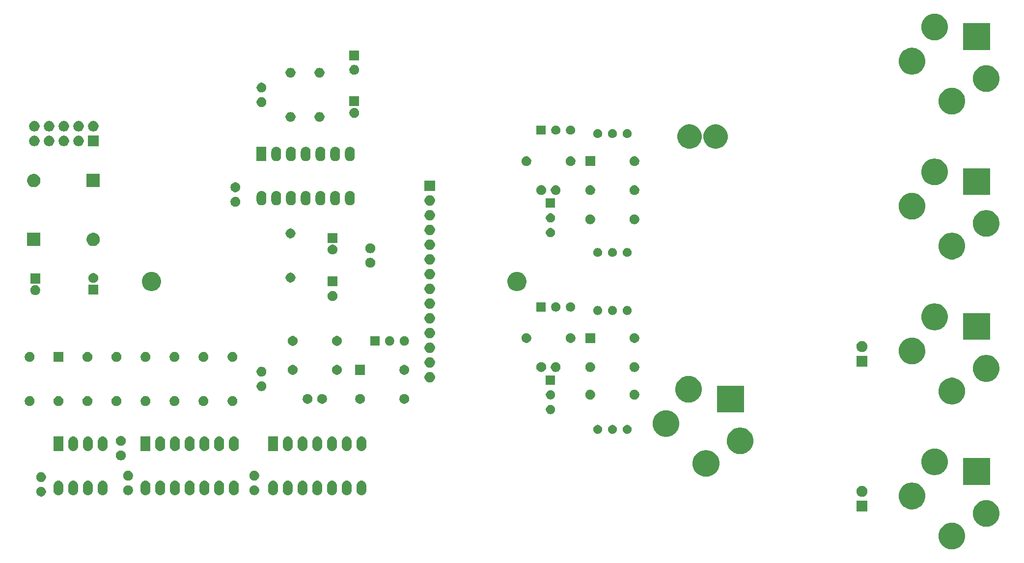
<source format=gbr>
G04 #@! TF.GenerationSoftware,KiCad,Pcbnew,5.1.6-c6e7f7d~87~ubuntu20.04.1*
G04 #@! TF.CreationDate,2020-08-28T15:14:01-04:00*
G04 #@! TF.ProjectId,gategrinder,67617465-6772-4696-9e64-65722e6b6963,rev?*
G04 #@! TF.SameCoordinates,Original*
G04 #@! TF.FileFunction,Soldermask,Top*
G04 #@! TF.FilePolarity,Negative*
%FSLAX46Y46*%
G04 Gerber Fmt 4.6, Leading zero omitted, Abs format (unit mm)*
G04 Created by KiCad (PCBNEW 5.1.6-c6e7f7d~87~ubuntu20.04.1) date 2020-08-28 15:14:01*
%MOMM*%
%LPD*%
G01*
G04 APERTURE LIST*
%ADD10C,0.100000*%
G04 APERTURE END LIST*
D10*
G36*
X210448903Y-153643213D02*
G01*
X210671177Y-153687426D01*
X211089932Y-153860880D01*
X211466802Y-154112696D01*
X211787304Y-154433198D01*
X212039120Y-154810068D01*
X212212574Y-155228823D01*
X212301000Y-155673371D01*
X212301000Y-156126629D01*
X212212574Y-156571177D01*
X212039120Y-156989932D01*
X211787304Y-157366802D01*
X211466802Y-157687304D01*
X211089932Y-157939120D01*
X210671177Y-158112574D01*
X210448903Y-158156787D01*
X210226630Y-158201000D01*
X209773370Y-158201000D01*
X209551097Y-158156787D01*
X209328823Y-158112574D01*
X208910068Y-157939120D01*
X208533198Y-157687304D01*
X208212696Y-157366802D01*
X207960880Y-156989932D01*
X207787426Y-156571177D01*
X207699000Y-156126629D01*
X207699000Y-155673371D01*
X207787426Y-155228823D01*
X207960880Y-154810068D01*
X208212696Y-154433198D01*
X208533198Y-154112696D01*
X208910068Y-153860880D01*
X209328823Y-153687426D01*
X209551097Y-153643213D01*
X209773370Y-153599000D01*
X210226630Y-153599000D01*
X210448903Y-153643213D01*
G37*
G36*
X216348903Y-149743213D02*
G01*
X216571177Y-149787426D01*
X216989932Y-149960880D01*
X217366802Y-150212696D01*
X217687304Y-150533198D01*
X217939120Y-150910068D01*
X218112574Y-151328823D01*
X218201000Y-151773371D01*
X218201000Y-152226629D01*
X218112574Y-152671177D01*
X217939120Y-153089932D01*
X217687304Y-153466802D01*
X217366802Y-153787304D01*
X216989932Y-154039120D01*
X216571177Y-154212574D01*
X216348903Y-154256787D01*
X216126630Y-154301000D01*
X215673370Y-154301000D01*
X215451097Y-154256787D01*
X215228823Y-154212574D01*
X214810068Y-154039120D01*
X214433198Y-153787304D01*
X214112696Y-153466802D01*
X213860880Y-153089932D01*
X213687426Y-152671177D01*
X213599000Y-152226629D01*
X213599000Y-151773371D01*
X213687426Y-151328823D01*
X213860880Y-150910068D01*
X214112696Y-150533198D01*
X214433198Y-150212696D01*
X214810068Y-149960880D01*
X215228823Y-149787426D01*
X215451097Y-149743213D01*
X215673370Y-149699000D01*
X216126630Y-149699000D01*
X216348903Y-149743213D01*
G37*
G36*
X195451000Y-151701000D02*
G01*
X193549000Y-151701000D01*
X193549000Y-149799000D01*
X195451000Y-149799000D01*
X195451000Y-151701000D01*
G37*
G36*
X203548903Y-146743213D02*
G01*
X203771177Y-146787426D01*
X204189932Y-146960880D01*
X204566802Y-147212696D01*
X204887304Y-147533198D01*
X205139120Y-147910068D01*
X205312574Y-148328823D01*
X205401000Y-148773371D01*
X205401000Y-149226629D01*
X205312574Y-149671177D01*
X205139120Y-150089932D01*
X204887304Y-150466802D01*
X204566802Y-150787304D01*
X204189932Y-151039120D01*
X203771177Y-151212574D01*
X203548903Y-151256787D01*
X203326630Y-151301000D01*
X202873370Y-151301000D01*
X202651097Y-151256787D01*
X202428823Y-151212574D01*
X202010068Y-151039120D01*
X201633198Y-150787304D01*
X201312696Y-150466802D01*
X201060880Y-150089932D01*
X200887426Y-149671177D01*
X200799000Y-149226629D01*
X200799000Y-148773371D01*
X200887426Y-148328823D01*
X201060880Y-147910068D01*
X201312696Y-147533198D01*
X201633198Y-147212696D01*
X202010068Y-146960880D01*
X202428823Y-146787426D01*
X202651097Y-146743213D01*
X202873370Y-146699000D01*
X203326630Y-146699000D01*
X203548903Y-146743213D01*
G37*
G36*
X194777395Y-147295546D02*
G01*
X194950466Y-147367234D01*
X194950467Y-147367235D01*
X195106227Y-147471310D01*
X195238690Y-147603773D01*
X195238691Y-147603775D01*
X195342766Y-147759534D01*
X195414454Y-147932605D01*
X195451000Y-148116333D01*
X195451000Y-148303667D01*
X195414454Y-148487395D01*
X195342766Y-148660466D01*
X195342765Y-148660467D01*
X195238690Y-148816227D01*
X195106227Y-148948690D01*
X195027818Y-149001081D01*
X194950466Y-149052766D01*
X194777395Y-149124454D01*
X194593667Y-149161000D01*
X194406333Y-149161000D01*
X194222605Y-149124454D01*
X194049534Y-149052766D01*
X193972182Y-149001081D01*
X193893773Y-148948690D01*
X193761310Y-148816227D01*
X193657235Y-148660467D01*
X193657234Y-148660466D01*
X193585546Y-148487395D01*
X193549000Y-148303667D01*
X193549000Y-148116333D01*
X193585546Y-147932605D01*
X193657234Y-147759534D01*
X193761309Y-147603775D01*
X193761310Y-147603773D01*
X193893773Y-147471310D01*
X194049533Y-147367235D01*
X194049534Y-147367234D01*
X194222605Y-147295546D01*
X194406333Y-147259000D01*
X194593667Y-147259000D01*
X194777395Y-147295546D01*
G37*
G36*
X53220288Y-147431703D02*
G01*
X53375160Y-147495853D01*
X53514541Y-147588985D01*
X53633075Y-147707519D01*
X53726207Y-147846900D01*
X53790357Y-148001772D01*
X53823060Y-148166184D01*
X53823060Y-148333816D01*
X53790357Y-148498228D01*
X53726207Y-148653100D01*
X53633075Y-148792481D01*
X53514541Y-148911015D01*
X53375160Y-149004147D01*
X53220288Y-149068297D01*
X53055876Y-149101000D01*
X52888244Y-149101000D01*
X52723832Y-149068297D01*
X52568960Y-149004147D01*
X52429579Y-148911015D01*
X52311045Y-148792481D01*
X52217913Y-148653100D01*
X52153763Y-148498228D01*
X52121060Y-148333816D01*
X52121060Y-148166184D01*
X52153763Y-148001772D01*
X52217913Y-147846900D01*
X52311045Y-147707519D01*
X52429579Y-147588985D01*
X52568960Y-147495853D01*
X52723832Y-147431703D01*
X52888244Y-147399000D01*
X53055876Y-147399000D01*
X53220288Y-147431703D01*
G37*
G36*
X81298883Y-146381313D02*
G01*
X81459302Y-146429976D01*
X81591966Y-146500886D01*
X81607138Y-146508996D01*
X81736719Y-146615341D01*
X81843064Y-146744922D01*
X81843065Y-146744924D01*
X81922084Y-146892758D01*
X81970747Y-147053178D01*
X81983060Y-147178197D01*
X81983060Y-148061804D01*
X81970747Y-148186823D01*
X81922084Y-148347242D01*
X81892229Y-148403097D01*
X81843064Y-148495078D01*
X81804162Y-148542480D01*
X81736719Y-148624659D01*
X81607137Y-148731005D01*
X81459301Y-148810024D01*
X81298882Y-148858687D01*
X81132060Y-148875117D01*
X80965237Y-148858687D01*
X80804818Y-148810024D01*
X80656984Y-148731005D01*
X80656982Y-148731004D01*
X80527401Y-148624659D01*
X80459959Y-148542481D01*
X80421055Y-148495077D01*
X80342036Y-148347241D01*
X80337964Y-148333816D01*
X80312001Y-148248229D01*
X80293373Y-148186822D01*
X80281060Y-148061803D01*
X80281060Y-147178197D01*
X80293374Y-147053177D01*
X80342037Y-146892758D01*
X80421056Y-146744924D01*
X80421057Y-146744922D01*
X80527402Y-146615341D01*
X80656983Y-146508996D01*
X80672155Y-146500886D01*
X80804819Y-146429976D01*
X80965238Y-146381313D01*
X81132060Y-146364883D01*
X81298883Y-146381313D01*
G37*
G36*
X71138883Y-146381313D02*
G01*
X71299302Y-146429976D01*
X71431966Y-146500886D01*
X71447138Y-146508996D01*
X71576719Y-146615341D01*
X71683064Y-146744922D01*
X71683065Y-146744924D01*
X71762084Y-146892758D01*
X71810747Y-147053178D01*
X71823060Y-147178197D01*
X71823060Y-148061804D01*
X71810747Y-148186823D01*
X71762084Y-148347242D01*
X71732229Y-148403097D01*
X71683064Y-148495078D01*
X71644162Y-148542480D01*
X71576719Y-148624659D01*
X71447137Y-148731005D01*
X71299301Y-148810024D01*
X71138882Y-148858687D01*
X70972060Y-148875117D01*
X70805237Y-148858687D01*
X70644818Y-148810024D01*
X70496984Y-148731005D01*
X70496982Y-148731004D01*
X70367401Y-148624659D01*
X70299959Y-148542481D01*
X70261055Y-148495077D01*
X70182036Y-148347241D01*
X70177964Y-148333816D01*
X70152001Y-148248229D01*
X70133373Y-148186822D01*
X70121060Y-148061803D01*
X70121060Y-147178197D01*
X70133374Y-147053177D01*
X70182037Y-146892758D01*
X70261056Y-146744924D01*
X70261057Y-146744922D01*
X70367402Y-146615341D01*
X70496983Y-146508996D01*
X70512155Y-146500886D01*
X70644819Y-146429976D01*
X70805238Y-146381313D01*
X70972060Y-146364883D01*
X71138883Y-146381313D01*
G37*
G36*
X73678883Y-146381313D02*
G01*
X73839302Y-146429976D01*
X73971966Y-146500886D01*
X73987138Y-146508996D01*
X74116719Y-146615341D01*
X74223064Y-146744922D01*
X74223065Y-146744924D01*
X74302084Y-146892758D01*
X74350747Y-147053178D01*
X74363060Y-147178197D01*
X74363060Y-148061804D01*
X74350747Y-148186823D01*
X74302084Y-148347242D01*
X74272229Y-148403097D01*
X74223064Y-148495078D01*
X74184162Y-148542480D01*
X74116719Y-148624659D01*
X73987137Y-148731005D01*
X73839301Y-148810024D01*
X73678882Y-148858687D01*
X73512060Y-148875117D01*
X73345237Y-148858687D01*
X73184818Y-148810024D01*
X73036984Y-148731005D01*
X73036982Y-148731004D01*
X72907401Y-148624659D01*
X72839959Y-148542481D01*
X72801055Y-148495077D01*
X72722036Y-148347241D01*
X72717964Y-148333816D01*
X72692001Y-148248229D01*
X72673373Y-148186822D01*
X72661060Y-148061803D01*
X72661060Y-147178197D01*
X72673374Y-147053177D01*
X72722037Y-146892758D01*
X72801056Y-146744924D01*
X72801057Y-146744922D01*
X72907402Y-146615341D01*
X73036983Y-146508996D01*
X73052155Y-146500886D01*
X73184819Y-146429976D01*
X73345238Y-146381313D01*
X73512060Y-146364883D01*
X73678883Y-146381313D01*
G37*
G36*
X78758883Y-146381313D02*
G01*
X78919302Y-146429976D01*
X79051966Y-146500886D01*
X79067138Y-146508996D01*
X79196719Y-146615341D01*
X79303064Y-146744922D01*
X79303065Y-146744924D01*
X79382084Y-146892758D01*
X79430747Y-147053178D01*
X79443060Y-147178197D01*
X79443060Y-148061804D01*
X79430747Y-148186823D01*
X79382084Y-148347242D01*
X79352229Y-148403097D01*
X79303064Y-148495078D01*
X79264162Y-148542480D01*
X79196719Y-148624659D01*
X79067137Y-148731005D01*
X78919301Y-148810024D01*
X78758882Y-148858687D01*
X78592060Y-148875117D01*
X78425237Y-148858687D01*
X78264818Y-148810024D01*
X78116984Y-148731005D01*
X78116982Y-148731004D01*
X77987401Y-148624659D01*
X77919959Y-148542481D01*
X77881055Y-148495077D01*
X77802036Y-148347241D01*
X77797964Y-148333816D01*
X77772001Y-148248229D01*
X77753373Y-148186822D01*
X77741060Y-148061803D01*
X77741060Y-147178197D01*
X77753374Y-147053177D01*
X77802037Y-146892758D01*
X77881056Y-146744924D01*
X77881057Y-146744922D01*
X77987402Y-146615341D01*
X78116983Y-146508996D01*
X78132155Y-146500886D01*
X78264819Y-146429976D01*
X78425238Y-146381313D01*
X78592060Y-146364883D01*
X78758883Y-146381313D01*
G37*
G36*
X76218883Y-146381313D02*
G01*
X76379302Y-146429976D01*
X76511966Y-146500886D01*
X76527138Y-146508996D01*
X76656719Y-146615341D01*
X76763064Y-146744922D01*
X76763065Y-146744924D01*
X76842084Y-146892758D01*
X76890747Y-147053178D01*
X76903060Y-147178197D01*
X76903060Y-148061804D01*
X76890747Y-148186823D01*
X76842084Y-148347242D01*
X76812229Y-148403097D01*
X76763064Y-148495078D01*
X76724162Y-148542480D01*
X76656719Y-148624659D01*
X76527137Y-148731005D01*
X76379301Y-148810024D01*
X76218882Y-148858687D01*
X76052060Y-148875117D01*
X75885237Y-148858687D01*
X75724818Y-148810024D01*
X75576984Y-148731005D01*
X75576982Y-148731004D01*
X75447401Y-148624659D01*
X75379959Y-148542481D01*
X75341055Y-148495077D01*
X75262036Y-148347241D01*
X75257964Y-148333816D01*
X75232001Y-148248229D01*
X75213373Y-148186822D01*
X75201060Y-148061803D01*
X75201060Y-147178197D01*
X75213374Y-147053177D01*
X75262037Y-146892758D01*
X75341056Y-146744924D01*
X75341057Y-146744922D01*
X75447402Y-146615341D01*
X75576983Y-146508996D01*
X75592155Y-146500886D01*
X75724819Y-146429976D01*
X75885238Y-146381313D01*
X76052060Y-146364883D01*
X76218883Y-146381313D01*
G37*
G36*
X108378883Y-146381313D02*
G01*
X108539302Y-146429976D01*
X108671966Y-146500886D01*
X108687138Y-146508996D01*
X108816719Y-146615341D01*
X108923064Y-146744922D01*
X108923065Y-146744924D01*
X109002084Y-146892758D01*
X109050747Y-147053178D01*
X109063060Y-147178197D01*
X109063060Y-148061804D01*
X109050747Y-148186823D01*
X109002084Y-148347242D01*
X108972229Y-148403097D01*
X108923064Y-148495078D01*
X108884162Y-148542480D01*
X108816719Y-148624659D01*
X108687137Y-148731005D01*
X108539301Y-148810024D01*
X108378882Y-148858687D01*
X108212060Y-148875117D01*
X108045237Y-148858687D01*
X107884818Y-148810024D01*
X107736984Y-148731005D01*
X107736982Y-148731004D01*
X107607401Y-148624659D01*
X107539959Y-148542481D01*
X107501055Y-148495077D01*
X107422036Y-148347241D01*
X107417964Y-148333816D01*
X107392001Y-148248229D01*
X107373373Y-148186822D01*
X107361060Y-148061803D01*
X107361060Y-147178197D01*
X107373374Y-147053177D01*
X107422037Y-146892758D01*
X107501056Y-146744924D01*
X107501057Y-146744922D01*
X107607402Y-146615341D01*
X107736983Y-146508996D01*
X107752155Y-146500886D01*
X107884819Y-146429976D01*
X108045238Y-146381313D01*
X108212060Y-146364883D01*
X108378883Y-146381313D01*
G37*
G36*
X105838883Y-146381313D02*
G01*
X105999302Y-146429976D01*
X106131966Y-146500886D01*
X106147138Y-146508996D01*
X106276719Y-146615341D01*
X106383064Y-146744922D01*
X106383065Y-146744924D01*
X106462084Y-146892758D01*
X106510747Y-147053178D01*
X106523060Y-147178197D01*
X106523060Y-148061804D01*
X106510747Y-148186823D01*
X106462084Y-148347242D01*
X106432229Y-148403097D01*
X106383064Y-148495078D01*
X106344162Y-148542480D01*
X106276719Y-148624659D01*
X106147137Y-148731005D01*
X105999301Y-148810024D01*
X105838882Y-148858687D01*
X105672060Y-148875117D01*
X105505237Y-148858687D01*
X105344818Y-148810024D01*
X105196984Y-148731005D01*
X105196982Y-148731004D01*
X105067401Y-148624659D01*
X104999959Y-148542481D01*
X104961055Y-148495077D01*
X104882036Y-148347241D01*
X104877964Y-148333816D01*
X104852001Y-148248229D01*
X104833373Y-148186822D01*
X104821060Y-148061803D01*
X104821060Y-147178197D01*
X104833374Y-147053177D01*
X104882037Y-146892758D01*
X104961056Y-146744924D01*
X104961057Y-146744922D01*
X105067402Y-146615341D01*
X105196983Y-146508996D01*
X105212155Y-146500886D01*
X105344819Y-146429976D01*
X105505238Y-146381313D01*
X105672060Y-146364883D01*
X105838883Y-146381313D01*
G37*
G36*
X103298883Y-146381313D02*
G01*
X103459302Y-146429976D01*
X103591966Y-146500886D01*
X103607138Y-146508996D01*
X103736719Y-146615341D01*
X103843064Y-146744922D01*
X103843065Y-146744924D01*
X103922084Y-146892758D01*
X103970747Y-147053178D01*
X103983060Y-147178197D01*
X103983060Y-148061804D01*
X103970747Y-148186823D01*
X103922084Y-148347242D01*
X103892229Y-148403097D01*
X103843064Y-148495078D01*
X103804162Y-148542480D01*
X103736719Y-148624659D01*
X103607137Y-148731005D01*
X103459301Y-148810024D01*
X103298882Y-148858687D01*
X103132060Y-148875117D01*
X102965237Y-148858687D01*
X102804818Y-148810024D01*
X102656984Y-148731005D01*
X102656982Y-148731004D01*
X102527401Y-148624659D01*
X102459959Y-148542481D01*
X102421055Y-148495077D01*
X102342036Y-148347241D01*
X102337964Y-148333816D01*
X102312001Y-148248229D01*
X102293373Y-148186822D01*
X102281060Y-148061803D01*
X102281060Y-147178197D01*
X102293374Y-147053177D01*
X102342037Y-146892758D01*
X102421056Y-146744924D01*
X102421057Y-146744922D01*
X102527402Y-146615341D01*
X102656983Y-146508996D01*
X102672155Y-146500886D01*
X102804819Y-146429976D01*
X102965238Y-146381313D01*
X103132060Y-146364883D01*
X103298883Y-146381313D01*
G37*
G36*
X100758883Y-146381313D02*
G01*
X100919302Y-146429976D01*
X101051966Y-146500886D01*
X101067138Y-146508996D01*
X101196719Y-146615341D01*
X101303064Y-146744922D01*
X101303065Y-146744924D01*
X101382084Y-146892758D01*
X101430747Y-147053178D01*
X101443060Y-147178197D01*
X101443060Y-148061804D01*
X101430747Y-148186823D01*
X101382084Y-148347242D01*
X101352229Y-148403097D01*
X101303064Y-148495078D01*
X101264162Y-148542480D01*
X101196719Y-148624659D01*
X101067137Y-148731005D01*
X100919301Y-148810024D01*
X100758882Y-148858687D01*
X100592060Y-148875117D01*
X100425237Y-148858687D01*
X100264818Y-148810024D01*
X100116984Y-148731005D01*
X100116982Y-148731004D01*
X99987401Y-148624659D01*
X99919959Y-148542481D01*
X99881055Y-148495077D01*
X99802036Y-148347241D01*
X99797964Y-148333816D01*
X99772001Y-148248229D01*
X99753373Y-148186822D01*
X99741060Y-148061803D01*
X99741060Y-147178197D01*
X99753374Y-147053177D01*
X99802037Y-146892758D01*
X99881056Y-146744924D01*
X99881057Y-146744922D01*
X99987402Y-146615341D01*
X100116983Y-146508996D01*
X100132155Y-146500886D01*
X100264819Y-146429976D01*
X100425238Y-146381313D01*
X100592060Y-146364883D01*
X100758883Y-146381313D01*
G37*
G36*
X98218883Y-146381313D02*
G01*
X98379302Y-146429976D01*
X98511966Y-146500886D01*
X98527138Y-146508996D01*
X98656719Y-146615341D01*
X98763064Y-146744922D01*
X98763065Y-146744924D01*
X98842084Y-146892758D01*
X98890747Y-147053178D01*
X98903060Y-147178197D01*
X98903060Y-148061804D01*
X98890747Y-148186823D01*
X98842084Y-148347242D01*
X98812229Y-148403097D01*
X98763064Y-148495078D01*
X98724162Y-148542480D01*
X98656719Y-148624659D01*
X98527137Y-148731005D01*
X98379301Y-148810024D01*
X98218882Y-148858687D01*
X98052060Y-148875117D01*
X97885237Y-148858687D01*
X97724818Y-148810024D01*
X97576984Y-148731005D01*
X97576982Y-148731004D01*
X97447401Y-148624659D01*
X97379959Y-148542481D01*
X97341055Y-148495077D01*
X97262036Y-148347241D01*
X97257964Y-148333816D01*
X97232001Y-148248229D01*
X97213373Y-148186822D01*
X97201060Y-148061803D01*
X97201060Y-147178197D01*
X97213374Y-147053177D01*
X97262037Y-146892758D01*
X97341056Y-146744924D01*
X97341057Y-146744922D01*
X97447402Y-146615341D01*
X97576983Y-146508996D01*
X97592155Y-146500886D01*
X97724819Y-146429976D01*
X97885238Y-146381313D01*
X98052060Y-146364883D01*
X98218883Y-146381313D01*
G37*
G36*
X93138883Y-146381313D02*
G01*
X93299302Y-146429976D01*
X93431966Y-146500886D01*
X93447138Y-146508996D01*
X93576719Y-146615341D01*
X93683064Y-146744922D01*
X93683065Y-146744924D01*
X93762084Y-146892758D01*
X93810747Y-147053178D01*
X93823060Y-147178197D01*
X93823060Y-148061804D01*
X93810747Y-148186823D01*
X93762084Y-148347242D01*
X93732229Y-148403097D01*
X93683064Y-148495078D01*
X93644162Y-148542480D01*
X93576719Y-148624659D01*
X93447137Y-148731005D01*
X93299301Y-148810024D01*
X93138882Y-148858687D01*
X92972060Y-148875117D01*
X92805237Y-148858687D01*
X92644818Y-148810024D01*
X92496984Y-148731005D01*
X92496982Y-148731004D01*
X92367401Y-148624659D01*
X92299959Y-148542481D01*
X92261055Y-148495077D01*
X92182036Y-148347241D01*
X92177964Y-148333816D01*
X92152001Y-148248229D01*
X92133373Y-148186822D01*
X92121060Y-148061803D01*
X92121060Y-147178197D01*
X92133374Y-147053177D01*
X92182037Y-146892758D01*
X92261056Y-146744924D01*
X92261057Y-146744922D01*
X92367402Y-146615341D01*
X92496983Y-146508996D01*
X92512155Y-146500886D01*
X92644819Y-146429976D01*
X92805238Y-146381313D01*
X92972060Y-146364883D01*
X93138883Y-146381313D01*
G37*
G36*
X63758883Y-146381313D02*
G01*
X63919302Y-146429976D01*
X64051966Y-146500886D01*
X64067138Y-146508996D01*
X64196719Y-146615341D01*
X64303064Y-146744922D01*
X64303065Y-146744924D01*
X64382084Y-146892758D01*
X64430747Y-147053178D01*
X64443060Y-147178197D01*
X64443060Y-148061804D01*
X64430747Y-148186823D01*
X64382084Y-148347242D01*
X64352229Y-148403097D01*
X64303064Y-148495078D01*
X64264162Y-148542480D01*
X64196719Y-148624659D01*
X64067137Y-148731005D01*
X63919301Y-148810024D01*
X63758882Y-148858687D01*
X63592060Y-148875117D01*
X63425237Y-148858687D01*
X63264818Y-148810024D01*
X63116984Y-148731005D01*
X63116982Y-148731004D01*
X62987401Y-148624659D01*
X62919959Y-148542481D01*
X62881055Y-148495077D01*
X62802036Y-148347241D01*
X62797964Y-148333816D01*
X62772001Y-148248229D01*
X62753373Y-148186822D01*
X62741060Y-148061803D01*
X62741060Y-147178197D01*
X62753374Y-147053177D01*
X62802037Y-146892758D01*
X62881056Y-146744924D01*
X62881057Y-146744922D01*
X62987402Y-146615341D01*
X63116983Y-146508996D01*
X63132155Y-146500886D01*
X63264819Y-146429976D01*
X63425238Y-146381313D01*
X63592060Y-146364883D01*
X63758883Y-146381313D01*
G37*
G36*
X61218883Y-146381313D02*
G01*
X61379302Y-146429976D01*
X61511966Y-146500886D01*
X61527138Y-146508996D01*
X61656719Y-146615341D01*
X61763064Y-146744922D01*
X61763065Y-146744924D01*
X61842084Y-146892758D01*
X61890747Y-147053178D01*
X61903060Y-147178197D01*
X61903060Y-148061804D01*
X61890747Y-148186823D01*
X61842084Y-148347242D01*
X61812229Y-148403097D01*
X61763064Y-148495078D01*
X61724162Y-148542480D01*
X61656719Y-148624659D01*
X61527137Y-148731005D01*
X61379301Y-148810024D01*
X61218882Y-148858687D01*
X61052060Y-148875117D01*
X60885237Y-148858687D01*
X60724818Y-148810024D01*
X60576984Y-148731005D01*
X60576982Y-148731004D01*
X60447401Y-148624659D01*
X60379959Y-148542481D01*
X60341055Y-148495077D01*
X60262036Y-148347241D01*
X60257964Y-148333816D01*
X60232001Y-148248229D01*
X60213373Y-148186822D01*
X60201060Y-148061803D01*
X60201060Y-147178197D01*
X60213374Y-147053177D01*
X60262037Y-146892758D01*
X60341056Y-146744924D01*
X60341057Y-146744922D01*
X60447402Y-146615341D01*
X60576983Y-146508996D01*
X60592155Y-146500886D01*
X60724819Y-146429976D01*
X60885238Y-146381313D01*
X61052060Y-146364883D01*
X61218883Y-146381313D01*
G37*
G36*
X58678883Y-146381313D02*
G01*
X58839302Y-146429976D01*
X58971966Y-146500886D01*
X58987138Y-146508996D01*
X59116719Y-146615341D01*
X59223064Y-146744922D01*
X59223065Y-146744924D01*
X59302084Y-146892758D01*
X59350747Y-147053178D01*
X59363060Y-147178197D01*
X59363060Y-148061804D01*
X59350747Y-148186823D01*
X59302084Y-148347242D01*
X59272229Y-148403097D01*
X59223064Y-148495078D01*
X59184162Y-148542480D01*
X59116719Y-148624659D01*
X58987137Y-148731005D01*
X58839301Y-148810024D01*
X58678882Y-148858687D01*
X58512060Y-148875117D01*
X58345237Y-148858687D01*
X58184818Y-148810024D01*
X58036984Y-148731005D01*
X58036982Y-148731004D01*
X57907401Y-148624659D01*
X57839959Y-148542481D01*
X57801055Y-148495077D01*
X57722036Y-148347241D01*
X57717964Y-148333816D01*
X57692001Y-148248229D01*
X57673373Y-148186822D01*
X57661060Y-148061803D01*
X57661060Y-147178197D01*
X57673374Y-147053177D01*
X57722037Y-146892758D01*
X57801056Y-146744924D01*
X57801057Y-146744922D01*
X57907402Y-146615341D01*
X58036983Y-146508996D01*
X58052155Y-146500886D01*
X58184819Y-146429976D01*
X58345238Y-146381313D01*
X58512060Y-146364883D01*
X58678883Y-146381313D01*
G37*
G36*
X56138883Y-146381313D02*
G01*
X56299302Y-146429976D01*
X56431966Y-146500886D01*
X56447138Y-146508996D01*
X56576719Y-146615341D01*
X56683064Y-146744922D01*
X56683065Y-146744924D01*
X56762084Y-146892758D01*
X56810747Y-147053178D01*
X56823060Y-147178197D01*
X56823060Y-148061804D01*
X56810747Y-148186823D01*
X56762084Y-148347242D01*
X56732229Y-148403097D01*
X56683064Y-148495078D01*
X56644162Y-148542480D01*
X56576719Y-148624659D01*
X56447137Y-148731005D01*
X56299301Y-148810024D01*
X56138882Y-148858687D01*
X55972060Y-148875117D01*
X55805237Y-148858687D01*
X55644818Y-148810024D01*
X55496984Y-148731005D01*
X55496982Y-148731004D01*
X55367401Y-148624659D01*
X55299959Y-148542481D01*
X55261055Y-148495077D01*
X55182036Y-148347241D01*
X55177964Y-148333816D01*
X55152001Y-148248229D01*
X55133373Y-148186822D01*
X55121060Y-148061803D01*
X55121060Y-147178197D01*
X55133374Y-147053177D01*
X55182037Y-146892758D01*
X55261056Y-146744924D01*
X55261057Y-146744922D01*
X55367402Y-146615341D01*
X55496983Y-146508996D01*
X55512155Y-146500886D01*
X55644819Y-146429976D01*
X55805238Y-146381313D01*
X55972060Y-146364883D01*
X56138883Y-146381313D01*
G37*
G36*
X86378883Y-146381313D02*
G01*
X86539302Y-146429976D01*
X86671966Y-146500886D01*
X86687138Y-146508996D01*
X86816719Y-146615341D01*
X86923064Y-146744922D01*
X86923065Y-146744924D01*
X87002084Y-146892758D01*
X87050747Y-147053178D01*
X87063060Y-147178197D01*
X87063060Y-148061804D01*
X87050747Y-148186823D01*
X87002084Y-148347242D01*
X86972229Y-148403097D01*
X86923064Y-148495078D01*
X86884162Y-148542480D01*
X86816719Y-148624659D01*
X86687137Y-148731005D01*
X86539301Y-148810024D01*
X86378882Y-148858687D01*
X86212060Y-148875117D01*
X86045237Y-148858687D01*
X85884818Y-148810024D01*
X85736984Y-148731005D01*
X85736982Y-148731004D01*
X85607401Y-148624659D01*
X85539959Y-148542481D01*
X85501055Y-148495077D01*
X85422036Y-148347241D01*
X85417964Y-148333816D01*
X85392001Y-148248229D01*
X85373373Y-148186822D01*
X85361060Y-148061803D01*
X85361060Y-147178197D01*
X85373374Y-147053177D01*
X85422037Y-146892758D01*
X85501056Y-146744924D01*
X85501057Y-146744922D01*
X85607402Y-146615341D01*
X85736983Y-146508996D01*
X85752155Y-146500886D01*
X85884819Y-146429976D01*
X86045238Y-146381313D01*
X86212060Y-146364883D01*
X86378883Y-146381313D01*
G37*
G36*
X83838883Y-146381313D02*
G01*
X83999302Y-146429976D01*
X84131966Y-146500886D01*
X84147138Y-146508996D01*
X84276719Y-146615341D01*
X84383064Y-146744922D01*
X84383065Y-146744924D01*
X84462084Y-146892758D01*
X84510747Y-147053178D01*
X84523060Y-147178197D01*
X84523060Y-148061804D01*
X84510747Y-148186823D01*
X84462084Y-148347242D01*
X84432229Y-148403097D01*
X84383064Y-148495078D01*
X84344162Y-148542480D01*
X84276719Y-148624659D01*
X84147137Y-148731005D01*
X83999301Y-148810024D01*
X83838882Y-148858687D01*
X83672060Y-148875117D01*
X83505237Y-148858687D01*
X83344818Y-148810024D01*
X83196984Y-148731005D01*
X83196982Y-148731004D01*
X83067401Y-148624659D01*
X82999959Y-148542481D01*
X82961055Y-148495077D01*
X82882036Y-148347241D01*
X82877964Y-148333816D01*
X82852001Y-148248229D01*
X82833373Y-148186822D01*
X82821060Y-148061803D01*
X82821060Y-147178197D01*
X82833374Y-147053177D01*
X82882037Y-146892758D01*
X82961056Y-146744924D01*
X82961057Y-146744922D01*
X83067402Y-146615341D01*
X83196983Y-146508996D01*
X83212155Y-146500886D01*
X83344819Y-146429976D01*
X83505238Y-146381313D01*
X83672060Y-146364883D01*
X83838883Y-146381313D01*
G37*
G36*
X95678883Y-146381313D02*
G01*
X95839302Y-146429976D01*
X95971966Y-146500886D01*
X95987138Y-146508996D01*
X96116719Y-146615341D01*
X96223064Y-146744922D01*
X96223065Y-146744924D01*
X96302084Y-146892758D01*
X96350747Y-147053178D01*
X96363060Y-147178197D01*
X96363060Y-148061804D01*
X96350747Y-148186823D01*
X96302084Y-148347242D01*
X96272229Y-148403097D01*
X96223064Y-148495078D01*
X96184162Y-148542480D01*
X96116719Y-148624659D01*
X95987137Y-148731005D01*
X95839301Y-148810024D01*
X95678882Y-148858687D01*
X95512060Y-148875117D01*
X95345237Y-148858687D01*
X95184818Y-148810024D01*
X95036984Y-148731005D01*
X95036982Y-148731004D01*
X94907401Y-148624659D01*
X94839959Y-148542481D01*
X94801055Y-148495077D01*
X94722036Y-148347241D01*
X94717964Y-148333816D01*
X94692001Y-148248229D01*
X94673373Y-148186822D01*
X94661060Y-148061803D01*
X94661060Y-147178197D01*
X94673374Y-147053177D01*
X94722037Y-146892758D01*
X94801056Y-146744924D01*
X94801057Y-146744922D01*
X94907402Y-146615341D01*
X95036983Y-146508996D01*
X95052155Y-146500886D01*
X95184819Y-146429976D01*
X95345238Y-146381313D01*
X95512060Y-146364883D01*
X95678883Y-146381313D01*
G37*
G36*
X68220288Y-147181703D02*
G01*
X68375160Y-147245853D01*
X68514541Y-147338985D01*
X68633075Y-147457519D01*
X68726207Y-147596900D01*
X68790357Y-147751772D01*
X68823060Y-147916184D01*
X68823060Y-148083816D01*
X68790357Y-148248228D01*
X68726207Y-148403100D01*
X68633075Y-148542481D01*
X68514541Y-148661015D01*
X68375160Y-148754147D01*
X68220288Y-148818297D01*
X68055876Y-148851000D01*
X67888244Y-148851000D01*
X67723832Y-148818297D01*
X67568960Y-148754147D01*
X67429579Y-148661015D01*
X67311045Y-148542481D01*
X67217913Y-148403100D01*
X67153763Y-148248228D01*
X67121060Y-148083816D01*
X67121060Y-147916184D01*
X67153763Y-147751772D01*
X67217913Y-147596900D01*
X67311045Y-147457519D01*
X67429579Y-147338985D01*
X67568960Y-147245853D01*
X67723832Y-147181703D01*
X67888244Y-147149000D01*
X68055876Y-147149000D01*
X68220288Y-147181703D01*
G37*
G36*
X89970288Y-147181703D02*
G01*
X90125160Y-147245853D01*
X90264541Y-147338985D01*
X90383075Y-147457519D01*
X90476207Y-147596900D01*
X90540357Y-147751772D01*
X90573060Y-147916184D01*
X90573060Y-148083816D01*
X90540357Y-148248228D01*
X90476207Y-148403100D01*
X90383075Y-148542481D01*
X90264541Y-148661015D01*
X90125160Y-148754147D01*
X89970288Y-148818297D01*
X89805876Y-148851000D01*
X89638244Y-148851000D01*
X89473832Y-148818297D01*
X89318960Y-148754147D01*
X89179579Y-148661015D01*
X89061045Y-148542481D01*
X88967913Y-148403100D01*
X88903763Y-148248228D01*
X88871060Y-148083816D01*
X88871060Y-147916184D01*
X88903763Y-147751772D01*
X88967913Y-147596900D01*
X89061045Y-147457519D01*
X89179579Y-147338985D01*
X89318960Y-147245853D01*
X89473832Y-147181703D01*
X89638244Y-147149000D01*
X89805876Y-147149000D01*
X89970288Y-147181703D01*
G37*
G36*
X216541000Y-147061000D02*
G01*
X211939000Y-147061000D01*
X211939000Y-142459000D01*
X216541000Y-142459000D01*
X216541000Y-147061000D01*
G37*
G36*
X53220288Y-144931703D02*
G01*
X53375160Y-144995853D01*
X53514541Y-145088985D01*
X53633075Y-145207519D01*
X53726207Y-145346900D01*
X53790357Y-145501772D01*
X53823060Y-145666184D01*
X53823060Y-145833816D01*
X53790357Y-145998228D01*
X53726207Y-146153100D01*
X53633075Y-146292481D01*
X53514541Y-146411015D01*
X53375160Y-146504147D01*
X53220288Y-146568297D01*
X53055876Y-146601000D01*
X52888244Y-146601000D01*
X52723832Y-146568297D01*
X52568960Y-146504147D01*
X52429579Y-146411015D01*
X52311045Y-146292481D01*
X52217913Y-146153100D01*
X52153763Y-145998228D01*
X52121060Y-145833816D01*
X52121060Y-145666184D01*
X52153763Y-145501772D01*
X52217913Y-145346900D01*
X52311045Y-145207519D01*
X52429579Y-145088985D01*
X52568960Y-144995853D01*
X52723832Y-144931703D01*
X52888244Y-144899000D01*
X53055876Y-144899000D01*
X53220288Y-144931703D01*
G37*
G36*
X68220288Y-144681703D02*
G01*
X68375160Y-144745853D01*
X68514541Y-144838985D01*
X68633075Y-144957519D01*
X68726207Y-145096900D01*
X68790357Y-145251772D01*
X68823060Y-145416184D01*
X68823060Y-145583816D01*
X68790357Y-145748228D01*
X68726207Y-145903100D01*
X68633075Y-146042481D01*
X68514541Y-146161015D01*
X68375160Y-146254147D01*
X68220288Y-146318297D01*
X68055876Y-146351000D01*
X67888244Y-146351000D01*
X67723832Y-146318297D01*
X67568960Y-146254147D01*
X67429579Y-146161015D01*
X67311045Y-146042481D01*
X67217913Y-145903100D01*
X67153763Y-145748228D01*
X67121060Y-145583816D01*
X67121060Y-145416184D01*
X67153763Y-145251772D01*
X67217913Y-145096900D01*
X67311045Y-144957519D01*
X67429579Y-144838985D01*
X67568960Y-144745853D01*
X67723832Y-144681703D01*
X67888244Y-144649000D01*
X68055876Y-144649000D01*
X68220288Y-144681703D01*
G37*
G36*
X89970288Y-144681703D02*
G01*
X90125160Y-144745853D01*
X90264541Y-144838985D01*
X90383075Y-144957519D01*
X90476207Y-145096900D01*
X90540357Y-145251772D01*
X90573060Y-145416184D01*
X90573060Y-145583816D01*
X90540357Y-145748228D01*
X90476207Y-145903100D01*
X90383075Y-146042481D01*
X90264541Y-146161015D01*
X90125160Y-146254147D01*
X89970288Y-146318297D01*
X89805876Y-146351000D01*
X89638244Y-146351000D01*
X89473832Y-146318297D01*
X89318960Y-146254147D01*
X89179579Y-146161015D01*
X89061045Y-146042481D01*
X88967913Y-145903100D01*
X88903763Y-145748228D01*
X88871060Y-145583816D01*
X88871060Y-145416184D01*
X88903763Y-145251772D01*
X88967913Y-145096900D01*
X89061045Y-144957519D01*
X89179579Y-144838985D01*
X89318960Y-144745853D01*
X89473832Y-144681703D01*
X89638244Y-144649000D01*
X89805876Y-144649000D01*
X89970288Y-144681703D01*
G37*
G36*
X168048903Y-141143213D02*
G01*
X168271177Y-141187426D01*
X168689932Y-141360880D01*
X169066802Y-141612696D01*
X169387304Y-141933198D01*
X169639120Y-142310068D01*
X169812574Y-142728823D01*
X169901000Y-143173371D01*
X169901000Y-143626629D01*
X169812574Y-144071177D01*
X169639120Y-144489932D01*
X169387304Y-144866802D01*
X169066802Y-145187304D01*
X168689932Y-145439120D01*
X168271177Y-145612574D01*
X168048903Y-145656787D01*
X167826630Y-145701000D01*
X167373370Y-145701000D01*
X167151097Y-145656787D01*
X166928823Y-145612574D01*
X166510068Y-145439120D01*
X166133198Y-145187304D01*
X165812696Y-144866802D01*
X165560880Y-144489932D01*
X165387426Y-144071177D01*
X165299000Y-143626629D01*
X165299000Y-143173371D01*
X165387426Y-142728823D01*
X165560880Y-142310068D01*
X165812696Y-141933198D01*
X166133198Y-141612696D01*
X166510068Y-141360880D01*
X166928823Y-141187426D01*
X167151097Y-141143213D01*
X167373370Y-141099000D01*
X167826630Y-141099000D01*
X168048903Y-141143213D01*
G37*
G36*
X207448903Y-140843213D02*
G01*
X207671177Y-140887426D01*
X208089932Y-141060880D01*
X208466802Y-141312696D01*
X208787304Y-141633198D01*
X209039120Y-142010068D01*
X209212574Y-142428823D01*
X209301000Y-142873371D01*
X209301000Y-143326629D01*
X209212574Y-143771177D01*
X209039120Y-144189932D01*
X208787304Y-144566802D01*
X208466802Y-144887304D01*
X208089932Y-145139120D01*
X207671177Y-145312574D01*
X207498608Y-145346900D01*
X207226630Y-145401000D01*
X206773370Y-145401000D01*
X206501392Y-145346900D01*
X206328823Y-145312574D01*
X205910068Y-145139120D01*
X205533198Y-144887304D01*
X205212696Y-144566802D01*
X204960880Y-144189932D01*
X204787426Y-143771177D01*
X204699000Y-143326629D01*
X204699000Y-142873371D01*
X204787426Y-142428823D01*
X204960880Y-142010068D01*
X205212696Y-141633198D01*
X205533198Y-141312696D01*
X205910068Y-141060880D01*
X206328823Y-140887426D01*
X206551097Y-140843213D01*
X206773370Y-140799000D01*
X207226630Y-140799000D01*
X207448903Y-140843213D01*
G37*
G36*
X66970288Y-141181703D02*
G01*
X67125160Y-141245853D01*
X67264541Y-141338985D01*
X67383075Y-141457519D01*
X67476207Y-141596900D01*
X67540357Y-141751772D01*
X67573060Y-141916184D01*
X67573060Y-142083816D01*
X67540357Y-142248228D01*
X67476207Y-142403100D01*
X67383075Y-142542481D01*
X67264541Y-142661015D01*
X67125160Y-142754147D01*
X66970288Y-142818297D01*
X66805876Y-142851000D01*
X66638244Y-142851000D01*
X66473832Y-142818297D01*
X66318960Y-142754147D01*
X66179579Y-142661015D01*
X66061045Y-142542481D01*
X65967913Y-142403100D01*
X65903763Y-142248228D01*
X65871060Y-142083816D01*
X65871060Y-141916184D01*
X65903763Y-141751772D01*
X65967913Y-141596900D01*
X66061045Y-141457519D01*
X66179579Y-141338985D01*
X66318960Y-141245853D01*
X66473832Y-141181703D01*
X66638244Y-141149000D01*
X66805876Y-141149000D01*
X66970288Y-141181703D01*
G37*
G36*
X173948903Y-137243213D02*
G01*
X174171177Y-137287426D01*
X174589932Y-137460880D01*
X174966802Y-137712696D01*
X175287304Y-138033198D01*
X175539120Y-138410068D01*
X175704767Y-138809976D01*
X175712574Y-138828824D01*
X175801000Y-139273370D01*
X175801000Y-139726630D01*
X175765898Y-139903097D01*
X175712574Y-140171177D01*
X175539120Y-140589932D01*
X175287304Y-140966802D01*
X174966802Y-141287304D01*
X174589932Y-141539120D01*
X174171177Y-141712574D01*
X173974120Y-141751771D01*
X173726630Y-141801000D01*
X173273370Y-141801000D01*
X173025880Y-141751771D01*
X172828823Y-141712574D01*
X172410068Y-141539120D01*
X172033198Y-141287304D01*
X171712696Y-140966802D01*
X171460880Y-140589932D01*
X171287426Y-140171177D01*
X171234102Y-139903097D01*
X171199000Y-139726630D01*
X171199000Y-139273370D01*
X171287426Y-138828824D01*
X171295233Y-138809976D01*
X171460880Y-138410068D01*
X171712696Y-138033198D01*
X172033198Y-137712696D01*
X172410068Y-137460880D01*
X172828823Y-137287426D01*
X173051097Y-137243213D01*
X173273370Y-137199000D01*
X173726630Y-137199000D01*
X173948903Y-137243213D01*
G37*
G36*
X63758883Y-138761313D02*
G01*
X63919302Y-138809976D01*
X64051966Y-138880886D01*
X64067138Y-138888996D01*
X64196719Y-138995341D01*
X64303064Y-139124922D01*
X64303065Y-139124924D01*
X64382084Y-139272758D01*
X64430747Y-139433178D01*
X64443060Y-139558197D01*
X64443060Y-140441804D01*
X64430747Y-140566823D01*
X64382084Y-140727242D01*
X64311174Y-140859906D01*
X64303064Y-140875078D01*
X64196719Y-141004659D01*
X64067137Y-141111005D01*
X63919301Y-141190024D01*
X63758882Y-141238687D01*
X63592060Y-141255117D01*
X63425237Y-141238687D01*
X63264818Y-141190024D01*
X63116984Y-141111005D01*
X63116982Y-141111004D01*
X62987401Y-141004659D01*
X62881055Y-140875077D01*
X62802036Y-140727241D01*
X62753373Y-140566822D01*
X62741060Y-140441803D01*
X62741060Y-139558197D01*
X62753374Y-139433177D01*
X62802037Y-139272758D01*
X62881056Y-139124924D01*
X62881057Y-139124922D01*
X62987402Y-138995341D01*
X63116983Y-138888996D01*
X63132155Y-138880886D01*
X63264819Y-138809976D01*
X63425238Y-138761313D01*
X63592060Y-138744883D01*
X63758883Y-138761313D01*
G37*
G36*
X95678883Y-138761313D02*
G01*
X95839302Y-138809976D01*
X95971966Y-138880886D01*
X95987138Y-138888996D01*
X96116719Y-138995341D01*
X96223064Y-139124922D01*
X96223065Y-139124924D01*
X96302084Y-139272758D01*
X96350747Y-139433178D01*
X96363060Y-139558197D01*
X96363060Y-140441804D01*
X96350747Y-140566823D01*
X96302084Y-140727242D01*
X96231174Y-140859906D01*
X96223064Y-140875078D01*
X96116719Y-141004659D01*
X95987137Y-141111005D01*
X95839301Y-141190024D01*
X95678882Y-141238687D01*
X95512060Y-141255117D01*
X95345237Y-141238687D01*
X95184818Y-141190024D01*
X95036984Y-141111005D01*
X95036982Y-141111004D01*
X94907401Y-141004659D01*
X94801055Y-140875077D01*
X94722036Y-140727241D01*
X94673373Y-140566822D01*
X94661060Y-140441803D01*
X94661060Y-139558197D01*
X94673374Y-139433177D01*
X94722037Y-139272758D01*
X94801056Y-139124924D01*
X94801057Y-139124922D01*
X94907402Y-138995341D01*
X95036983Y-138888996D01*
X95052155Y-138880886D01*
X95184819Y-138809976D01*
X95345238Y-138761313D01*
X95512060Y-138744883D01*
X95678883Y-138761313D01*
G37*
G36*
X98218883Y-138761313D02*
G01*
X98379302Y-138809976D01*
X98511966Y-138880886D01*
X98527138Y-138888996D01*
X98656719Y-138995341D01*
X98763064Y-139124922D01*
X98763065Y-139124924D01*
X98842084Y-139272758D01*
X98890747Y-139433178D01*
X98903060Y-139558197D01*
X98903060Y-140441804D01*
X98890747Y-140566823D01*
X98842084Y-140727242D01*
X98771174Y-140859906D01*
X98763064Y-140875078D01*
X98656719Y-141004659D01*
X98527137Y-141111005D01*
X98379301Y-141190024D01*
X98218882Y-141238687D01*
X98052060Y-141255117D01*
X97885237Y-141238687D01*
X97724818Y-141190024D01*
X97576984Y-141111005D01*
X97576982Y-141111004D01*
X97447401Y-141004659D01*
X97341055Y-140875077D01*
X97262036Y-140727241D01*
X97213373Y-140566822D01*
X97201060Y-140441803D01*
X97201060Y-139558197D01*
X97213374Y-139433177D01*
X97262037Y-139272758D01*
X97341056Y-139124924D01*
X97341057Y-139124922D01*
X97447402Y-138995341D01*
X97576983Y-138888996D01*
X97592155Y-138880886D01*
X97724819Y-138809976D01*
X97885238Y-138761313D01*
X98052060Y-138744883D01*
X98218883Y-138761313D01*
G37*
G36*
X100758883Y-138761313D02*
G01*
X100919302Y-138809976D01*
X101051966Y-138880886D01*
X101067138Y-138888996D01*
X101196719Y-138995341D01*
X101303064Y-139124922D01*
X101303065Y-139124924D01*
X101382084Y-139272758D01*
X101430747Y-139433178D01*
X101443060Y-139558197D01*
X101443060Y-140441804D01*
X101430747Y-140566823D01*
X101382084Y-140727242D01*
X101311174Y-140859906D01*
X101303064Y-140875078D01*
X101196719Y-141004659D01*
X101067137Y-141111005D01*
X100919301Y-141190024D01*
X100758882Y-141238687D01*
X100592060Y-141255117D01*
X100425237Y-141238687D01*
X100264818Y-141190024D01*
X100116984Y-141111005D01*
X100116982Y-141111004D01*
X99987401Y-141004659D01*
X99881055Y-140875077D01*
X99802036Y-140727241D01*
X99753373Y-140566822D01*
X99741060Y-140441803D01*
X99741060Y-139558197D01*
X99753374Y-139433177D01*
X99802037Y-139272758D01*
X99881056Y-139124924D01*
X99881057Y-139124922D01*
X99987402Y-138995341D01*
X100116983Y-138888996D01*
X100132155Y-138880886D01*
X100264819Y-138809976D01*
X100425238Y-138761313D01*
X100592060Y-138744883D01*
X100758883Y-138761313D01*
G37*
G36*
X83838883Y-138761313D02*
G01*
X83999302Y-138809976D01*
X84131966Y-138880886D01*
X84147138Y-138888996D01*
X84276719Y-138995341D01*
X84383064Y-139124922D01*
X84383065Y-139124924D01*
X84462084Y-139272758D01*
X84510747Y-139433178D01*
X84523060Y-139558197D01*
X84523060Y-140441804D01*
X84510747Y-140566823D01*
X84462084Y-140727242D01*
X84391174Y-140859906D01*
X84383064Y-140875078D01*
X84276719Y-141004659D01*
X84147137Y-141111005D01*
X83999301Y-141190024D01*
X83838882Y-141238687D01*
X83672060Y-141255117D01*
X83505237Y-141238687D01*
X83344818Y-141190024D01*
X83196984Y-141111005D01*
X83196982Y-141111004D01*
X83067401Y-141004659D01*
X82961055Y-140875077D01*
X82882036Y-140727241D01*
X82833373Y-140566822D01*
X82821060Y-140441803D01*
X82821060Y-139558197D01*
X82833374Y-139433177D01*
X82882037Y-139272758D01*
X82961056Y-139124924D01*
X82961057Y-139124922D01*
X83067402Y-138995341D01*
X83196983Y-138888996D01*
X83212155Y-138880886D01*
X83344819Y-138809976D01*
X83505238Y-138761313D01*
X83672060Y-138744883D01*
X83838883Y-138761313D01*
G37*
G36*
X61218883Y-138761313D02*
G01*
X61379302Y-138809976D01*
X61511966Y-138880886D01*
X61527138Y-138888996D01*
X61656719Y-138995341D01*
X61763064Y-139124922D01*
X61763065Y-139124924D01*
X61842084Y-139272758D01*
X61890747Y-139433178D01*
X61903060Y-139558197D01*
X61903060Y-140441804D01*
X61890747Y-140566823D01*
X61842084Y-140727242D01*
X61771174Y-140859906D01*
X61763064Y-140875078D01*
X61656719Y-141004659D01*
X61527137Y-141111005D01*
X61379301Y-141190024D01*
X61218882Y-141238687D01*
X61052060Y-141255117D01*
X60885237Y-141238687D01*
X60724818Y-141190024D01*
X60576984Y-141111005D01*
X60576982Y-141111004D01*
X60447401Y-141004659D01*
X60341055Y-140875077D01*
X60262036Y-140727241D01*
X60213373Y-140566822D01*
X60201060Y-140441803D01*
X60201060Y-139558197D01*
X60213374Y-139433177D01*
X60262037Y-139272758D01*
X60341056Y-139124924D01*
X60341057Y-139124922D01*
X60447402Y-138995341D01*
X60576983Y-138888996D01*
X60592155Y-138880886D01*
X60724819Y-138809976D01*
X60885238Y-138761313D01*
X61052060Y-138744883D01*
X61218883Y-138761313D01*
G37*
G36*
X58678883Y-138761313D02*
G01*
X58839302Y-138809976D01*
X58971966Y-138880886D01*
X58987138Y-138888996D01*
X59116719Y-138995341D01*
X59223064Y-139124922D01*
X59223065Y-139124924D01*
X59302084Y-139272758D01*
X59350747Y-139433178D01*
X59363060Y-139558197D01*
X59363060Y-140441804D01*
X59350747Y-140566823D01*
X59302084Y-140727242D01*
X59231174Y-140859906D01*
X59223064Y-140875078D01*
X59116719Y-141004659D01*
X58987137Y-141111005D01*
X58839301Y-141190024D01*
X58678882Y-141238687D01*
X58512060Y-141255117D01*
X58345237Y-141238687D01*
X58184818Y-141190024D01*
X58036984Y-141111005D01*
X58036982Y-141111004D01*
X57907401Y-141004659D01*
X57801055Y-140875077D01*
X57722036Y-140727241D01*
X57673373Y-140566822D01*
X57661060Y-140441803D01*
X57661060Y-139558197D01*
X57673374Y-139433177D01*
X57722037Y-139272758D01*
X57801056Y-139124924D01*
X57801057Y-139124922D01*
X57907402Y-138995341D01*
X58036983Y-138888996D01*
X58052155Y-138880886D01*
X58184819Y-138809976D01*
X58345238Y-138761313D01*
X58512060Y-138744883D01*
X58678883Y-138761313D01*
G37*
G36*
X73678883Y-138761313D02*
G01*
X73839302Y-138809976D01*
X73971966Y-138880886D01*
X73987138Y-138888996D01*
X74116719Y-138995341D01*
X74223064Y-139124922D01*
X74223065Y-139124924D01*
X74302084Y-139272758D01*
X74350747Y-139433178D01*
X74363060Y-139558197D01*
X74363060Y-140441804D01*
X74350747Y-140566823D01*
X74302084Y-140727242D01*
X74231174Y-140859906D01*
X74223064Y-140875078D01*
X74116719Y-141004659D01*
X73987137Y-141111005D01*
X73839301Y-141190024D01*
X73678882Y-141238687D01*
X73512060Y-141255117D01*
X73345237Y-141238687D01*
X73184818Y-141190024D01*
X73036984Y-141111005D01*
X73036982Y-141111004D01*
X72907401Y-141004659D01*
X72801055Y-140875077D01*
X72722036Y-140727241D01*
X72673373Y-140566822D01*
X72661060Y-140441803D01*
X72661060Y-139558197D01*
X72673374Y-139433177D01*
X72722037Y-139272758D01*
X72801056Y-139124924D01*
X72801057Y-139124922D01*
X72907402Y-138995341D01*
X73036983Y-138888996D01*
X73052155Y-138880886D01*
X73184819Y-138809976D01*
X73345238Y-138761313D01*
X73512060Y-138744883D01*
X73678883Y-138761313D01*
G37*
G36*
X76218883Y-138761313D02*
G01*
X76379302Y-138809976D01*
X76511966Y-138880886D01*
X76527138Y-138888996D01*
X76656719Y-138995341D01*
X76763064Y-139124922D01*
X76763065Y-139124924D01*
X76842084Y-139272758D01*
X76890747Y-139433178D01*
X76903060Y-139558197D01*
X76903060Y-140441804D01*
X76890747Y-140566823D01*
X76842084Y-140727242D01*
X76771174Y-140859906D01*
X76763064Y-140875078D01*
X76656719Y-141004659D01*
X76527137Y-141111005D01*
X76379301Y-141190024D01*
X76218882Y-141238687D01*
X76052060Y-141255117D01*
X75885237Y-141238687D01*
X75724818Y-141190024D01*
X75576984Y-141111005D01*
X75576982Y-141111004D01*
X75447401Y-141004659D01*
X75341055Y-140875077D01*
X75262036Y-140727241D01*
X75213373Y-140566822D01*
X75201060Y-140441803D01*
X75201060Y-139558197D01*
X75213374Y-139433177D01*
X75262037Y-139272758D01*
X75341056Y-139124924D01*
X75341057Y-139124922D01*
X75447402Y-138995341D01*
X75576983Y-138888996D01*
X75592155Y-138880886D01*
X75724819Y-138809976D01*
X75885238Y-138761313D01*
X76052060Y-138744883D01*
X76218883Y-138761313D01*
G37*
G36*
X108378883Y-138761313D02*
G01*
X108539302Y-138809976D01*
X108671966Y-138880886D01*
X108687138Y-138888996D01*
X108816719Y-138995341D01*
X108923064Y-139124922D01*
X108923065Y-139124924D01*
X109002084Y-139272758D01*
X109050747Y-139433178D01*
X109063060Y-139558197D01*
X109063060Y-140441804D01*
X109050747Y-140566823D01*
X109002084Y-140727242D01*
X108931174Y-140859906D01*
X108923064Y-140875078D01*
X108816719Y-141004659D01*
X108687137Y-141111005D01*
X108539301Y-141190024D01*
X108378882Y-141238687D01*
X108212060Y-141255117D01*
X108045237Y-141238687D01*
X107884818Y-141190024D01*
X107736984Y-141111005D01*
X107736982Y-141111004D01*
X107607401Y-141004659D01*
X107501055Y-140875077D01*
X107422036Y-140727241D01*
X107373373Y-140566822D01*
X107361060Y-140441803D01*
X107361060Y-139558197D01*
X107373374Y-139433177D01*
X107422037Y-139272758D01*
X107501056Y-139124924D01*
X107501057Y-139124922D01*
X107607402Y-138995341D01*
X107736983Y-138888996D01*
X107752155Y-138880886D01*
X107884819Y-138809976D01*
X108045238Y-138761313D01*
X108212060Y-138744883D01*
X108378883Y-138761313D01*
G37*
G36*
X78758883Y-138761313D02*
G01*
X78919302Y-138809976D01*
X79051966Y-138880886D01*
X79067138Y-138888996D01*
X79196719Y-138995341D01*
X79303064Y-139124922D01*
X79303065Y-139124924D01*
X79382084Y-139272758D01*
X79430747Y-139433178D01*
X79443060Y-139558197D01*
X79443060Y-140441804D01*
X79430747Y-140566823D01*
X79382084Y-140727242D01*
X79311174Y-140859906D01*
X79303064Y-140875078D01*
X79196719Y-141004659D01*
X79067137Y-141111005D01*
X78919301Y-141190024D01*
X78758882Y-141238687D01*
X78592060Y-141255117D01*
X78425237Y-141238687D01*
X78264818Y-141190024D01*
X78116984Y-141111005D01*
X78116982Y-141111004D01*
X77987401Y-141004659D01*
X77881055Y-140875077D01*
X77802036Y-140727241D01*
X77753373Y-140566822D01*
X77741060Y-140441803D01*
X77741060Y-139558197D01*
X77753374Y-139433177D01*
X77802037Y-139272758D01*
X77881056Y-139124924D01*
X77881057Y-139124922D01*
X77987402Y-138995341D01*
X78116983Y-138888996D01*
X78132155Y-138880886D01*
X78264819Y-138809976D01*
X78425238Y-138761313D01*
X78592060Y-138744883D01*
X78758883Y-138761313D01*
G37*
G36*
X105838883Y-138761313D02*
G01*
X105999302Y-138809976D01*
X106131966Y-138880886D01*
X106147138Y-138888996D01*
X106276719Y-138995341D01*
X106383064Y-139124922D01*
X106383065Y-139124924D01*
X106462084Y-139272758D01*
X106510747Y-139433178D01*
X106523060Y-139558197D01*
X106523060Y-140441804D01*
X106510747Y-140566823D01*
X106462084Y-140727242D01*
X106391174Y-140859906D01*
X106383064Y-140875078D01*
X106276719Y-141004659D01*
X106147137Y-141111005D01*
X105999301Y-141190024D01*
X105838882Y-141238687D01*
X105672060Y-141255117D01*
X105505237Y-141238687D01*
X105344818Y-141190024D01*
X105196984Y-141111005D01*
X105196982Y-141111004D01*
X105067401Y-141004659D01*
X104961055Y-140875077D01*
X104882036Y-140727241D01*
X104833373Y-140566822D01*
X104821060Y-140441803D01*
X104821060Y-139558197D01*
X104833374Y-139433177D01*
X104882037Y-139272758D01*
X104961056Y-139124924D01*
X104961057Y-139124922D01*
X105067402Y-138995341D01*
X105196983Y-138888996D01*
X105212155Y-138880886D01*
X105344819Y-138809976D01*
X105505238Y-138761313D01*
X105672060Y-138744883D01*
X105838883Y-138761313D01*
G37*
G36*
X81298883Y-138761313D02*
G01*
X81459302Y-138809976D01*
X81591966Y-138880886D01*
X81607138Y-138888996D01*
X81736719Y-138995341D01*
X81843064Y-139124922D01*
X81843065Y-139124924D01*
X81922084Y-139272758D01*
X81970747Y-139433178D01*
X81983060Y-139558197D01*
X81983060Y-140441804D01*
X81970747Y-140566823D01*
X81922084Y-140727242D01*
X81851174Y-140859906D01*
X81843064Y-140875078D01*
X81736719Y-141004659D01*
X81607137Y-141111005D01*
X81459301Y-141190024D01*
X81298882Y-141238687D01*
X81132060Y-141255117D01*
X80965237Y-141238687D01*
X80804818Y-141190024D01*
X80656984Y-141111005D01*
X80656982Y-141111004D01*
X80527401Y-141004659D01*
X80421055Y-140875077D01*
X80342036Y-140727241D01*
X80293373Y-140566822D01*
X80281060Y-140441803D01*
X80281060Y-139558197D01*
X80293374Y-139433177D01*
X80342037Y-139272758D01*
X80421056Y-139124924D01*
X80421057Y-139124922D01*
X80527402Y-138995341D01*
X80656983Y-138888996D01*
X80672155Y-138880886D01*
X80804819Y-138809976D01*
X80965238Y-138761313D01*
X81132060Y-138744883D01*
X81298883Y-138761313D01*
G37*
G36*
X86378883Y-138761313D02*
G01*
X86539302Y-138809976D01*
X86671966Y-138880886D01*
X86687138Y-138888996D01*
X86816719Y-138995341D01*
X86923064Y-139124922D01*
X86923065Y-139124924D01*
X87002084Y-139272758D01*
X87050747Y-139433178D01*
X87063060Y-139558197D01*
X87063060Y-140441804D01*
X87050747Y-140566823D01*
X87002084Y-140727242D01*
X86931174Y-140859906D01*
X86923064Y-140875078D01*
X86816719Y-141004659D01*
X86687137Y-141111005D01*
X86539301Y-141190024D01*
X86378882Y-141238687D01*
X86212060Y-141255117D01*
X86045237Y-141238687D01*
X85884818Y-141190024D01*
X85736984Y-141111005D01*
X85736982Y-141111004D01*
X85607401Y-141004659D01*
X85501055Y-140875077D01*
X85422036Y-140727241D01*
X85373373Y-140566822D01*
X85361060Y-140441803D01*
X85361060Y-139558197D01*
X85373374Y-139433177D01*
X85422037Y-139272758D01*
X85501056Y-139124924D01*
X85501057Y-139124922D01*
X85607402Y-138995341D01*
X85736983Y-138888996D01*
X85752155Y-138880886D01*
X85884819Y-138809976D01*
X86045238Y-138761313D01*
X86212060Y-138744883D01*
X86378883Y-138761313D01*
G37*
G36*
X103298883Y-138761313D02*
G01*
X103459302Y-138809976D01*
X103591966Y-138880886D01*
X103607138Y-138888996D01*
X103736719Y-138995341D01*
X103843064Y-139124922D01*
X103843065Y-139124924D01*
X103922084Y-139272758D01*
X103970747Y-139433178D01*
X103983060Y-139558197D01*
X103983060Y-140441804D01*
X103970747Y-140566823D01*
X103922084Y-140727242D01*
X103851174Y-140859906D01*
X103843064Y-140875078D01*
X103736719Y-141004659D01*
X103607137Y-141111005D01*
X103459301Y-141190024D01*
X103298882Y-141238687D01*
X103132060Y-141255117D01*
X102965237Y-141238687D01*
X102804818Y-141190024D01*
X102656984Y-141111005D01*
X102656982Y-141111004D01*
X102527401Y-141004659D01*
X102421055Y-140875077D01*
X102342036Y-140727241D01*
X102293373Y-140566822D01*
X102281060Y-140441803D01*
X102281060Y-139558197D01*
X102293374Y-139433177D01*
X102342037Y-139272758D01*
X102421056Y-139124924D01*
X102421057Y-139124922D01*
X102527402Y-138995341D01*
X102656983Y-138888996D01*
X102672155Y-138880886D01*
X102804819Y-138809976D01*
X102965238Y-138761313D01*
X103132060Y-138744883D01*
X103298883Y-138761313D01*
G37*
G36*
X56823060Y-141251000D02*
G01*
X55121060Y-141251000D01*
X55121060Y-138749000D01*
X56823060Y-138749000D01*
X56823060Y-141251000D01*
G37*
G36*
X93823060Y-141251000D02*
G01*
X92121060Y-141251000D01*
X92121060Y-138749000D01*
X93823060Y-138749000D01*
X93823060Y-141251000D01*
G37*
G36*
X71823060Y-141251000D02*
G01*
X70121060Y-141251000D01*
X70121060Y-138749000D01*
X71823060Y-138749000D01*
X71823060Y-141251000D01*
G37*
G36*
X66970288Y-138681703D02*
G01*
X67125160Y-138745853D01*
X67264541Y-138838985D01*
X67383075Y-138957519D01*
X67476207Y-139096900D01*
X67540357Y-139251772D01*
X67573060Y-139416184D01*
X67573060Y-139583816D01*
X67540357Y-139748228D01*
X67476207Y-139903100D01*
X67383075Y-140042481D01*
X67264541Y-140161015D01*
X67125160Y-140254147D01*
X66970288Y-140318297D01*
X66805876Y-140351000D01*
X66638244Y-140351000D01*
X66473832Y-140318297D01*
X66318960Y-140254147D01*
X66179579Y-140161015D01*
X66061045Y-140042481D01*
X65967913Y-139903100D01*
X65903763Y-139748228D01*
X65871060Y-139583816D01*
X65871060Y-139416184D01*
X65903763Y-139251772D01*
X65967913Y-139096900D01*
X66061045Y-138957519D01*
X66179579Y-138838985D01*
X66318960Y-138745853D01*
X66473832Y-138681703D01*
X66638244Y-138649000D01*
X66805876Y-138649000D01*
X66970288Y-138681703D01*
G37*
G36*
X161148903Y-134243213D02*
G01*
X161371177Y-134287426D01*
X161789932Y-134460880D01*
X162166802Y-134712696D01*
X162487304Y-135033198D01*
X162739120Y-135410068D01*
X162912574Y-135828823D01*
X162912574Y-135828824D01*
X163001000Y-136273370D01*
X163001000Y-136726630D01*
X162994635Y-136758629D01*
X162912574Y-137171177D01*
X162739120Y-137589932D01*
X162487304Y-137966802D01*
X162166802Y-138287304D01*
X161789932Y-138539120D01*
X161371177Y-138712574D01*
X161203877Y-138745852D01*
X160926630Y-138801000D01*
X160473370Y-138801000D01*
X160196123Y-138745852D01*
X160028823Y-138712574D01*
X159610068Y-138539120D01*
X159233198Y-138287304D01*
X158912696Y-137966802D01*
X158660880Y-137589932D01*
X158487426Y-137171177D01*
X158405365Y-136758629D01*
X158399000Y-136726630D01*
X158399000Y-136273370D01*
X158487426Y-135828824D01*
X158487426Y-135828823D01*
X158660880Y-135410068D01*
X158912696Y-135033198D01*
X159233198Y-134712696D01*
X159610068Y-134460880D01*
X160028823Y-134287426D01*
X160251097Y-134243213D01*
X160473370Y-134199000D01*
X160926630Y-134199000D01*
X161148903Y-134243213D01*
G37*
G36*
X149045589Y-136738876D02*
G01*
X149144893Y-136758629D01*
X149285206Y-136816748D01*
X149411484Y-136901125D01*
X149518875Y-137008516D01*
X149603252Y-137134794D01*
X149661371Y-137275107D01*
X149691000Y-137424063D01*
X149691000Y-137575937D01*
X149661371Y-137724893D01*
X149603252Y-137865206D01*
X149518875Y-137991484D01*
X149411484Y-138098875D01*
X149285206Y-138183252D01*
X149144893Y-138241371D01*
X149045589Y-138261124D01*
X148995938Y-138271000D01*
X148844062Y-138271000D01*
X148794411Y-138261124D01*
X148695107Y-138241371D01*
X148554794Y-138183252D01*
X148428516Y-138098875D01*
X148321125Y-137991484D01*
X148236748Y-137865206D01*
X148178629Y-137724893D01*
X148149000Y-137575937D01*
X148149000Y-137424063D01*
X148178629Y-137275107D01*
X148236748Y-137134794D01*
X148321125Y-137008516D01*
X148428516Y-136901125D01*
X148554794Y-136816748D01*
X148695107Y-136758629D01*
X148794411Y-136738876D01*
X148844062Y-136729000D01*
X148995938Y-136729000D01*
X149045589Y-136738876D01*
G37*
G36*
X151585589Y-136738876D02*
G01*
X151684893Y-136758629D01*
X151825206Y-136816748D01*
X151951484Y-136901125D01*
X152058875Y-137008516D01*
X152143252Y-137134794D01*
X152201371Y-137275107D01*
X152231000Y-137424063D01*
X152231000Y-137575937D01*
X152201371Y-137724893D01*
X152143252Y-137865206D01*
X152058875Y-137991484D01*
X151951484Y-138098875D01*
X151825206Y-138183252D01*
X151684893Y-138241371D01*
X151585589Y-138261124D01*
X151535938Y-138271000D01*
X151384062Y-138271000D01*
X151334411Y-138261124D01*
X151235107Y-138241371D01*
X151094794Y-138183252D01*
X150968516Y-138098875D01*
X150861125Y-137991484D01*
X150776748Y-137865206D01*
X150718629Y-137724893D01*
X150689000Y-137575937D01*
X150689000Y-137424063D01*
X150718629Y-137275107D01*
X150776748Y-137134794D01*
X150861125Y-137008516D01*
X150968516Y-136901125D01*
X151094794Y-136816748D01*
X151235107Y-136758629D01*
X151334411Y-136738876D01*
X151384062Y-136729000D01*
X151535938Y-136729000D01*
X151585589Y-136738876D01*
G37*
G36*
X154125589Y-136738876D02*
G01*
X154224893Y-136758629D01*
X154365206Y-136816748D01*
X154491484Y-136901125D01*
X154598875Y-137008516D01*
X154683252Y-137134794D01*
X154741371Y-137275107D01*
X154771000Y-137424063D01*
X154771000Y-137575937D01*
X154741371Y-137724893D01*
X154683252Y-137865206D01*
X154598875Y-137991484D01*
X154491484Y-138098875D01*
X154365206Y-138183252D01*
X154224893Y-138241371D01*
X154125589Y-138261124D01*
X154075938Y-138271000D01*
X153924062Y-138271000D01*
X153874411Y-138261124D01*
X153775107Y-138241371D01*
X153634794Y-138183252D01*
X153508516Y-138098875D01*
X153401125Y-137991484D01*
X153316748Y-137865206D01*
X153258629Y-137724893D01*
X153229000Y-137575937D01*
X153229000Y-137424063D01*
X153258629Y-137275107D01*
X153316748Y-137134794D01*
X153401125Y-137008516D01*
X153508516Y-136901125D01*
X153634794Y-136816748D01*
X153775107Y-136758629D01*
X153874411Y-136738876D01*
X153924062Y-136729000D01*
X154075938Y-136729000D01*
X154125589Y-136738876D01*
G37*
G36*
X141033642Y-133309781D02*
G01*
X141179414Y-133370162D01*
X141179416Y-133370163D01*
X141310608Y-133457822D01*
X141422178Y-133569392D01*
X141509837Y-133700584D01*
X141509838Y-133700586D01*
X141570219Y-133846358D01*
X141601000Y-134001107D01*
X141601000Y-134158893D01*
X141570219Y-134313642D01*
X141509838Y-134459414D01*
X141509837Y-134459416D01*
X141422178Y-134590608D01*
X141310608Y-134702178D01*
X141179416Y-134789837D01*
X141179415Y-134789838D01*
X141179414Y-134789838D01*
X141033642Y-134850219D01*
X140878893Y-134881000D01*
X140721107Y-134881000D01*
X140566358Y-134850219D01*
X140420586Y-134789838D01*
X140420585Y-134789838D01*
X140420584Y-134789837D01*
X140289392Y-134702178D01*
X140177822Y-134590608D01*
X140090163Y-134459416D01*
X140090162Y-134459414D01*
X140029781Y-134313642D01*
X139999000Y-134158893D01*
X139999000Y-134001107D01*
X140029781Y-133846358D01*
X140090162Y-133700586D01*
X140090163Y-133700584D01*
X140177822Y-133569392D01*
X140289392Y-133457822D01*
X140420584Y-133370163D01*
X140420586Y-133370162D01*
X140566358Y-133309781D01*
X140721107Y-133279000D01*
X140878893Y-133279000D01*
X141033642Y-133309781D01*
G37*
G36*
X174141000Y-134561000D02*
G01*
X169539000Y-134561000D01*
X169539000Y-129959000D01*
X174141000Y-129959000D01*
X174141000Y-134561000D01*
G37*
G36*
X56220288Y-131801703D02*
G01*
X56375160Y-131865853D01*
X56514541Y-131958985D01*
X56633075Y-132077519D01*
X56726207Y-132216900D01*
X56790357Y-132371772D01*
X56823060Y-132536184D01*
X56823060Y-132703816D01*
X56790357Y-132868228D01*
X56726207Y-133023100D01*
X56633075Y-133162481D01*
X56514541Y-133281015D01*
X56375160Y-133374147D01*
X56220288Y-133438297D01*
X56055876Y-133471000D01*
X55888244Y-133471000D01*
X55723832Y-133438297D01*
X55568960Y-133374147D01*
X55429579Y-133281015D01*
X55311045Y-133162481D01*
X55217913Y-133023100D01*
X55153763Y-132868228D01*
X55121060Y-132703816D01*
X55121060Y-132536184D01*
X55153763Y-132371772D01*
X55217913Y-132216900D01*
X55311045Y-132077519D01*
X55429579Y-131958985D01*
X55568960Y-131865853D01*
X55723832Y-131801703D01*
X55888244Y-131769000D01*
X56055876Y-131769000D01*
X56220288Y-131801703D01*
G37*
G36*
X81220288Y-131801703D02*
G01*
X81375160Y-131865853D01*
X81514541Y-131958985D01*
X81633075Y-132077519D01*
X81726207Y-132216900D01*
X81790357Y-132371772D01*
X81823060Y-132536184D01*
X81823060Y-132703816D01*
X81790357Y-132868228D01*
X81726207Y-133023100D01*
X81633075Y-133162481D01*
X81514541Y-133281015D01*
X81375160Y-133374147D01*
X81220288Y-133438297D01*
X81055876Y-133471000D01*
X80888244Y-133471000D01*
X80723832Y-133438297D01*
X80568960Y-133374147D01*
X80429579Y-133281015D01*
X80311045Y-133162481D01*
X80217913Y-133023100D01*
X80153763Y-132868228D01*
X80121060Y-132703816D01*
X80121060Y-132536184D01*
X80153763Y-132371772D01*
X80217913Y-132216900D01*
X80311045Y-132077519D01*
X80429579Y-131958985D01*
X80568960Y-131865853D01*
X80723832Y-131801703D01*
X80888244Y-131769000D01*
X81055876Y-131769000D01*
X81220288Y-131801703D01*
G37*
G36*
X86220288Y-131801703D02*
G01*
X86375160Y-131865853D01*
X86514541Y-131958985D01*
X86633075Y-132077519D01*
X86726207Y-132216900D01*
X86790357Y-132371772D01*
X86823060Y-132536184D01*
X86823060Y-132703816D01*
X86790357Y-132868228D01*
X86726207Y-133023100D01*
X86633075Y-133162481D01*
X86514541Y-133281015D01*
X86375160Y-133374147D01*
X86220288Y-133438297D01*
X86055876Y-133471000D01*
X85888244Y-133471000D01*
X85723832Y-133438297D01*
X85568960Y-133374147D01*
X85429579Y-133281015D01*
X85311045Y-133162481D01*
X85217913Y-133023100D01*
X85153763Y-132868228D01*
X85121060Y-132703816D01*
X85121060Y-132536184D01*
X85153763Y-132371772D01*
X85217913Y-132216900D01*
X85311045Y-132077519D01*
X85429579Y-131958985D01*
X85568960Y-131865853D01*
X85723832Y-131801703D01*
X85888244Y-131769000D01*
X86055876Y-131769000D01*
X86220288Y-131801703D01*
G37*
G36*
X71220288Y-131801703D02*
G01*
X71375160Y-131865853D01*
X71514541Y-131958985D01*
X71633075Y-132077519D01*
X71726207Y-132216900D01*
X71790357Y-132371772D01*
X71823060Y-132536184D01*
X71823060Y-132703816D01*
X71790357Y-132868228D01*
X71726207Y-133023100D01*
X71633075Y-133162481D01*
X71514541Y-133281015D01*
X71375160Y-133374147D01*
X71220288Y-133438297D01*
X71055876Y-133471000D01*
X70888244Y-133471000D01*
X70723832Y-133438297D01*
X70568960Y-133374147D01*
X70429579Y-133281015D01*
X70311045Y-133162481D01*
X70217913Y-133023100D01*
X70153763Y-132868228D01*
X70121060Y-132703816D01*
X70121060Y-132536184D01*
X70153763Y-132371772D01*
X70217913Y-132216900D01*
X70311045Y-132077519D01*
X70429579Y-131958985D01*
X70568960Y-131865853D01*
X70723832Y-131801703D01*
X70888244Y-131769000D01*
X71055876Y-131769000D01*
X71220288Y-131801703D01*
G37*
G36*
X76220288Y-131801703D02*
G01*
X76375160Y-131865853D01*
X76514541Y-131958985D01*
X76633075Y-132077519D01*
X76726207Y-132216900D01*
X76790357Y-132371772D01*
X76823060Y-132536184D01*
X76823060Y-132703816D01*
X76790357Y-132868228D01*
X76726207Y-133023100D01*
X76633075Y-133162481D01*
X76514541Y-133281015D01*
X76375160Y-133374147D01*
X76220288Y-133438297D01*
X76055876Y-133471000D01*
X75888244Y-133471000D01*
X75723832Y-133438297D01*
X75568960Y-133374147D01*
X75429579Y-133281015D01*
X75311045Y-133162481D01*
X75217913Y-133023100D01*
X75153763Y-132868228D01*
X75121060Y-132703816D01*
X75121060Y-132536184D01*
X75153763Y-132371772D01*
X75217913Y-132216900D01*
X75311045Y-132077519D01*
X75429579Y-131958985D01*
X75568960Y-131865853D01*
X75723832Y-131801703D01*
X75888244Y-131769000D01*
X76055876Y-131769000D01*
X76220288Y-131801703D01*
G37*
G36*
X61220288Y-131801703D02*
G01*
X61375160Y-131865853D01*
X61514541Y-131958985D01*
X61633075Y-132077519D01*
X61726207Y-132216900D01*
X61790357Y-132371772D01*
X61823060Y-132536184D01*
X61823060Y-132703816D01*
X61790357Y-132868228D01*
X61726207Y-133023100D01*
X61633075Y-133162481D01*
X61514541Y-133281015D01*
X61375160Y-133374147D01*
X61220288Y-133438297D01*
X61055876Y-133471000D01*
X60888244Y-133471000D01*
X60723832Y-133438297D01*
X60568960Y-133374147D01*
X60429579Y-133281015D01*
X60311045Y-133162481D01*
X60217913Y-133023100D01*
X60153763Y-132868228D01*
X60121060Y-132703816D01*
X60121060Y-132536184D01*
X60153763Y-132371772D01*
X60217913Y-132216900D01*
X60311045Y-132077519D01*
X60429579Y-131958985D01*
X60568960Y-131865853D01*
X60723832Y-131801703D01*
X60888244Y-131769000D01*
X61055876Y-131769000D01*
X61220288Y-131801703D01*
G37*
G36*
X66220288Y-131801703D02*
G01*
X66375160Y-131865853D01*
X66514541Y-131958985D01*
X66633075Y-132077519D01*
X66726207Y-132216900D01*
X66790357Y-132371772D01*
X66823060Y-132536184D01*
X66823060Y-132703816D01*
X66790357Y-132868228D01*
X66726207Y-133023100D01*
X66633075Y-133162481D01*
X66514541Y-133281015D01*
X66375160Y-133374147D01*
X66220288Y-133438297D01*
X66055876Y-133471000D01*
X65888244Y-133471000D01*
X65723832Y-133438297D01*
X65568960Y-133374147D01*
X65429579Y-133281015D01*
X65311045Y-133162481D01*
X65217913Y-133023100D01*
X65153763Y-132868228D01*
X65121060Y-132703816D01*
X65121060Y-132536184D01*
X65153763Y-132371772D01*
X65217913Y-132216900D01*
X65311045Y-132077519D01*
X65429579Y-131958985D01*
X65568960Y-131865853D01*
X65723832Y-131801703D01*
X65888244Y-131769000D01*
X66055876Y-131769000D01*
X66220288Y-131801703D01*
G37*
G36*
X51248228Y-131801703D02*
G01*
X51403100Y-131865853D01*
X51542481Y-131958985D01*
X51661015Y-132077519D01*
X51754147Y-132216900D01*
X51818297Y-132371772D01*
X51851000Y-132536184D01*
X51851000Y-132703816D01*
X51818297Y-132868228D01*
X51754147Y-133023100D01*
X51661015Y-133162481D01*
X51542481Y-133281015D01*
X51403100Y-133374147D01*
X51248228Y-133438297D01*
X51083816Y-133471000D01*
X50916184Y-133471000D01*
X50751772Y-133438297D01*
X50596900Y-133374147D01*
X50457519Y-133281015D01*
X50338985Y-133162481D01*
X50245853Y-133023100D01*
X50181703Y-132868228D01*
X50149000Y-132703816D01*
X50149000Y-132536184D01*
X50181703Y-132371772D01*
X50245853Y-132216900D01*
X50338985Y-132077519D01*
X50457519Y-131958985D01*
X50596900Y-131865853D01*
X50751772Y-131801703D01*
X50916184Y-131769000D01*
X51083816Y-131769000D01*
X51248228Y-131801703D01*
G37*
G36*
X210448903Y-128643213D02*
G01*
X210671177Y-128687426D01*
X211089932Y-128860880D01*
X211466802Y-129112696D01*
X211787304Y-129433198D01*
X212039120Y-129810068D01*
X212212574Y-130228823D01*
X212228369Y-130308229D01*
X212301000Y-130673370D01*
X212301000Y-131126630D01*
X212272129Y-131271772D01*
X212212574Y-131571177D01*
X212039120Y-131989932D01*
X211787304Y-132366802D01*
X211466802Y-132687304D01*
X211089932Y-132939120D01*
X210671177Y-133112574D01*
X210448903Y-133156787D01*
X210226630Y-133201000D01*
X209773370Y-133201000D01*
X209551097Y-133156787D01*
X209328823Y-133112574D01*
X208910068Y-132939120D01*
X208533198Y-132687304D01*
X208212696Y-132366802D01*
X207960880Y-131989932D01*
X207787426Y-131571177D01*
X207727871Y-131271772D01*
X207699000Y-131126630D01*
X207699000Y-130673370D01*
X207771631Y-130308229D01*
X207787426Y-130228823D01*
X207960880Y-129810068D01*
X208212696Y-129433198D01*
X208533198Y-129112696D01*
X208910068Y-128860880D01*
X209328823Y-128687426D01*
X209551097Y-128643213D01*
X209773370Y-128599000D01*
X210226630Y-128599000D01*
X210448903Y-128643213D01*
G37*
G36*
X108220288Y-131431703D02*
G01*
X108375160Y-131495853D01*
X108514541Y-131588985D01*
X108633075Y-131707519D01*
X108726207Y-131846900D01*
X108790357Y-132001772D01*
X108823060Y-132166184D01*
X108823060Y-132333816D01*
X108790357Y-132498228D01*
X108726207Y-132653100D01*
X108633075Y-132792481D01*
X108514541Y-132911015D01*
X108375160Y-133004147D01*
X108220288Y-133068297D01*
X108055876Y-133101000D01*
X107888244Y-133101000D01*
X107723832Y-133068297D01*
X107568960Y-133004147D01*
X107429579Y-132911015D01*
X107311045Y-132792481D01*
X107217913Y-132653100D01*
X107153763Y-132498228D01*
X107121060Y-132333816D01*
X107121060Y-132166184D01*
X107153763Y-132001772D01*
X107217913Y-131846900D01*
X107311045Y-131707519D01*
X107429579Y-131588985D01*
X107568960Y-131495853D01*
X107723832Y-131431703D01*
X107888244Y-131399000D01*
X108055876Y-131399000D01*
X108220288Y-131431703D01*
G37*
G36*
X101660288Y-131431703D02*
G01*
X101815160Y-131495853D01*
X101954541Y-131588985D01*
X102073075Y-131707519D01*
X102166207Y-131846900D01*
X102230357Y-132001772D01*
X102263060Y-132166184D01*
X102263060Y-132333816D01*
X102230357Y-132498228D01*
X102166207Y-132653100D01*
X102073075Y-132792481D01*
X101954541Y-132911015D01*
X101815160Y-133004147D01*
X101660288Y-133068297D01*
X101495876Y-133101000D01*
X101328244Y-133101000D01*
X101163832Y-133068297D01*
X101008960Y-133004147D01*
X100869579Y-132911015D01*
X100751045Y-132792481D01*
X100657913Y-132653100D01*
X100593763Y-132498228D01*
X100561060Y-132333816D01*
X100561060Y-132166184D01*
X100593763Y-132001772D01*
X100657913Y-131846900D01*
X100751045Y-131707519D01*
X100869579Y-131588985D01*
X101008960Y-131495853D01*
X101163832Y-131431703D01*
X101328244Y-131399000D01*
X101495876Y-131399000D01*
X101660288Y-131431703D01*
G37*
G36*
X99160288Y-131431703D02*
G01*
X99315160Y-131495853D01*
X99454541Y-131588985D01*
X99573075Y-131707519D01*
X99666207Y-131846900D01*
X99730357Y-132001772D01*
X99763060Y-132166184D01*
X99763060Y-132333816D01*
X99730357Y-132498228D01*
X99666207Y-132653100D01*
X99573075Y-132792481D01*
X99454541Y-132911015D01*
X99315160Y-133004147D01*
X99160288Y-133068297D01*
X98995876Y-133101000D01*
X98828244Y-133101000D01*
X98663832Y-133068297D01*
X98508960Y-133004147D01*
X98369579Y-132911015D01*
X98251045Y-132792481D01*
X98157913Y-132653100D01*
X98093763Y-132498228D01*
X98061060Y-132333816D01*
X98061060Y-132166184D01*
X98093763Y-132001772D01*
X98157913Y-131846900D01*
X98251045Y-131707519D01*
X98369579Y-131588985D01*
X98508960Y-131495853D01*
X98663832Y-131431703D01*
X98828244Y-131399000D01*
X98995876Y-131399000D01*
X99160288Y-131431703D01*
G37*
G36*
X115840288Y-131431703D02*
G01*
X115995160Y-131495853D01*
X116134541Y-131588985D01*
X116253075Y-131707519D01*
X116346207Y-131846900D01*
X116410357Y-132001772D01*
X116443060Y-132166184D01*
X116443060Y-132333816D01*
X116410357Y-132498228D01*
X116346207Y-132653100D01*
X116253075Y-132792481D01*
X116134541Y-132911015D01*
X115995160Y-133004147D01*
X115840288Y-133068297D01*
X115675876Y-133101000D01*
X115508244Y-133101000D01*
X115343832Y-133068297D01*
X115188960Y-133004147D01*
X115049579Y-132911015D01*
X114931045Y-132792481D01*
X114837913Y-132653100D01*
X114773763Y-132498228D01*
X114741060Y-132333816D01*
X114741060Y-132166184D01*
X114773763Y-132001772D01*
X114837913Y-131846900D01*
X114931045Y-131707519D01*
X115049579Y-131588985D01*
X115188960Y-131495853D01*
X115343832Y-131431703D01*
X115508244Y-131399000D01*
X115675876Y-131399000D01*
X115840288Y-131431703D01*
G37*
G36*
X165048903Y-128343213D02*
G01*
X165271177Y-128387426D01*
X165689932Y-128560880D01*
X166066802Y-128812696D01*
X166387304Y-129133198D01*
X166639120Y-129510068D01*
X166812574Y-129928823D01*
X166821995Y-129976184D01*
X166888043Y-130308229D01*
X166901000Y-130373371D01*
X166901000Y-130826629D01*
X166812574Y-131271177D01*
X166639120Y-131689932D01*
X166387304Y-132066802D01*
X166066802Y-132387304D01*
X165689932Y-132639120D01*
X165271177Y-132812574D01*
X165048903Y-132856787D01*
X164826630Y-132901000D01*
X164373370Y-132901000D01*
X164151097Y-132856787D01*
X163928823Y-132812574D01*
X163510068Y-132639120D01*
X163133198Y-132387304D01*
X162812696Y-132066802D01*
X162560880Y-131689932D01*
X162387426Y-131271177D01*
X162299000Y-130826629D01*
X162299000Y-130373371D01*
X162311958Y-130308229D01*
X162378005Y-129976184D01*
X162387426Y-129928823D01*
X162560880Y-129510068D01*
X162812696Y-129133198D01*
X163133198Y-128812696D01*
X163510068Y-128560880D01*
X163928823Y-128387426D01*
X164151097Y-128343213D01*
X164373370Y-128299000D01*
X164826630Y-128299000D01*
X165048903Y-128343213D01*
G37*
G36*
X147878228Y-130701703D02*
G01*
X148033100Y-130765853D01*
X148172481Y-130858985D01*
X148291015Y-130977519D01*
X148384147Y-131116900D01*
X148448297Y-131271772D01*
X148481000Y-131436184D01*
X148481000Y-131603816D01*
X148448297Y-131768228D01*
X148384147Y-131923100D01*
X148291015Y-132062481D01*
X148172481Y-132181015D01*
X148033100Y-132274147D01*
X147878228Y-132338297D01*
X147713816Y-132371000D01*
X147546184Y-132371000D01*
X147381772Y-132338297D01*
X147226900Y-132274147D01*
X147087519Y-132181015D01*
X146968985Y-132062481D01*
X146875853Y-131923100D01*
X146811703Y-131768228D01*
X146779000Y-131603816D01*
X146779000Y-131436184D01*
X146811703Y-131271772D01*
X146875853Y-131116900D01*
X146968985Y-130977519D01*
X147087519Y-130858985D01*
X147226900Y-130765853D01*
X147381772Y-130701703D01*
X147546184Y-130669000D01*
X147713816Y-130669000D01*
X147878228Y-130701703D01*
G37*
G36*
X155498228Y-130701703D02*
G01*
X155653100Y-130765853D01*
X155792481Y-130858985D01*
X155911015Y-130977519D01*
X156004147Y-131116900D01*
X156068297Y-131271772D01*
X156101000Y-131436184D01*
X156101000Y-131603816D01*
X156068297Y-131768228D01*
X156004147Y-131923100D01*
X155911015Y-132062481D01*
X155792481Y-132181015D01*
X155653100Y-132274147D01*
X155498228Y-132338297D01*
X155333816Y-132371000D01*
X155166184Y-132371000D01*
X155001772Y-132338297D01*
X154846900Y-132274147D01*
X154707519Y-132181015D01*
X154588985Y-132062481D01*
X154495853Y-131923100D01*
X154431703Y-131768228D01*
X154399000Y-131603816D01*
X154399000Y-131436184D01*
X154431703Y-131271772D01*
X154495853Y-131116900D01*
X154588985Y-130977519D01*
X154707519Y-130858985D01*
X154846900Y-130765853D01*
X155001772Y-130701703D01*
X155166184Y-130669000D01*
X155333816Y-130669000D01*
X155498228Y-130701703D01*
G37*
G36*
X141033642Y-130769781D02*
G01*
X141170887Y-130826630D01*
X141179416Y-130830163D01*
X141310608Y-130917822D01*
X141422178Y-131029392D01*
X141509837Y-131160584D01*
X141509838Y-131160586D01*
X141570219Y-131306358D01*
X141601000Y-131461107D01*
X141601000Y-131618893D01*
X141570219Y-131773642D01*
X141509838Y-131919414D01*
X141509837Y-131919416D01*
X141422178Y-132050608D01*
X141310608Y-132162178D01*
X141179416Y-132249837D01*
X141179415Y-132249838D01*
X141179414Y-132249838D01*
X141033642Y-132310219D01*
X140878893Y-132341000D01*
X140721107Y-132341000D01*
X140566358Y-132310219D01*
X140420586Y-132249838D01*
X140420585Y-132249838D01*
X140420584Y-132249837D01*
X140289392Y-132162178D01*
X140177822Y-132050608D01*
X140090163Y-131919416D01*
X140090162Y-131919414D01*
X140029781Y-131773642D01*
X139999000Y-131618893D01*
X139999000Y-131461107D01*
X140029781Y-131306358D01*
X140090162Y-131160586D01*
X140090163Y-131160584D01*
X140177822Y-131029392D01*
X140289392Y-130917822D01*
X140420584Y-130830163D01*
X140429113Y-130826630D01*
X140566358Y-130769781D01*
X140721107Y-130739000D01*
X140878893Y-130739000D01*
X141033642Y-130769781D01*
G37*
G36*
X91220288Y-129241703D02*
G01*
X91375160Y-129305853D01*
X91514541Y-129398985D01*
X91633075Y-129517519D01*
X91726207Y-129656900D01*
X91790357Y-129811772D01*
X91823060Y-129976184D01*
X91823060Y-130143816D01*
X91790357Y-130308228D01*
X91726207Y-130463100D01*
X91633075Y-130602481D01*
X91514541Y-130721015D01*
X91375160Y-130814147D01*
X91220288Y-130878297D01*
X91055876Y-130911000D01*
X90888244Y-130911000D01*
X90723832Y-130878297D01*
X90568960Y-130814147D01*
X90429579Y-130721015D01*
X90311045Y-130602481D01*
X90217913Y-130463100D01*
X90153763Y-130308228D01*
X90121060Y-130143816D01*
X90121060Y-129976184D01*
X90153763Y-129811772D01*
X90217913Y-129656900D01*
X90311045Y-129517519D01*
X90429579Y-129398985D01*
X90568960Y-129305853D01*
X90723832Y-129241703D01*
X90888244Y-129209000D01*
X91055876Y-129209000D01*
X91220288Y-129241703D01*
G37*
G36*
X141601000Y-129801000D02*
G01*
X139999000Y-129801000D01*
X139999000Y-128199000D01*
X141601000Y-128199000D01*
X141601000Y-129801000D01*
G37*
G36*
X120093512Y-127613927D02*
G01*
X120242812Y-127643624D01*
X120406784Y-127711544D01*
X120554354Y-127810147D01*
X120679853Y-127935646D01*
X120778456Y-128083216D01*
X120846376Y-128247188D01*
X120874270Y-128387426D01*
X120881000Y-128421258D01*
X120881000Y-128598742D01*
X120876073Y-128623512D01*
X120846376Y-128772812D01*
X120778456Y-128936784D01*
X120679853Y-129084354D01*
X120554354Y-129209853D01*
X120406784Y-129308456D01*
X120242812Y-129376376D01*
X120093512Y-129406073D01*
X120068742Y-129411000D01*
X119891258Y-129411000D01*
X119866488Y-129406073D01*
X119717188Y-129376376D01*
X119553216Y-129308456D01*
X119405646Y-129209853D01*
X119280147Y-129084354D01*
X119181544Y-128936784D01*
X119113624Y-128772812D01*
X119083927Y-128623512D01*
X119079000Y-128598742D01*
X119079000Y-128421258D01*
X119085730Y-128387426D01*
X119113624Y-128247188D01*
X119181544Y-128083216D01*
X119280147Y-127935646D01*
X119405646Y-127810147D01*
X119553216Y-127711544D01*
X119717188Y-127643624D01*
X119866488Y-127613927D01*
X119891258Y-127609000D01*
X120068742Y-127609000D01*
X120093512Y-127613927D01*
G37*
G36*
X216348903Y-124743213D02*
G01*
X216571177Y-124787426D01*
X216989932Y-124960880D01*
X217366802Y-125212696D01*
X217687304Y-125533198D01*
X217939120Y-125910068D01*
X218101049Y-126301000D01*
X218112574Y-126328824D01*
X218201000Y-126773370D01*
X218201000Y-127226630D01*
X218179679Y-127333816D01*
X218112574Y-127671177D01*
X217939120Y-128089932D01*
X217687304Y-128466802D01*
X217366802Y-128787304D01*
X216989932Y-129039120D01*
X216571177Y-129212574D01*
X216424735Y-129241703D01*
X216126630Y-129301000D01*
X215673370Y-129301000D01*
X215375265Y-129241703D01*
X215228823Y-129212574D01*
X214810068Y-129039120D01*
X214433198Y-128787304D01*
X214112696Y-128466802D01*
X213860880Y-128089932D01*
X213687426Y-127671177D01*
X213620321Y-127333816D01*
X213599000Y-127226630D01*
X213599000Y-126773370D01*
X213687426Y-126328824D01*
X213698951Y-126301000D01*
X213860880Y-125910068D01*
X214112696Y-125533198D01*
X214433198Y-125212696D01*
X214810068Y-124960880D01*
X215228823Y-124787426D01*
X215451097Y-124743213D01*
X215673370Y-124699000D01*
X216126630Y-124699000D01*
X216348903Y-124743213D01*
G37*
G36*
X91220288Y-126741703D02*
G01*
X91375160Y-126805853D01*
X91514541Y-126898985D01*
X91633075Y-127017519D01*
X91726207Y-127156900D01*
X91790357Y-127311772D01*
X91823060Y-127476184D01*
X91823060Y-127643816D01*
X91790357Y-127808228D01*
X91726207Y-127963100D01*
X91633075Y-128102481D01*
X91514541Y-128221015D01*
X91375160Y-128314147D01*
X91220288Y-128378297D01*
X91055876Y-128411000D01*
X90888244Y-128411000D01*
X90723832Y-128378297D01*
X90568960Y-128314147D01*
X90429579Y-128221015D01*
X90311045Y-128102481D01*
X90217913Y-127963100D01*
X90153763Y-127808228D01*
X90121060Y-127643816D01*
X90121060Y-127476184D01*
X90153763Y-127311772D01*
X90217913Y-127156900D01*
X90311045Y-127017519D01*
X90429579Y-126898985D01*
X90568960Y-126805853D01*
X90723832Y-126741703D01*
X90888244Y-126709000D01*
X91055876Y-126709000D01*
X91220288Y-126741703D01*
G37*
G36*
X115840288Y-126431703D02*
G01*
X115995160Y-126495853D01*
X116134541Y-126588985D01*
X116253075Y-126707519D01*
X116346207Y-126846900D01*
X116410357Y-127001772D01*
X116443060Y-127166184D01*
X116443060Y-127333816D01*
X116410357Y-127498228D01*
X116346207Y-127653100D01*
X116253075Y-127792481D01*
X116134541Y-127911015D01*
X115995160Y-128004147D01*
X115840288Y-128068297D01*
X115675876Y-128101000D01*
X115508244Y-128101000D01*
X115343832Y-128068297D01*
X115188960Y-128004147D01*
X115049579Y-127911015D01*
X114931045Y-127792481D01*
X114837913Y-127653100D01*
X114773763Y-127498228D01*
X114741060Y-127333816D01*
X114741060Y-127166184D01*
X114773763Y-127001772D01*
X114837913Y-126846900D01*
X114931045Y-126707519D01*
X115049579Y-126588985D01*
X115188960Y-126495853D01*
X115343832Y-126431703D01*
X115508244Y-126399000D01*
X115675876Y-126399000D01*
X115840288Y-126431703D01*
G37*
G36*
X104220288Y-126431703D02*
G01*
X104375160Y-126495853D01*
X104514541Y-126588985D01*
X104633075Y-126707519D01*
X104726207Y-126846900D01*
X104790357Y-127001772D01*
X104823060Y-127166184D01*
X104823060Y-127333816D01*
X104790357Y-127498228D01*
X104726207Y-127653100D01*
X104633075Y-127792481D01*
X104514541Y-127911015D01*
X104375160Y-128004147D01*
X104220288Y-128068297D01*
X104055876Y-128101000D01*
X103888244Y-128101000D01*
X103723832Y-128068297D01*
X103568960Y-128004147D01*
X103429579Y-127911015D01*
X103311045Y-127792481D01*
X103217913Y-127653100D01*
X103153763Y-127498228D01*
X103121060Y-127333816D01*
X103121060Y-127166184D01*
X103153763Y-127001772D01*
X103217913Y-126846900D01*
X103311045Y-126707519D01*
X103429579Y-126588985D01*
X103568960Y-126495853D01*
X103723832Y-126431703D01*
X103888244Y-126399000D01*
X104055876Y-126399000D01*
X104220288Y-126431703D01*
G37*
G36*
X96600288Y-126431703D02*
G01*
X96755160Y-126495853D01*
X96894541Y-126588985D01*
X97013075Y-126707519D01*
X97106207Y-126846900D01*
X97170357Y-127001772D01*
X97203060Y-127166184D01*
X97203060Y-127333816D01*
X97170357Y-127498228D01*
X97106207Y-127653100D01*
X97013075Y-127792481D01*
X96894541Y-127911015D01*
X96755160Y-128004147D01*
X96600288Y-128068297D01*
X96435876Y-128101000D01*
X96268244Y-128101000D01*
X96103832Y-128068297D01*
X95948960Y-128004147D01*
X95809579Y-127911015D01*
X95691045Y-127792481D01*
X95597913Y-127653100D01*
X95533763Y-127498228D01*
X95501060Y-127333816D01*
X95501060Y-127166184D01*
X95533763Y-127001772D01*
X95597913Y-126846900D01*
X95691045Y-126707519D01*
X95809579Y-126588985D01*
X95948960Y-126495853D01*
X96103832Y-126431703D01*
X96268244Y-126399000D01*
X96435876Y-126399000D01*
X96600288Y-126431703D01*
G37*
G36*
X108823060Y-128101000D02*
G01*
X107121060Y-128101000D01*
X107121060Y-126399000D01*
X108823060Y-126399000D01*
X108823060Y-128101000D01*
G37*
G36*
X155498228Y-125931703D02*
G01*
X155653100Y-125995853D01*
X155792481Y-126088985D01*
X155911015Y-126207519D01*
X156004147Y-126346900D01*
X156068297Y-126501772D01*
X156101000Y-126666184D01*
X156101000Y-126833816D01*
X156068297Y-126998228D01*
X156004147Y-127153100D01*
X155911015Y-127292481D01*
X155792481Y-127411015D01*
X155653100Y-127504147D01*
X155498228Y-127568297D01*
X155333816Y-127601000D01*
X155166184Y-127601000D01*
X155001772Y-127568297D01*
X154846900Y-127504147D01*
X154707519Y-127411015D01*
X154588985Y-127292481D01*
X154495853Y-127153100D01*
X154431703Y-126998228D01*
X154399000Y-126833816D01*
X154399000Y-126666184D01*
X154431703Y-126501772D01*
X154495853Y-126346900D01*
X154588985Y-126207519D01*
X154707519Y-126088985D01*
X154846900Y-125995853D01*
X155001772Y-125931703D01*
X155166184Y-125899000D01*
X155333816Y-125899000D01*
X155498228Y-125931703D01*
G37*
G36*
X147878228Y-125931703D02*
G01*
X148033100Y-125995853D01*
X148172481Y-126088985D01*
X148291015Y-126207519D01*
X148384147Y-126346900D01*
X148448297Y-126501772D01*
X148481000Y-126666184D01*
X148481000Y-126833816D01*
X148448297Y-126998228D01*
X148384147Y-127153100D01*
X148291015Y-127292481D01*
X148172481Y-127411015D01*
X148033100Y-127504147D01*
X147878228Y-127568297D01*
X147713816Y-127601000D01*
X147546184Y-127601000D01*
X147381772Y-127568297D01*
X147226900Y-127504147D01*
X147087519Y-127411015D01*
X146968985Y-127292481D01*
X146875853Y-127153100D01*
X146811703Y-126998228D01*
X146779000Y-126833816D01*
X146779000Y-126666184D01*
X146811703Y-126501772D01*
X146875853Y-126346900D01*
X146968985Y-126207519D01*
X147087519Y-126088985D01*
X147226900Y-125995853D01*
X147381772Y-125931703D01*
X147546184Y-125899000D01*
X147713816Y-125899000D01*
X147878228Y-125931703D01*
G37*
G36*
X141938228Y-125931703D02*
G01*
X142093100Y-125995853D01*
X142232481Y-126088985D01*
X142351015Y-126207519D01*
X142444147Y-126346900D01*
X142508297Y-126501772D01*
X142541000Y-126666184D01*
X142541000Y-126833816D01*
X142508297Y-126998228D01*
X142444147Y-127153100D01*
X142351015Y-127292481D01*
X142232481Y-127411015D01*
X142093100Y-127504147D01*
X141938228Y-127568297D01*
X141773816Y-127601000D01*
X141606184Y-127601000D01*
X141441772Y-127568297D01*
X141286900Y-127504147D01*
X141147519Y-127411015D01*
X141028985Y-127292481D01*
X140935853Y-127153100D01*
X140871703Y-126998228D01*
X140839000Y-126833816D01*
X140839000Y-126666184D01*
X140871703Y-126501772D01*
X140935853Y-126346900D01*
X141028985Y-126207519D01*
X141147519Y-126088985D01*
X141286900Y-125995853D01*
X141441772Y-125931703D01*
X141606184Y-125899000D01*
X141773816Y-125899000D01*
X141938228Y-125931703D01*
G37*
G36*
X139438228Y-125931703D02*
G01*
X139593100Y-125995853D01*
X139732481Y-126088985D01*
X139851015Y-126207519D01*
X139944147Y-126346900D01*
X140008297Y-126501772D01*
X140041000Y-126666184D01*
X140041000Y-126833816D01*
X140008297Y-126998228D01*
X139944147Y-127153100D01*
X139851015Y-127292481D01*
X139732481Y-127411015D01*
X139593100Y-127504147D01*
X139438228Y-127568297D01*
X139273816Y-127601000D01*
X139106184Y-127601000D01*
X138941772Y-127568297D01*
X138786900Y-127504147D01*
X138647519Y-127411015D01*
X138528985Y-127292481D01*
X138435853Y-127153100D01*
X138371703Y-126998228D01*
X138339000Y-126833816D01*
X138339000Y-126666184D01*
X138371703Y-126501772D01*
X138435853Y-126346900D01*
X138528985Y-126207519D01*
X138647519Y-126088985D01*
X138786900Y-125995853D01*
X138941772Y-125931703D01*
X139106184Y-125899000D01*
X139273816Y-125899000D01*
X139438228Y-125931703D01*
G37*
G36*
X120093512Y-125073927D02*
G01*
X120242812Y-125103624D01*
X120406784Y-125171544D01*
X120554354Y-125270147D01*
X120679853Y-125395646D01*
X120778456Y-125543216D01*
X120846376Y-125707188D01*
X120881000Y-125881259D01*
X120881000Y-126058741D01*
X120846376Y-126232812D01*
X120778456Y-126396784D01*
X120679853Y-126544354D01*
X120554354Y-126669853D01*
X120406784Y-126768456D01*
X120242812Y-126836376D01*
X120093512Y-126866073D01*
X120068742Y-126871000D01*
X119891258Y-126871000D01*
X119866488Y-126866073D01*
X119717188Y-126836376D01*
X119553216Y-126768456D01*
X119405646Y-126669853D01*
X119280147Y-126544354D01*
X119181544Y-126396784D01*
X119113624Y-126232812D01*
X119079000Y-126058741D01*
X119079000Y-125881259D01*
X119113624Y-125707188D01*
X119181544Y-125543216D01*
X119280147Y-125395646D01*
X119405646Y-125270147D01*
X119553216Y-125171544D01*
X119717188Y-125103624D01*
X119866488Y-125073927D01*
X119891258Y-125069000D01*
X120068742Y-125069000D01*
X120093512Y-125073927D01*
G37*
G36*
X195451000Y-126701000D02*
G01*
X193549000Y-126701000D01*
X193549000Y-124799000D01*
X195451000Y-124799000D01*
X195451000Y-126701000D01*
G37*
G36*
X203529694Y-121739392D02*
G01*
X203771177Y-121787426D01*
X204189932Y-121960880D01*
X204566802Y-122212696D01*
X204887304Y-122533198D01*
X205139120Y-122910068D01*
X205312574Y-123328823D01*
X205344116Y-123487395D01*
X205401000Y-123773370D01*
X205401000Y-124226630D01*
X205380239Y-124331000D01*
X205312574Y-124671177D01*
X205139120Y-125089932D01*
X204887304Y-125466802D01*
X204566802Y-125787304D01*
X204189932Y-126039120D01*
X203771177Y-126212574D01*
X203548903Y-126256787D01*
X203326630Y-126301000D01*
X202873370Y-126301000D01*
X202651097Y-126256787D01*
X202428823Y-126212574D01*
X202010068Y-126039120D01*
X201633198Y-125787304D01*
X201312696Y-125466802D01*
X201060880Y-125089932D01*
X200887426Y-124671177D01*
X200819761Y-124331000D01*
X200799000Y-124226630D01*
X200799000Y-123773370D01*
X200855884Y-123487395D01*
X200887426Y-123328823D01*
X201060880Y-122910068D01*
X201312696Y-122533198D01*
X201633198Y-122212696D01*
X202010068Y-121960880D01*
X202428823Y-121787426D01*
X202670306Y-121739392D01*
X202873370Y-121699000D01*
X203326630Y-121699000D01*
X203529694Y-121739392D01*
G37*
G36*
X76220288Y-124181703D02*
G01*
X76375160Y-124245853D01*
X76514541Y-124338985D01*
X76633075Y-124457519D01*
X76726207Y-124596900D01*
X76790357Y-124751772D01*
X76823060Y-124916184D01*
X76823060Y-125083816D01*
X76790357Y-125248228D01*
X76726207Y-125403100D01*
X76633075Y-125542481D01*
X76514541Y-125661015D01*
X76375160Y-125754147D01*
X76220288Y-125818297D01*
X76055876Y-125851000D01*
X75888244Y-125851000D01*
X75723832Y-125818297D01*
X75568960Y-125754147D01*
X75429579Y-125661015D01*
X75311045Y-125542481D01*
X75217913Y-125403100D01*
X75153763Y-125248228D01*
X75121060Y-125083816D01*
X75121060Y-124916184D01*
X75153763Y-124751772D01*
X75217913Y-124596900D01*
X75311045Y-124457519D01*
X75429579Y-124338985D01*
X75568960Y-124245853D01*
X75723832Y-124181703D01*
X75888244Y-124149000D01*
X76055876Y-124149000D01*
X76220288Y-124181703D01*
G37*
G36*
X51248228Y-124181703D02*
G01*
X51403100Y-124245853D01*
X51542481Y-124338985D01*
X51661015Y-124457519D01*
X51754147Y-124596900D01*
X51818297Y-124751772D01*
X51851000Y-124916184D01*
X51851000Y-125083816D01*
X51818297Y-125248228D01*
X51754147Y-125403100D01*
X51661015Y-125542481D01*
X51542481Y-125661015D01*
X51403100Y-125754147D01*
X51248228Y-125818297D01*
X51083816Y-125851000D01*
X50916184Y-125851000D01*
X50751772Y-125818297D01*
X50596900Y-125754147D01*
X50457519Y-125661015D01*
X50338985Y-125542481D01*
X50245853Y-125403100D01*
X50181703Y-125248228D01*
X50149000Y-125083816D01*
X50149000Y-124916184D01*
X50181703Y-124751772D01*
X50245853Y-124596900D01*
X50338985Y-124457519D01*
X50457519Y-124338985D01*
X50596900Y-124245853D01*
X50751772Y-124181703D01*
X50916184Y-124149000D01*
X51083816Y-124149000D01*
X51248228Y-124181703D01*
G37*
G36*
X61220288Y-124181703D02*
G01*
X61375160Y-124245853D01*
X61514541Y-124338985D01*
X61633075Y-124457519D01*
X61726207Y-124596900D01*
X61790357Y-124751772D01*
X61823060Y-124916184D01*
X61823060Y-125083816D01*
X61790357Y-125248228D01*
X61726207Y-125403100D01*
X61633075Y-125542481D01*
X61514541Y-125661015D01*
X61375160Y-125754147D01*
X61220288Y-125818297D01*
X61055876Y-125851000D01*
X60888244Y-125851000D01*
X60723832Y-125818297D01*
X60568960Y-125754147D01*
X60429579Y-125661015D01*
X60311045Y-125542481D01*
X60217913Y-125403100D01*
X60153763Y-125248228D01*
X60121060Y-125083816D01*
X60121060Y-124916184D01*
X60153763Y-124751772D01*
X60217913Y-124596900D01*
X60311045Y-124457519D01*
X60429579Y-124338985D01*
X60568960Y-124245853D01*
X60723832Y-124181703D01*
X60888244Y-124149000D01*
X61055876Y-124149000D01*
X61220288Y-124181703D01*
G37*
G36*
X71220288Y-124181703D02*
G01*
X71375160Y-124245853D01*
X71514541Y-124338985D01*
X71633075Y-124457519D01*
X71726207Y-124596900D01*
X71790357Y-124751772D01*
X71823060Y-124916184D01*
X71823060Y-125083816D01*
X71790357Y-125248228D01*
X71726207Y-125403100D01*
X71633075Y-125542481D01*
X71514541Y-125661015D01*
X71375160Y-125754147D01*
X71220288Y-125818297D01*
X71055876Y-125851000D01*
X70888244Y-125851000D01*
X70723832Y-125818297D01*
X70568960Y-125754147D01*
X70429579Y-125661015D01*
X70311045Y-125542481D01*
X70217913Y-125403100D01*
X70153763Y-125248228D01*
X70121060Y-125083816D01*
X70121060Y-124916184D01*
X70153763Y-124751772D01*
X70217913Y-124596900D01*
X70311045Y-124457519D01*
X70429579Y-124338985D01*
X70568960Y-124245853D01*
X70723832Y-124181703D01*
X70888244Y-124149000D01*
X71055876Y-124149000D01*
X71220288Y-124181703D01*
G37*
G36*
X56823060Y-125851000D02*
G01*
X55121060Y-125851000D01*
X55121060Y-124149000D01*
X56823060Y-124149000D01*
X56823060Y-125851000D01*
G37*
G36*
X81220288Y-124181703D02*
G01*
X81375160Y-124245853D01*
X81514541Y-124338985D01*
X81633075Y-124457519D01*
X81726207Y-124596900D01*
X81790357Y-124751772D01*
X81823060Y-124916184D01*
X81823060Y-125083816D01*
X81790357Y-125248228D01*
X81726207Y-125403100D01*
X81633075Y-125542481D01*
X81514541Y-125661015D01*
X81375160Y-125754147D01*
X81220288Y-125818297D01*
X81055876Y-125851000D01*
X80888244Y-125851000D01*
X80723832Y-125818297D01*
X80568960Y-125754147D01*
X80429579Y-125661015D01*
X80311045Y-125542481D01*
X80217913Y-125403100D01*
X80153763Y-125248228D01*
X80121060Y-125083816D01*
X80121060Y-124916184D01*
X80153763Y-124751772D01*
X80217913Y-124596900D01*
X80311045Y-124457519D01*
X80429579Y-124338985D01*
X80568960Y-124245853D01*
X80723832Y-124181703D01*
X80888244Y-124149000D01*
X81055876Y-124149000D01*
X81220288Y-124181703D01*
G37*
G36*
X86220288Y-124181703D02*
G01*
X86375160Y-124245853D01*
X86514541Y-124338985D01*
X86633075Y-124457519D01*
X86726207Y-124596900D01*
X86790357Y-124751772D01*
X86823060Y-124916184D01*
X86823060Y-125083816D01*
X86790357Y-125248228D01*
X86726207Y-125403100D01*
X86633075Y-125542481D01*
X86514541Y-125661015D01*
X86375160Y-125754147D01*
X86220288Y-125818297D01*
X86055876Y-125851000D01*
X85888244Y-125851000D01*
X85723832Y-125818297D01*
X85568960Y-125754147D01*
X85429579Y-125661015D01*
X85311045Y-125542481D01*
X85217913Y-125403100D01*
X85153763Y-125248228D01*
X85121060Y-125083816D01*
X85121060Y-124916184D01*
X85153763Y-124751772D01*
X85217913Y-124596900D01*
X85311045Y-124457519D01*
X85429579Y-124338985D01*
X85568960Y-124245853D01*
X85723832Y-124181703D01*
X85888244Y-124149000D01*
X86055876Y-124149000D01*
X86220288Y-124181703D01*
G37*
G36*
X66220288Y-124181703D02*
G01*
X66375160Y-124245853D01*
X66514541Y-124338985D01*
X66633075Y-124457519D01*
X66726207Y-124596900D01*
X66790357Y-124751772D01*
X66823060Y-124916184D01*
X66823060Y-125083816D01*
X66790357Y-125248228D01*
X66726207Y-125403100D01*
X66633075Y-125542481D01*
X66514541Y-125661015D01*
X66375160Y-125754147D01*
X66220288Y-125818297D01*
X66055876Y-125851000D01*
X65888244Y-125851000D01*
X65723832Y-125818297D01*
X65568960Y-125754147D01*
X65429579Y-125661015D01*
X65311045Y-125542481D01*
X65217913Y-125403100D01*
X65153763Y-125248228D01*
X65121060Y-125083816D01*
X65121060Y-124916184D01*
X65153763Y-124751772D01*
X65217913Y-124596900D01*
X65311045Y-124457519D01*
X65429579Y-124338985D01*
X65568960Y-124245853D01*
X65723832Y-124181703D01*
X65888244Y-124149000D01*
X66055876Y-124149000D01*
X66220288Y-124181703D01*
G37*
G36*
X120089846Y-122533198D02*
G01*
X120242812Y-122563624D01*
X120406784Y-122631544D01*
X120554354Y-122730147D01*
X120679853Y-122855646D01*
X120778456Y-123003216D01*
X120846376Y-123167188D01*
X120881000Y-123341259D01*
X120881000Y-123518741D01*
X120846376Y-123692812D01*
X120778456Y-123856784D01*
X120679853Y-124004354D01*
X120554354Y-124129853D01*
X120406784Y-124228456D01*
X120242812Y-124296376D01*
X120093512Y-124326073D01*
X120068742Y-124331000D01*
X119891258Y-124331000D01*
X119866488Y-124326073D01*
X119717188Y-124296376D01*
X119553216Y-124228456D01*
X119405646Y-124129853D01*
X119280147Y-124004354D01*
X119181544Y-123856784D01*
X119113624Y-123692812D01*
X119079000Y-123518741D01*
X119079000Y-123341259D01*
X119113624Y-123167188D01*
X119181544Y-123003216D01*
X119280147Y-122855646D01*
X119405646Y-122730147D01*
X119553216Y-122631544D01*
X119717188Y-122563624D01*
X119870154Y-122533198D01*
X119891258Y-122529000D01*
X120068742Y-122529000D01*
X120089846Y-122533198D01*
G37*
G36*
X194777395Y-122295546D02*
G01*
X194950466Y-122367234D01*
X194950467Y-122367235D01*
X195106227Y-122471310D01*
X195238690Y-122603773D01*
X195255824Y-122629416D01*
X195342766Y-122759534D01*
X195414454Y-122932605D01*
X195451000Y-123116333D01*
X195451000Y-123303667D01*
X195414454Y-123487395D01*
X195342766Y-123660466D01*
X195342765Y-123660467D01*
X195238690Y-123816227D01*
X195106227Y-123948690D01*
X195027818Y-124001081D01*
X194950466Y-124052766D01*
X194777395Y-124124454D01*
X194593667Y-124161000D01*
X194406333Y-124161000D01*
X194222605Y-124124454D01*
X194049534Y-124052766D01*
X193972182Y-124001081D01*
X193893773Y-123948690D01*
X193761310Y-123816227D01*
X193657235Y-123660467D01*
X193657234Y-123660466D01*
X193585546Y-123487395D01*
X193549000Y-123303667D01*
X193549000Y-123116333D01*
X193585546Y-122932605D01*
X193657234Y-122759534D01*
X193744176Y-122629416D01*
X193761310Y-122603773D01*
X193893773Y-122471310D01*
X194049533Y-122367235D01*
X194049534Y-122367234D01*
X194222605Y-122295546D01*
X194406333Y-122259000D01*
X194593667Y-122259000D01*
X194777395Y-122295546D01*
G37*
G36*
X96600288Y-121431703D02*
G01*
X96755160Y-121495853D01*
X96894541Y-121588985D01*
X97013075Y-121707519D01*
X97106207Y-121846900D01*
X97170357Y-122001772D01*
X97203060Y-122166184D01*
X97203060Y-122333816D01*
X97170357Y-122498228D01*
X97106207Y-122653100D01*
X97013075Y-122792481D01*
X96894541Y-122911015D01*
X96755160Y-123004147D01*
X96600288Y-123068297D01*
X96435876Y-123101000D01*
X96268244Y-123101000D01*
X96103832Y-123068297D01*
X95948960Y-123004147D01*
X95809579Y-122911015D01*
X95691045Y-122792481D01*
X95597913Y-122653100D01*
X95533763Y-122498228D01*
X95501060Y-122333816D01*
X95501060Y-122166184D01*
X95533763Y-122001772D01*
X95597913Y-121846900D01*
X95691045Y-121707519D01*
X95809579Y-121588985D01*
X95948960Y-121495853D01*
X96103832Y-121431703D01*
X96268244Y-121399000D01*
X96435876Y-121399000D01*
X96600288Y-121431703D01*
G37*
G36*
X104220288Y-121431703D02*
G01*
X104375160Y-121495853D01*
X104514541Y-121588985D01*
X104633075Y-121707519D01*
X104726207Y-121846900D01*
X104790357Y-122001772D01*
X104823060Y-122166184D01*
X104823060Y-122333816D01*
X104790357Y-122498228D01*
X104726207Y-122653100D01*
X104633075Y-122792481D01*
X104514541Y-122911015D01*
X104375160Y-123004147D01*
X104220288Y-123068297D01*
X104055876Y-123101000D01*
X103888244Y-123101000D01*
X103723832Y-123068297D01*
X103568960Y-123004147D01*
X103429579Y-122911015D01*
X103311045Y-122792481D01*
X103217913Y-122653100D01*
X103153763Y-122498228D01*
X103121060Y-122333816D01*
X103121060Y-122166184D01*
X103153763Y-122001772D01*
X103217913Y-121846900D01*
X103311045Y-121707519D01*
X103429579Y-121588985D01*
X103568960Y-121495853D01*
X103723832Y-121431703D01*
X103888244Y-121399000D01*
X104055876Y-121399000D01*
X104220288Y-121431703D01*
G37*
G36*
X111313060Y-123051000D02*
G01*
X109711060Y-123051000D01*
X109711060Y-121449000D01*
X111313060Y-121449000D01*
X111313060Y-123051000D01*
G37*
G36*
X115825702Y-121479781D02*
G01*
X115971474Y-121540162D01*
X115971476Y-121540163D01*
X116102668Y-121627822D01*
X116214238Y-121739392D01*
X116286072Y-121846900D01*
X116301898Y-121870586D01*
X116362279Y-122016358D01*
X116393060Y-122171107D01*
X116393060Y-122328893D01*
X116362279Y-122483642D01*
X116312519Y-122603773D01*
X116301897Y-122629416D01*
X116214238Y-122760608D01*
X116102668Y-122872178D01*
X115971476Y-122959837D01*
X115971475Y-122959838D01*
X115971474Y-122959838D01*
X115825702Y-123020219D01*
X115670953Y-123051000D01*
X115513167Y-123051000D01*
X115358418Y-123020219D01*
X115212646Y-122959838D01*
X115212645Y-122959838D01*
X115212644Y-122959837D01*
X115081452Y-122872178D01*
X114969882Y-122760608D01*
X114882223Y-122629416D01*
X114871601Y-122603773D01*
X114821841Y-122483642D01*
X114791060Y-122328893D01*
X114791060Y-122171107D01*
X114821841Y-122016358D01*
X114882222Y-121870586D01*
X114898048Y-121846900D01*
X114969882Y-121739392D01*
X115081452Y-121627822D01*
X115212644Y-121540163D01*
X115212646Y-121540162D01*
X115358418Y-121479781D01*
X115513167Y-121449000D01*
X115670953Y-121449000D01*
X115825702Y-121479781D01*
G37*
G36*
X113285702Y-121479781D02*
G01*
X113431474Y-121540162D01*
X113431476Y-121540163D01*
X113562668Y-121627822D01*
X113674238Y-121739392D01*
X113746072Y-121846900D01*
X113761898Y-121870586D01*
X113822279Y-122016358D01*
X113853060Y-122171107D01*
X113853060Y-122328893D01*
X113822279Y-122483642D01*
X113772519Y-122603773D01*
X113761897Y-122629416D01*
X113674238Y-122760608D01*
X113562668Y-122872178D01*
X113431476Y-122959837D01*
X113431475Y-122959838D01*
X113431474Y-122959838D01*
X113285702Y-123020219D01*
X113130953Y-123051000D01*
X112973167Y-123051000D01*
X112818418Y-123020219D01*
X112672646Y-122959838D01*
X112672645Y-122959838D01*
X112672644Y-122959837D01*
X112541452Y-122872178D01*
X112429882Y-122760608D01*
X112342223Y-122629416D01*
X112331601Y-122603773D01*
X112281841Y-122483642D01*
X112251060Y-122328893D01*
X112251060Y-122171107D01*
X112281841Y-122016358D01*
X112342222Y-121870586D01*
X112358048Y-121846900D01*
X112429882Y-121739392D01*
X112541452Y-121627822D01*
X112672644Y-121540163D01*
X112672646Y-121540162D01*
X112818418Y-121479781D01*
X112973167Y-121449000D01*
X113130953Y-121449000D01*
X113285702Y-121479781D01*
G37*
G36*
X155498228Y-120931703D02*
G01*
X155653100Y-120995853D01*
X155792481Y-121088985D01*
X155911015Y-121207519D01*
X156004147Y-121346900D01*
X156068297Y-121501772D01*
X156101000Y-121666184D01*
X156101000Y-121833816D01*
X156068297Y-121998228D01*
X156004147Y-122153100D01*
X155911015Y-122292481D01*
X155792481Y-122411015D01*
X155653100Y-122504147D01*
X155498228Y-122568297D01*
X155333816Y-122601000D01*
X155166184Y-122601000D01*
X155001772Y-122568297D01*
X154846900Y-122504147D01*
X154707519Y-122411015D01*
X154588985Y-122292481D01*
X154495853Y-122153100D01*
X154431703Y-121998228D01*
X154399000Y-121833816D01*
X154399000Y-121666184D01*
X154431703Y-121501772D01*
X154495853Y-121346900D01*
X154588985Y-121207519D01*
X154707519Y-121088985D01*
X154846900Y-120995853D01*
X155001772Y-120931703D01*
X155166184Y-120899000D01*
X155333816Y-120899000D01*
X155498228Y-120931703D01*
G37*
G36*
X144498228Y-120931703D02*
G01*
X144653100Y-120995853D01*
X144792481Y-121088985D01*
X144911015Y-121207519D01*
X145004147Y-121346900D01*
X145068297Y-121501772D01*
X145101000Y-121666184D01*
X145101000Y-121833816D01*
X145068297Y-121998228D01*
X145004147Y-122153100D01*
X144911015Y-122292481D01*
X144792481Y-122411015D01*
X144653100Y-122504147D01*
X144498228Y-122568297D01*
X144333816Y-122601000D01*
X144166184Y-122601000D01*
X144001772Y-122568297D01*
X143846900Y-122504147D01*
X143707519Y-122411015D01*
X143588985Y-122292481D01*
X143495853Y-122153100D01*
X143431703Y-121998228D01*
X143399000Y-121833816D01*
X143399000Y-121666184D01*
X143431703Y-121501772D01*
X143495853Y-121346900D01*
X143588985Y-121207519D01*
X143707519Y-121088985D01*
X143846900Y-120995853D01*
X144001772Y-120931703D01*
X144166184Y-120899000D01*
X144333816Y-120899000D01*
X144498228Y-120931703D01*
G37*
G36*
X148481000Y-122601000D02*
G01*
X146779000Y-122601000D01*
X146779000Y-120899000D01*
X148481000Y-120899000D01*
X148481000Y-122601000D01*
G37*
G36*
X136878228Y-120931703D02*
G01*
X137033100Y-120995853D01*
X137172481Y-121088985D01*
X137291015Y-121207519D01*
X137384147Y-121346900D01*
X137448297Y-121501772D01*
X137481000Y-121666184D01*
X137481000Y-121833816D01*
X137448297Y-121998228D01*
X137384147Y-122153100D01*
X137291015Y-122292481D01*
X137172481Y-122411015D01*
X137033100Y-122504147D01*
X136878228Y-122568297D01*
X136713816Y-122601000D01*
X136546184Y-122601000D01*
X136381772Y-122568297D01*
X136226900Y-122504147D01*
X136087519Y-122411015D01*
X135968985Y-122292481D01*
X135875853Y-122153100D01*
X135811703Y-121998228D01*
X135779000Y-121833816D01*
X135779000Y-121666184D01*
X135811703Y-121501772D01*
X135875853Y-121346900D01*
X135968985Y-121207519D01*
X136087519Y-121088985D01*
X136226900Y-120995853D01*
X136381772Y-120931703D01*
X136546184Y-120899000D01*
X136713816Y-120899000D01*
X136878228Y-120931703D01*
G37*
G36*
X216541000Y-122061000D02*
G01*
X211939000Y-122061000D01*
X211939000Y-117459000D01*
X216541000Y-117459000D01*
X216541000Y-122061000D01*
G37*
G36*
X120093512Y-119993927D02*
G01*
X120242812Y-120023624D01*
X120406784Y-120091544D01*
X120554354Y-120190147D01*
X120679853Y-120315646D01*
X120778456Y-120463216D01*
X120846376Y-120627188D01*
X120876073Y-120776488D01*
X120881000Y-120801258D01*
X120881000Y-120978742D01*
X120877596Y-120995853D01*
X120846376Y-121152812D01*
X120778456Y-121316784D01*
X120679853Y-121464354D01*
X120554354Y-121589853D01*
X120406784Y-121688456D01*
X120242812Y-121756376D01*
X120093512Y-121786073D01*
X120068742Y-121791000D01*
X119891258Y-121791000D01*
X119866488Y-121786073D01*
X119717188Y-121756376D01*
X119553216Y-121688456D01*
X119405646Y-121589853D01*
X119280147Y-121464354D01*
X119181544Y-121316784D01*
X119113624Y-121152812D01*
X119082404Y-120995853D01*
X119079000Y-120978742D01*
X119079000Y-120801258D01*
X119083927Y-120776488D01*
X119113624Y-120627188D01*
X119181544Y-120463216D01*
X119280147Y-120315646D01*
X119405646Y-120190147D01*
X119553216Y-120091544D01*
X119717188Y-120023624D01*
X119866488Y-119993927D01*
X119891258Y-119989000D01*
X120068742Y-119989000D01*
X120093512Y-119993927D01*
G37*
G36*
X207448903Y-115843213D02*
G01*
X207671177Y-115887426D01*
X208089932Y-116060880D01*
X208466802Y-116312696D01*
X208787304Y-116633198D01*
X209039120Y-117010068D01*
X209212574Y-117428823D01*
X209301000Y-117873371D01*
X209301000Y-118326629D01*
X209212574Y-118771177D01*
X209039120Y-119189932D01*
X208787304Y-119566802D01*
X208466802Y-119887304D01*
X208089932Y-120139120D01*
X207671177Y-120312574D01*
X207448903Y-120356787D01*
X207226630Y-120401000D01*
X206773370Y-120401000D01*
X206551097Y-120356787D01*
X206328823Y-120312574D01*
X205910068Y-120139120D01*
X205533198Y-119887304D01*
X205212696Y-119566802D01*
X204960880Y-119189932D01*
X204787426Y-118771177D01*
X204699000Y-118326629D01*
X204699000Y-117873371D01*
X204787426Y-117428823D01*
X204960880Y-117010068D01*
X205212696Y-116633198D01*
X205533198Y-116312696D01*
X205910068Y-116060880D01*
X206328823Y-115887426D01*
X206551097Y-115843213D01*
X206773370Y-115799000D01*
X207226630Y-115799000D01*
X207448903Y-115843213D01*
G37*
G36*
X120093512Y-117453927D02*
G01*
X120242812Y-117483624D01*
X120406784Y-117551544D01*
X120554354Y-117650147D01*
X120679853Y-117775646D01*
X120778456Y-117923216D01*
X120846376Y-118087188D01*
X120881000Y-118261259D01*
X120881000Y-118438741D01*
X120846376Y-118612812D01*
X120778456Y-118776784D01*
X120679853Y-118924354D01*
X120554354Y-119049853D01*
X120406784Y-119148456D01*
X120242812Y-119216376D01*
X120093512Y-119246073D01*
X120068742Y-119251000D01*
X119891258Y-119251000D01*
X119866488Y-119246073D01*
X119717188Y-119216376D01*
X119553216Y-119148456D01*
X119405646Y-119049853D01*
X119280147Y-118924354D01*
X119181544Y-118776784D01*
X119113624Y-118612812D01*
X119079000Y-118438741D01*
X119079000Y-118261259D01*
X119113624Y-118087188D01*
X119181544Y-117923216D01*
X119280147Y-117775646D01*
X119405646Y-117650147D01*
X119553216Y-117551544D01*
X119717188Y-117483624D01*
X119866488Y-117453927D01*
X119891258Y-117449000D01*
X120068742Y-117449000D01*
X120093512Y-117453927D01*
G37*
G36*
X149035060Y-116236782D02*
G01*
X149144893Y-116258629D01*
X149285206Y-116316748D01*
X149411484Y-116401125D01*
X149518875Y-116508516D01*
X149603252Y-116634794D01*
X149661371Y-116775107D01*
X149691000Y-116924063D01*
X149691000Y-117075937D01*
X149661371Y-117224893D01*
X149603252Y-117365206D01*
X149518875Y-117491484D01*
X149411484Y-117598875D01*
X149285206Y-117683252D01*
X149144893Y-117741371D01*
X149045589Y-117761124D01*
X148995938Y-117771000D01*
X148844062Y-117771000D01*
X148794411Y-117761124D01*
X148695107Y-117741371D01*
X148554794Y-117683252D01*
X148428516Y-117598875D01*
X148321125Y-117491484D01*
X148236748Y-117365206D01*
X148178629Y-117224893D01*
X148149000Y-117075937D01*
X148149000Y-116924063D01*
X148178629Y-116775107D01*
X148236748Y-116634794D01*
X148321125Y-116508516D01*
X148428516Y-116401125D01*
X148554794Y-116316748D01*
X148695107Y-116258629D01*
X148804940Y-116236782D01*
X148844062Y-116229000D01*
X148995938Y-116229000D01*
X149035060Y-116236782D01*
G37*
G36*
X154115060Y-116236782D02*
G01*
X154224893Y-116258629D01*
X154365206Y-116316748D01*
X154491484Y-116401125D01*
X154598875Y-116508516D01*
X154683252Y-116634794D01*
X154741371Y-116775107D01*
X154771000Y-116924063D01*
X154771000Y-117075937D01*
X154741371Y-117224893D01*
X154683252Y-117365206D01*
X154598875Y-117491484D01*
X154491484Y-117598875D01*
X154365206Y-117683252D01*
X154224893Y-117741371D01*
X154125589Y-117761124D01*
X154075938Y-117771000D01*
X153924062Y-117771000D01*
X153874411Y-117761124D01*
X153775107Y-117741371D01*
X153634794Y-117683252D01*
X153508516Y-117598875D01*
X153401125Y-117491484D01*
X153316748Y-117365206D01*
X153258629Y-117224893D01*
X153229000Y-117075937D01*
X153229000Y-116924063D01*
X153258629Y-116775107D01*
X153316748Y-116634794D01*
X153401125Y-116508516D01*
X153508516Y-116401125D01*
X153634794Y-116316748D01*
X153775107Y-116258629D01*
X153884940Y-116236782D01*
X153924062Y-116229000D01*
X154075938Y-116229000D01*
X154115060Y-116236782D01*
G37*
G36*
X151575060Y-116236782D02*
G01*
X151684893Y-116258629D01*
X151825206Y-116316748D01*
X151951484Y-116401125D01*
X152058875Y-116508516D01*
X152143252Y-116634794D01*
X152201371Y-116775107D01*
X152231000Y-116924063D01*
X152231000Y-117075937D01*
X152201371Y-117224893D01*
X152143252Y-117365206D01*
X152058875Y-117491484D01*
X151951484Y-117598875D01*
X151825206Y-117683252D01*
X151684893Y-117741371D01*
X151585589Y-117761124D01*
X151535938Y-117771000D01*
X151384062Y-117771000D01*
X151334411Y-117761124D01*
X151235107Y-117741371D01*
X151094794Y-117683252D01*
X150968516Y-117598875D01*
X150861125Y-117491484D01*
X150776748Y-117365206D01*
X150718629Y-117224893D01*
X150689000Y-117075937D01*
X150689000Y-116924063D01*
X150718629Y-116775107D01*
X150776748Y-116634794D01*
X150861125Y-116508516D01*
X150968516Y-116401125D01*
X151094794Y-116316748D01*
X151235107Y-116258629D01*
X151344940Y-116236782D01*
X151384062Y-116229000D01*
X151535938Y-116229000D01*
X151575060Y-116236782D01*
G37*
G36*
X141943642Y-115619781D02*
G01*
X142089414Y-115680162D01*
X142089416Y-115680163D01*
X142220608Y-115767822D01*
X142332178Y-115879392D01*
X142345106Y-115898741D01*
X142419838Y-116010586D01*
X142480219Y-116156358D01*
X142511000Y-116311107D01*
X142511000Y-116468893D01*
X142480219Y-116623642D01*
X142444034Y-116711000D01*
X142419837Y-116769416D01*
X142332178Y-116900608D01*
X142220608Y-117012178D01*
X142089416Y-117099837D01*
X142089415Y-117099838D01*
X142089414Y-117099838D01*
X141943642Y-117160219D01*
X141788893Y-117191000D01*
X141631107Y-117191000D01*
X141476358Y-117160219D01*
X141330586Y-117099838D01*
X141330585Y-117099838D01*
X141330584Y-117099837D01*
X141199392Y-117012178D01*
X141087822Y-116900608D01*
X141000163Y-116769416D01*
X140975966Y-116711000D01*
X140939781Y-116623642D01*
X140909000Y-116468893D01*
X140909000Y-116311107D01*
X140939781Y-116156358D01*
X141000162Y-116010586D01*
X141074894Y-115898741D01*
X141087822Y-115879392D01*
X141199392Y-115767822D01*
X141330584Y-115680163D01*
X141330586Y-115680162D01*
X141476358Y-115619781D01*
X141631107Y-115589000D01*
X141788893Y-115589000D01*
X141943642Y-115619781D01*
G37*
G36*
X139971000Y-117191000D02*
G01*
X138369000Y-117191000D01*
X138369000Y-115589000D01*
X139971000Y-115589000D01*
X139971000Y-117191000D01*
G37*
G36*
X144483642Y-115619781D02*
G01*
X144629414Y-115680162D01*
X144629416Y-115680163D01*
X144760608Y-115767822D01*
X144872178Y-115879392D01*
X144885106Y-115898741D01*
X144959838Y-116010586D01*
X145020219Y-116156358D01*
X145051000Y-116311107D01*
X145051000Y-116468893D01*
X145020219Y-116623642D01*
X144984034Y-116711000D01*
X144959837Y-116769416D01*
X144872178Y-116900608D01*
X144760608Y-117012178D01*
X144629416Y-117099837D01*
X144629415Y-117099838D01*
X144629414Y-117099838D01*
X144483642Y-117160219D01*
X144328893Y-117191000D01*
X144171107Y-117191000D01*
X144016358Y-117160219D01*
X143870586Y-117099838D01*
X143870585Y-117099838D01*
X143870584Y-117099837D01*
X143739392Y-117012178D01*
X143627822Y-116900608D01*
X143540163Y-116769416D01*
X143515966Y-116711000D01*
X143479781Y-116623642D01*
X143449000Y-116468893D01*
X143449000Y-116311107D01*
X143479781Y-116156358D01*
X143540162Y-116010586D01*
X143614894Y-115898741D01*
X143627822Y-115879392D01*
X143739392Y-115767822D01*
X143870584Y-115680163D01*
X143870586Y-115680162D01*
X144016358Y-115619781D01*
X144171107Y-115589000D01*
X144328893Y-115589000D01*
X144483642Y-115619781D01*
G37*
G36*
X120093512Y-114913927D02*
G01*
X120242812Y-114943624D01*
X120406784Y-115011544D01*
X120554354Y-115110147D01*
X120679853Y-115235646D01*
X120778456Y-115383216D01*
X120846376Y-115547188D01*
X120881000Y-115721259D01*
X120881000Y-115898741D01*
X120846376Y-116072812D01*
X120778456Y-116236784D01*
X120679853Y-116384354D01*
X120554354Y-116509853D01*
X120406784Y-116608456D01*
X120242812Y-116676376D01*
X120093512Y-116706073D01*
X120068742Y-116711000D01*
X119891258Y-116711000D01*
X119866488Y-116706073D01*
X119717188Y-116676376D01*
X119553216Y-116608456D01*
X119405646Y-116509853D01*
X119280147Y-116384354D01*
X119181544Y-116236784D01*
X119113624Y-116072812D01*
X119079000Y-115898741D01*
X119079000Y-115721259D01*
X119113624Y-115547188D01*
X119181544Y-115383216D01*
X119280147Y-115235646D01*
X119405646Y-115110147D01*
X119553216Y-115011544D01*
X119717188Y-114943624D01*
X119866488Y-114913927D01*
X119891258Y-114909000D01*
X120068742Y-114909000D01*
X120093512Y-114913927D01*
G37*
G36*
X103470288Y-113681703D02*
G01*
X103625160Y-113745853D01*
X103764541Y-113838985D01*
X103883075Y-113957519D01*
X103976207Y-114096900D01*
X104040357Y-114251772D01*
X104073060Y-114416184D01*
X104073060Y-114583816D01*
X104040357Y-114748228D01*
X103976207Y-114903100D01*
X103883075Y-115042481D01*
X103764541Y-115161015D01*
X103625160Y-115254147D01*
X103470288Y-115318297D01*
X103305876Y-115351000D01*
X103138244Y-115351000D01*
X102973832Y-115318297D01*
X102818960Y-115254147D01*
X102679579Y-115161015D01*
X102561045Y-115042481D01*
X102467913Y-114903100D01*
X102403763Y-114748228D01*
X102371060Y-114583816D01*
X102371060Y-114416184D01*
X102403763Y-114251772D01*
X102467913Y-114096900D01*
X102561045Y-113957519D01*
X102679579Y-113838985D01*
X102818960Y-113745853D01*
X102973832Y-113681703D01*
X103138244Y-113649000D01*
X103305876Y-113649000D01*
X103470288Y-113681703D01*
G37*
G36*
X52220288Y-112681703D02*
G01*
X52375160Y-112745853D01*
X52514541Y-112838985D01*
X52633075Y-112957519D01*
X52726207Y-113096900D01*
X52790357Y-113251772D01*
X52823060Y-113416184D01*
X52823060Y-113583816D01*
X52790357Y-113748228D01*
X52726207Y-113903100D01*
X52633075Y-114042481D01*
X52514541Y-114161015D01*
X52375160Y-114254147D01*
X52220288Y-114318297D01*
X52055876Y-114351000D01*
X51888244Y-114351000D01*
X51723832Y-114318297D01*
X51568960Y-114254147D01*
X51429579Y-114161015D01*
X51311045Y-114042481D01*
X51217913Y-113903100D01*
X51153763Y-113748228D01*
X51121060Y-113583816D01*
X51121060Y-113416184D01*
X51153763Y-113251772D01*
X51217913Y-113096900D01*
X51311045Y-112957519D01*
X51429579Y-112838985D01*
X51568960Y-112745853D01*
X51723832Y-112681703D01*
X51888244Y-112649000D01*
X52055876Y-112649000D01*
X52220288Y-112681703D01*
G37*
G36*
X62823060Y-114261225D02*
G01*
X61121060Y-114261225D01*
X61121060Y-112559225D01*
X62823060Y-112559225D01*
X62823060Y-114261225D01*
G37*
G36*
X120093512Y-112373927D02*
G01*
X120242812Y-112403624D01*
X120406784Y-112471544D01*
X120554354Y-112570147D01*
X120679853Y-112695646D01*
X120778456Y-112843216D01*
X120846376Y-113007188D01*
X120881000Y-113181259D01*
X120881000Y-113358741D01*
X120846376Y-113532812D01*
X120778456Y-113696784D01*
X120679853Y-113844354D01*
X120554354Y-113969853D01*
X120406784Y-114068456D01*
X120242812Y-114136376D01*
X120093512Y-114166073D01*
X120068742Y-114171000D01*
X119891258Y-114171000D01*
X119866488Y-114166073D01*
X119717188Y-114136376D01*
X119553216Y-114068456D01*
X119405646Y-113969853D01*
X119280147Y-113844354D01*
X119181544Y-113696784D01*
X119113624Y-113532812D01*
X119079000Y-113358741D01*
X119079000Y-113181259D01*
X119113624Y-113007188D01*
X119181544Y-112843216D01*
X119280147Y-112695646D01*
X119405646Y-112570147D01*
X119553216Y-112471544D01*
X119717188Y-112403624D01*
X119866488Y-112373927D01*
X119891258Y-112369000D01*
X120068742Y-112369000D01*
X120093512Y-112373927D01*
G37*
G36*
X135375256Y-110391298D02*
G01*
X135481579Y-110412447D01*
X135782042Y-110536903D01*
X136052451Y-110717585D01*
X136282415Y-110947549D01*
X136425704Y-111161996D01*
X136463098Y-111217960D01*
X136587553Y-111518422D01*
X136651000Y-111837389D01*
X136651000Y-112162611D01*
X136587553Y-112481578D01*
X136478088Y-112745852D01*
X136463097Y-112782042D01*
X136282415Y-113052451D01*
X136052451Y-113282415D01*
X135782042Y-113463097D01*
X135481579Y-113587553D01*
X135375256Y-113608702D01*
X135162611Y-113651000D01*
X134837389Y-113651000D01*
X134624744Y-113608702D01*
X134518421Y-113587553D01*
X134217958Y-113463097D01*
X133947549Y-113282415D01*
X133717585Y-113052451D01*
X133536903Y-112782042D01*
X133521913Y-112745852D01*
X133412447Y-112481578D01*
X133349000Y-112162611D01*
X133349000Y-111837389D01*
X133412447Y-111518422D01*
X133536902Y-111217960D01*
X133574296Y-111161996D01*
X133717585Y-110947549D01*
X133947549Y-110717585D01*
X134217958Y-110536903D01*
X134518421Y-110412447D01*
X134624744Y-110391298D01*
X134837389Y-110349000D01*
X135162611Y-110349000D01*
X135375256Y-110391298D01*
G37*
G36*
X72375256Y-110391298D02*
G01*
X72481579Y-110412447D01*
X72782042Y-110536903D01*
X73052451Y-110717585D01*
X73282415Y-110947549D01*
X73425704Y-111161996D01*
X73463098Y-111217960D01*
X73587553Y-111518422D01*
X73651000Y-111837389D01*
X73651000Y-112162611D01*
X73587553Y-112481578D01*
X73478088Y-112745852D01*
X73463097Y-112782042D01*
X73282415Y-113052451D01*
X73052451Y-113282415D01*
X72782042Y-113463097D01*
X72481579Y-113587553D01*
X72375256Y-113608702D01*
X72162611Y-113651000D01*
X71837389Y-113651000D01*
X71624744Y-113608702D01*
X71518421Y-113587553D01*
X71217958Y-113463097D01*
X70947549Y-113282415D01*
X70717585Y-113052451D01*
X70536903Y-112782042D01*
X70521913Y-112745852D01*
X70412447Y-112481578D01*
X70349000Y-112162611D01*
X70349000Y-111837389D01*
X70412447Y-111518422D01*
X70536902Y-111217960D01*
X70574296Y-111161996D01*
X70717585Y-110947549D01*
X70947549Y-110717585D01*
X71217958Y-110536903D01*
X71518421Y-110412447D01*
X71624744Y-110391298D01*
X71837389Y-110349000D01*
X72162611Y-110349000D01*
X72375256Y-110391298D01*
G37*
G36*
X104073060Y-112851000D02*
G01*
X102371060Y-112851000D01*
X102371060Y-111149000D01*
X104073060Y-111149000D01*
X104073060Y-112851000D01*
G37*
G36*
X52823060Y-112351000D02*
G01*
X51121060Y-112351000D01*
X51121060Y-110649000D01*
X52823060Y-110649000D01*
X52823060Y-112351000D01*
G37*
G36*
X62220288Y-110591928D02*
G01*
X62375160Y-110656078D01*
X62514541Y-110749210D01*
X62633075Y-110867744D01*
X62726207Y-111007125D01*
X62790357Y-111161997D01*
X62823060Y-111326409D01*
X62823060Y-111494041D01*
X62790357Y-111658453D01*
X62726207Y-111813325D01*
X62633075Y-111952706D01*
X62514541Y-112071240D01*
X62375160Y-112164372D01*
X62220288Y-112228522D01*
X62055876Y-112261225D01*
X61888244Y-112261225D01*
X61723832Y-112228522D01*
X61568960Y-112164372D01*
X61429579Y-112071240D01*
X61311045Y-111952706D01*
X61217913Y-111813325D01*
X61153763Y-111658453D01*
X61121060Y-111494041D01*
X61121060Y-111326409D01*
X61153763Y-111161997D01*
X61217913Y-111007125D01*
X61311045Y-110867744D01*
X61429579Y-110749210D01*
X61568960Y-110656078D01*
X61723832Y-110591928D01*
X61888244Y-110559225D01*
X62055876Y-110559225D01*
X62220288Y-110591928D01*
G37*
G36*
X96220288Y-110511928D02*
G01*
X96375160Y-110576078D01*
X96514541Y-110669210D01*
X96633075Y-110787744D01*
X96726207Y-110927125D01*
X96790357Y-111081997D01*
X96823060Y-111246409D01*
X96823060Y-111414041D01*
X96790357Y-111578453D01*
X96726207Y-111733325D01*
X96633075Y-111872706D01*
X96514541Y-111991240D01*
X96375160Y-112084372D01*
X96220288Y-112148522D01*
X96055876Y-112181225D01*
X95888244Y-112181225D01*
X95723832Y-112148522D01*
X95568960Y-112084372D01*
X95429579Y-111991240D01*
X95311045Y-111872706D01*
X95217913Y-111733325D01*
X95153763Y-111578453D01*
X95121060Y-111414041D01*
X95121060Y-111246409D01*
X95153763Y-111081997D01*
X95217913Y-110927125D01*
X95311045Y-110787744D01*
X95429579Y-110669210D01*
X95568960Y-110576078D01*
X95723832Y-110511928D01*
X95888244Y-110479225D01*
X96055876Y-110479225D01*
X96220288Y-110511928D01*
G37*
G36*
X120093512Y-109833927D02*
G01*
X120242812Y-109863624D01*
X120406784Y-109931544D01*
X120554354Y-110030147D01*
X120679853Y-110155646D01*
X120778456Y-110303216D01*
X120846376Y-110467188D01*
X120881000Y-110641259D01*
X120881000Y-110818741D01*
X120846376Y-110992812D01*
X120778456Y-111156784D01*
X120679853Y-111304354D01*
X120554354Y-111429853D01*
X120406784Y-111528456D01*
X120242812Y-111596376D01*
X120093512Y-111626073D01*
X120068742Y-111631000D01*
X119891258Y-111631000D01*
X119866488Y-111626073D01*
X119717188Y-111596376D01*
X119553216Y-111528456D01*
X119405646Y-111429853D01*
X119280147Y-111304354D01*
X119181544Y-111156784D01*
X119113624Y-110992812D01*
X119079000Y-110818741D01*
X119079000Y-110641259D01*
X119113624Y-110467188D01*
X119181544Y-110303216D01*
X119280147Y-110155646D01*
X119405646Y-110030147D01*
X119553216Y-109931544D01*
X119717188Y-109863624D01*
X119866488Y-109833927D01*
X119891258Y-109829000D01*
X120068742Y-109829000D01*
X120093512Y-109833927D01*
G37*
G36*
X109970288Y-107951928D02*
G01*
X110125160Y-108016078D01*
X110264541Y-108109210D01*
X110383075Y-108227744D01*
X110476207Y-108367125D01*
X110540357Y-108521997D01*
X110573060Y-108686409D01*
X110573060Y-108854041D01*
X110540357Y-109018453D01*
X110476207Y-109173325D01*
X110383075Y-109312706D01*
X110264541Y-109431240D01*
X110125160Y-109524372D01*
X109970288Y-109588522D01*
X109805876Y-109621225D01*
X109638244Y-109621225D01*
X109473832Y-109588522D01*
X109318960Y-109524372D01*
X109179579Y-109431240D01*
X109061045Y-109312706D01*
X108967913Y-109173325D01*
X108903763Y-109018453D01*
X108871060Y-108854041D01*
X108871060Y-108686409D01*
X108903763Y-108521997D01*
X108967913Y-108367125D01*
X109061045Y-108227744D01*
X109179579Y-108109210D01*
X109318960Y-108016078D01*
X109473832Y-107951928D01*
X109638244Y-107919225D01*
X109805876Y-107919225D01*
X109970288Y-107951928D01*
G37*
G36*
X120093512Y-107293927D02*
G01*
X120242812Y-107323624D01*
X120406784Y-107391544D01*
X120554354Y-107490147D01*
X120679853Y-107615646D01*
X120778456Y-107763216D01*
X120846376Y-107927188D01*
X120881000Y-108101259D01*
X120881000Y-108278741D01*
X120846376Y-108452812D01*
X120778456Y-108616784D01*
X120679853Y-108764354D01*
X120554354Y-108889853D01*
X120406784Y-108988456D01*
X120242812Y-109056376D01*
X120093512Y-109086073D01*
X120068742Y-109091000D01*
X119891258Y-109091000D01*
X119866488Y-109086073D01*
X119717188Y-109056376D01*
X119553216Y-108988456D01*
X119405646Y-108889853D01*
X119280147Y-108764354D01*
X119181544Y-108616784D01*
X119113624Y-108452812D01*
X119079000Y-108278741D01*
X119079000Y-108101259D01*
X119113624Y-107927188D01*
X119181544Y-107763216D01*
X119280147Y-107615646D01*
X119405646Y-107490147D01*
X119553216Y-107391544D01*
X119717188Y-107323624D01*
X119866488Y-107293927D01*
X119891258Y-107289000D01*
X120068742Y-107289000D01*
X120093512Y-107293927D01*
G37*
G36*
X210364429Y-103626410D02*
G01*
X210671177Y-103687426D01*
X211089932Y-103860880D01*
X211466802Y-104112696D01*
X211787304Y-104433198D01*
X212039120Y-104810068D01*
X212212574Y-105228823D01*
X212301000Y-105673371D01*
X212301000Y-106126629D01*
X212212574Y-106571177D01*
X212039120Y-106989932D01*
X211787304Y-107366802D01*
X211466802Y-107687304D01*
X211089932Y-107939120D01*
X210671177Y-108112574D01*
X210448903Y-108156787D01*
X210226630Y-108201000D01*
X209773370Y-108201000D01*
X209551097Y-108156787D01*
X209328823Y-108112574D01*
X208910068Y-107939120D01*
X208533198Y-107687304D01*
X208212696Y-107366802D01*
X207960880Y-106989932D01*
X207787426Y-106571177D01*
X207699000Y-106126629D01*
X207699000Y-105673371D01*
X207787426Y-105228823D01*
X207960880Y-104810068D01*
X208212696Y-104433198D01*
X208533198Y-104112696D01*
X208910068Y-103860880D01*
X209328823Y-103687426D01*
X209635571Y-103626410D01*
X209773370Y-103599000D01*
X210226630Y-103599000D01*
X210364429Y-103626410D01*
G37*
G36*
X149045589Y-106238876D02*
G01*
X149144893Y-106258629D01*
X149285206Y-106316748D01*
X149411484Y-106401125D01*
X149518875Y-106508516D01*
X149603252Y-106634794D01*
X149661371Y-106775107D01*
X149691000Y-106924063D01*
X149691000Y-107075937D01*
X149661371Y-107224893D01*
X149603252Y-107365206D01*
X149518875Y-107491484D01*
X149411484Y-107598875D01*
X149285206Y-107683252D01*
X149144893Y-107741371D01*
X149045589Y-107761124D01*
X148995938Y-107771000D01*
X148844062Y-107771000D01*
X148794411Y-107761124D01*
X148695107Y-107741371D01*
X148554794Y-107683252D01*
X148428516Y-107598875D01*
X148321125Y-107491484D01*
X148236748Y-107365206D01*
X148178629Y-107224893D01*
X148149000Y-107075937D01*
X148149000Y-106924063D01*
X148178629Y-106775107D01*
X148236748Y-106634794D01*
X148321125Y-106508516D01*
X148428516Y-106401125D01*
X148554794Y-106316748D01*
X148695107Y-106258629D01*
X148794411Y-106238876D01*
X148844062Y-106229000D01*
X148995938Y-106229000D01*
X149045589Y-106238876D01*
G37*
G36*
X151585589Y-106238876D02*
G01*
X151684893Y-106258629D01*
X151825206Y-106316748D01*
X151951484Y-106401125D01*
X152058875Y-106508516D01*
X152143252Y-106634794D01*
X152201371Y-106775107D01*
X152231000Y-106924063D01*
X152231000Y-107075937D01*
X152201371Y-107224893D01*
X152143252Y-107365206D01*
X152058875Y-107491484D01*
X151951484Y-107598875D01*
X151825206Y-107683252D01*
X151684893Y-107741371D01*
X151585589Y-107761124D01*
X151535938Y-107771000D01*
X151384062Y-107771000D01*
X151334411Y-107761124D01*
X151235107Y-107741371D01*
X151094794Y-107683252D01*
X150968516Y-107598875D01*
X150861125Y-107491484D01*
X150776748Y-107365206D01*
X150718629Y-107224893D01*
X150689000Y-107075937D01*
X150689000Y-106924063D01*
X150718629Y-106775107D01*
X150776748Y-106634794D01*
X150861125Y-106508516D01*
X150968516Y-106401125D01*
X151094794Y-106316748D01*
X151235107Y-106258629D01*
X151334411Y-106238876D01*
X151384062Y-106229000D01*
X151535938Y-106229000D01*
X151585589Y-106238876D01*
G37*
G36*
X154125589Y-106238876D02*
G01*
X154224893Y-106258629D01*
X154365206Y-106316748D01*
X154491484Y-106401125D01*
X154598875Y-106508516D01*
X154683252Y-106634794D01*
X154741371Y-106775107D01*
X154771000Y-106924063D01*
X154771000Y-107075937D01*
X154741371Y-107224893D01*
X154683252Y-107365206D01*
X154598875Y-107491484D01*
X154491484Y-107598875D01*
X154365206Y-107683252D01*
X154224893Y-107741371D01*
X154125589Y-107761124D01*
X154075938Y-107771000D01*
X153924062Y-107771000D01*
X153874411Y-107761124D01*
X153775107Y-107741371D01*
X153634794Y-107683252D01*
X153508516Y-107598875D01*
X153401125Y-107491484D01*
X153316748Y-107365206D01*
X153258629Y-107224893D01*
X153229000Y-107075937D01*
X153229000Y-106924063D01*
X153258629Y-106775107D01*
X153316748Y-106634794D01*
X153401125Y-106508516D01*
X153508516Y-106401125D01*
X153634794Y-106316748D01*
X153775107Y-106258629D01*
X153874411Y-106238876D01*
X153924062Y-106229000D01*
X154075938Y-106229000D01*
X154125589Y-106238876D01*
G37*
G36*
X103470288Y-105681703D02*
G01*
X103625160Y-105745853D01*
X103764541Y-105838985D01*
X103883075Y-105957519D01*
X103976207Y-106096900D01*
X104040357Y-106251772D01*
X104073060Y-106416184D01*
X104073060Y-106583816D01*
X104040357Y-106748228D01*
X103976207Y-106903100D01*
X103883075Y-107042481D01*
X103764541Y-107161015D01*
X103625160Y-107254147D01*
X103470288Y-107318297D01*
X103305876Y-107351000D01*
X103138244Y-107351000D01*
X102973832Y-107318297D01*
X102818960Y-107254147D01*
X102679579Y-107161015D01*
X102561045Y-107042481D01*
X102467913Y-106903100D01*
X102403763Y-106748228D01*
X102371060Y-106583816D01*
X102371060Y-106416184D01*
X102403763Y-106251772D01*
X102467913Y-106096900D01*
X102561045Y-105957519D01*
X102679579Y-105838985D01*
X102818960Y-105745853D01*
X102973832Y-105681703D01*
X103138244Y-105649000D01*
X103305876Y-105649000D01*
X103470288Y-105681703D01*
G37*
G36*
X109970288Y-105451928D02*
G01*
X110125160Y-105516078D01*
X110264541Y-105609210D01*
X110383075Y-105727744D01*
X110476207Y-105867125D01*
X110540357Y-106021997D01*
X110573060Y-106186409D01*
X110573060Y-106354041D01*
X110540357Y-106518453D01*
X110476207Y-106673325D01*
X110383075Y-106812706D01*
X110264541Y-106931240D01*
X110125160Y-107024372D01*
X109970288Y-107088522D01*
X109805876Y-107121225D01*
X109638244Y-107121225D01*
X109473832Y-107088522D01*
X109318960Y-107024372D01*
X109179579Y-106931240D01*
X109061045Y-106812706D01*
X108967913Y-106673325D01*
X108903763Y-106518453D01*
X108871060Y-106354041D01*
X108871060Y-106186409D01*
X108903763Y-106021997D01*
X108967913Y-105867125D01*
X109061045Y-105727744D01*
X109179579Y-105609210D01*
X109318960Y-105516078D01*
X109473832Y-105451928D01*
X109638244Y-105419225D01*
X109805876Y-105419225D01*
X109970288Y-105451928D01*
G37*
G36*
X120093512Y-104753927D02*
G01*
X120242812Y-104783624D01*
X120406784Y-104851544D01*
X120554354Y-104950147D01*
X120679853Y-105075646D01*
X120778456Y-105223216D01*
X120846376Y-105387188D01*
X120872013Y-105516077D01*
X120881000Y-105561258D01*
X120881000Y-105738742D01*
X120876073Y-105763512D01*
X120846376Y-105912812D01*
X120778456Y-106076784D01*
X120679853Y-106224354D01*
X120554354Y-106349853D01*
X120406784Y-106448456D01*
X120242812Y-106516376D01*
X120093512Y-106546073D01*
X120068742Y-106551000D01*
X119891258Y-106551000D01*
X119866488Y-106546073D01*
X119717188Y-106516376D01*
X119553216Y-106448456D01*
X119405646Y-106349853D01*
X119280147Y-106224354D01*
X119181544Y-106076784D01*
X119113624Y-105912812D01*
X119083927Y-105763512D01*
X119079000Y-105738742D01*
X119079000Y-105561258D01*
X119087987Y-105516077D01*
X119113624Y-105387188D01*
X119181544Y-105223216D01*
X119280147Y-105075646D01*
X119405646Y-104950147D01*
X119553216Y-104851544D01*
X119717188Y-104783624D01*
X119866488Y-104753927D01*
X119891258Y-104749000D01*
X120068742Y-104749000D01*
X120093512Y-104753927D01*
G37*
G36*
X62196609Y-103621116D02*
G01*
X62307794Y-103643232D01*
X62517263Y-103729997D01*
X62705780Y-103855960D01*
X62866100Y-104016280D01*
X62992063Y-104204797D01*
X63078828Y-104414266D01*
X63123060Y-104636636D01*
X63123060Y-104863364D01*
X63078828Y-105085734D01*
X62992063Y-105295203D01*
X62866100Y-105483720D01*
X62705780Y-105644040D01*
X62517263Y-105770003D01*
X62307794Y-105856768D01*
X62196609Y-105878884D01*
X62085425Y-105901000D01*
X61858695Y-105901000D01*
X61747511Y-105878884D01*
X61636326Y-105856768D01*
X61426857Y-105770003D01*
X61238340Y-105644040D01*
X61078020Y-105483720D01*
X60952057Y-105295203D01*
X60865292Y-105085734D01*
X60821060Y-104863364D01*
X60821060Y-104636636D01*
X60865292Y-104414266D01*
X60952057Y-104204797D01*
X61078020Y-104016280D01*
X61238340Y-103855960D01*
X61426857Y-103729997D01*
X61636326Y-103643232D01*
X61747511Y-103621116D01*
X61858695Y-103599000D01*
X62085425Y-103599000D01*
X62196609Y-103621116D01*
G37*
G36*
X52873060Y-105901000D02*
G01*
X50571060Y-105901000D01*
X50571060Y-103599000D01*
X52873060Y-103599000D01*
X52873060Y-105901000D01*
G37*
G36*
X104073060Y-105351000D02*
G01*
X102371060Y-105351000D01*
X102371060Y-103649000D01*
X104073060Y-103649000D01*
X104073060Y-105351000D01*
G37*
G36*
X96220288Y-102891928D02*
G01*
X96375160Y-102956078D01*
X96514541Y-103049210D01*
X96633075Y-103167744D01*
X96726207Y-103307125D01*
X96790357Y-103461997D01*
X96823060Y-103626409D01*
X96823060Y-103794041D01*
X96790357Y-103958453D01*
X96726207Y-104113325D01*
X96633075Y-104252706D01*
X96514541Y-104371240D01*
X96375160Y-104464372D01*
X96220288Y-104528522D01*
X96055876Y-104561225D01*
X95888244Y-104561225D01*
X95723832Y-104528522D01*
X95568960Y-104464372D01*
X95429579Y-104371240D01*
X95311045Y-104252706D01*
X95217913Y-104113325D01*
X95153763Y-103958453D01*
X95121060Y-103794041D01*
X95121060Y-103626409D01*
X95153763Y-103461997D01*
X95217913Y-103307125D01*
X95311045Y-103167744D01*
X95429579Y-103049210D01*
X95568960Y-102956078D01*
X95723832Y-102891928D01*
X95888244Y-102859225D01*
X96055876Y-102859225D01*
X96220288Y-102891928D01*
G37*
G36*
X141033642Y-102809781D02*
G01*
X141179414Y-102870162D01*
X141179416Y-102870163D01*
X141310608Y-102957822D01*
X141422178Y-103069392D01*
X141508606Y-103198742D01*
X141509838Y-103200586D01*
X141570219Y-103346358D01*
X141601000Y-103501107D01*
X141601000Y-103658893D01*
X141570219Y-103813642D01*
X141509838Y-103959414D01*
X141509837Y-103959416D01*
X141422178Y-104090608D01*
X141310608Y-104202178D01*
X141179416Y-104289837D01*
X141179415Y-104289838D01*
X141179414Y-104289838D01*
X141033642Y-104350219D01*
X140878893Y-104381000D01*
X140721107Y-104381000D01*
X140566358Y-104350219D01*
X140420586Y-104289838D01*
X140420585Y-104289838D01*
X140420584Y-104289837D01*
X140289392Y-104202178D01*
X140177822Y-104090608D01*
X140090163Y-103959416D01*
X140090162Y-103959414D01*
X140029781Y-103813642D01*
X139999000Y-103658893D01*
X139999000Y-103501107D01*
X140029781Y-103346358D01*
X140090162Y-103200586D01*
X140091394Y-103198742D01*
X140177822Y-103069392D01*
X140289392Y-102957822D01*
X140420584Y-102870163D01*
X140420586Y-102870162D01*
X140566358Y-102809781D01*
X140721107Y-102779000D01*
X140878893Y-102779000D01*
X141033642Y-102809781D01*
G37*
G36*
X216348903Y-99743213D02*
G01*
X216571177Y-99787426D01*
X216989932Y-99960880D01*
X217366802Y-100212696D01*
X217687304Y-100533198D01*
X217939120Y-100910068D01*
X218112574Y-101328823D01*
X218140855Y-101471000D01*
X218201000Y-101773370D01*
X218201000Y-102226630D01*
X218197619Y-102243625D01*
X218112574Y-102671177D01*
X217939120Y-103089932D01*
X217687304Y-103466802D01*
X217366802Y-103787304D01*
X216989932Y-104039120D01*
X216571177Y-104212574D01*
X216369425Y-104252705D01*
X216126630Y-104301000D01*
X215673370Y-104301000D01*
X215430575Y-104252705D01*
X215228823Y-104212574D01*
X214810068Y-104039120D01*
X214433198Y-103787304D01*
X214112696Y-103466802D01*
X213860880Y-103089932D01*
X213687426Y-102671177D01*
X213602381Y-102243625D01*
X213599000Y-102226630D01*
X213599000Y-101773370D01*
X213659145Y-101471000D01*
X213687426Y-101328823D01*
X213860880Y-100910068D01*
X214112696Y-100533198D01*
X214433198Y-100212696D01*
X214810068Y-99960880D01*
X215228823Y-99787426D01*
X215451097Y-99743213D01*
X215673370Y-99699000D01*
X216126630Y-99699000D01*
X216348903Y-99743213D01*
G37*
G36*
X120093512Y-102213927D02*
G01*
X120242812Y-102243624D01*
X120406784Y-102311544D01*
X120554354Y-102410147D01*
X120679853Y-102535646D01*
X120778456Y-102683216D01*
X120846376Y-102847188D01*
X120868035Y-102956078D01*
X120881000Y-103021258D01*
X120881000Y-103198742D01*
X120880633Y-103200586D01*
X120846376Y-103372812D01*
X120778456Y-103536784D01*
X120679853Y-103684354D01*
X120554354Y-103809853D01*
X120406784Y-103908456D01*
X120242812Y-103976376D01*
X120093512Y-104006073D01*
X120068742Y-104011000D01*
X119891258Y-104011000D01*
X119866488Y-104006073D01*
X119717188Y-103976376D01*
X119553216Y-103908456D01*
X119405646Y-103809853D01*
X119280147Y-103684354D01*
X119181544Y-103536784D01*
X119113624Y-103372812D01*
X119079367Y-103200586D01*
X119079000Y-103198742D01*
X119079000Y-103021258D01*
X119091965Y-102956078D01*
X119113624Y-102847188D01*
X119181544Y-102683216D01*
X119280147Y-102535646D01*
X119405646Y-102410147D01*
X119553216Y-102311544D01*
X119717188Y-102243624D01*
X119866488Y-102213927D01*
X119891258Y-102209000D01*
X120068742Y-102209000D01*
X120093512Y-102213927D01*
G37*
G36*
X155498228Y-100451703D02*
G01*
X155653100Y-100515853D01*
X155792481Y-100608985D01*
X155911015Y-100727519D01*
X156004147Y-100866900D01*
X156068297Y-101021772D01*
X156101000Y-101186184D01*
X156101000Y-101353816D01*
X156068297Y-101518228D01*
X156004147Y-101673100D01*
X155911015Y-101812481D01*
X155792481Y-101931015D01*
X155653100Y-102024147D01*
X155498228Y-102088297D01*
X155333816Y-102121000D01*
X155166184Y-102121000D01*
X155001772Y-102088297D01*
X154846900Y-102024147D01*
X154707519Y-101931015D01*
X154588985Y-101812481D01*
X154495853Y-101673100D01*
X154431703Y-101518228D01*
X154399000Y-101353816D01*
X154399000Y-101186184D01*
X154431703Y-101021772D01*
X154495853Y-100866900D01*
X154588985Y-100727519D01*
X154707519Y-100608985D01*
X154846900Y-100515853D01*
X155001772Y-100451703D01*
X155166184Y-100419000D01*
X155333816Y-100419000D01*
X155498228Y-100451703D01*
G37*
G36*
X147878228Y-100451703D02*
G01*
X148033100Y-100515853D01*
X148172481Y-100608985D01*
X148291015Y-100727519D01*
X148384147Y-100866900D01*
X148448297Y-101021772D01*
X148481000Y-101186184D01*
X148481000Y-101353816D01*
X148448297Y-101518228D01*
X148384147Y-101673100D01*
X148291015Y-101812481D01*
X148172481Y-101931015D01*
X148033100Y-102024147D01*
X147878228Y-102088297D01*
X147713816Y-102121000D01*
X147546184Y-102121000D01*
X147381772Y-102088297D01*
X147226900Y-102024147D01*
X147087519Y-101931015D01*
X146968985Y-101812481D01*
X146875853Y-101673100D01*
X146811703Y-101518228D01*
X146779000Y-101353816D01*
X146779000Y-101186184D01*
X146811703Y-101021772D01*
X146875853Y-100866900D01*
X146968985Y-100727519D01*
X147087519Y-100608985D01*
X147226900Y-100515853D01*
X147381772Y-100451703D01*
X147546184Y-100419000D01*
X147713816Y-100419000D01*
X147878228Y-100451703D01*
G37*
G36*
X141033642Y-100269781D02*
G01*
X141179414Y-100330162D01*
X141179416Y-100330163D01*
X141310608Y-100417822D01*
X141422178Y-100529392D01*
X141508606Y-100658742D01*
X141509838Y-100660586D01*
X141570219Y-100806358D01*
X141601000Y-100961107D01*
X141601000Y-101118893D01*
X141570219Y-101273642D01*
X141509838Y-101419414D01*
X141509837Y-101419416D01*
X141422178Y-101550608D01*
X141310608Y-101662178D01*
X141179416Y-101749837D01*
X141179415Y-101749838D01*
X141179414Y-101749838D01*
X141033642Y-101810219D01*
X140878893Y-101841000D01*
X140721107Y-101841000D01*
X140566358Y-101810219D01*
X140420586Y-101749838D01*
X140420585Y-101749838D01*
X140420584Y-101749837D01*
X140289392Y-101662178D01*
X140177822Y-101550608D01*
X140090163Y-101419416D01*
X140090162Y-101419414D01*
X140029781Y-101273642D01*
X139999000Y-101118893D01*
X139999000Y-100961107D01*
X140029781Y-100806358D01*
X140090162Y-100660586D01*
X140091394Y-100658742D01*
X140177822Y-100529392D01*
X140289392Y-100417822D01*
X140420584Y-100330163D01*
X140420586Y-100330162D01*
X140566358Y-100269781D01*
X140721107Y-100239000D01*
X140878893Y-100239000D01*
X141033642Y-100269781D01*
G37*
G36*
X120079681Y-99671176D02*
G01*
X120242812Y-99703624D01*
X120406784Y-99771544D01*
X120554354Y-99870147D01*
X120679853Y-99995646D01*
X120778456Y-100143216D01*
X120846376Y-100307188D01*
X120868382Y-100417822D01*
X120881000Y-100481258D01*
X120881000Y-100658742D01*
X120880633Y-100660586D01*
X120846376Y-100832812D01*
X120778456Y-100996784D01*
X120679853Y-101144354D01*
X120554354Y-101269853D01*
X120406784Y-101368456D01*
X120242812Y-101436376D01*
X120093512Y-101466073D01*
X120068742Y-101471000D01*
X119891258Y-101471000D01*
X119866488Y-101466073D01*
X119717188Y-101436376D01*
X119553216Y-101368456D01*
X119405646Y-101269853D01*
X119280147Y-101144354D01*
X119181544Y-100996784D01*
X119113624Y-100832812D01*
X119079367Y-100660586D01*
X119079000Y-100658742D01*
X119079000Y-100481258D01*
X119091618Y-100417822D01*
X119113624Y-100307188D01*
X119181544Y-100143216D01*
X119280147Y-99995646D01*
X119405646Y-99870147D01*
X119553216Y-99771544D01*
X119717188Y-99703624D01*
X119880319Y-99671176D01*
X119891258Y-99669000D01*
X120068742Y-99669000D01*
X120079681Y-99671176D01*
G37*
G36*
X203548903Y-96743213D02*
G01*
X203771177Y-96787426D01*
X204189932Y-96960880D01*
X204566802Y-97212696D01*
X204887304Y-97533198D01*
X205139120Y-97910068D01*
X205312574Y-98328823D01*
X205316238Y-98347242D01*
X205367381Y-98604354D01*
X205401000Y-98773371D01*
X205401000Y-99226629D01*
X205312574Y-99671177D01*
X205139120Y-100089932D01*
X204887304Y-100466802D01*
X204566802Y-100787304D01*
X204189932Y-101039120D01*
X203771177Y-101212574D01*
X203548903Y-101256787D01*
X203326630Y-101301000D01*
X202873370Y-101301000D01*
X202651097Y-101256787D01*
X202428823Y-101212574D01*
X202010068Y-101039120D01*
X201633198Y-100787304D01*
X201312696Y-100466802D01*
X201060880Y-100089932D01*
X200887426Y-99671177D01*
X200799000Y-99226629D01*
X200799000Y-98773371D01*
X200832620Y-98604354D01*
X200883762Y-98347242D01*
X200887426Y-98328823D01*
X201060880Y-97910068D01*
X201312696Y-97533198D01*
X201633198Y-97212696D01*
X202010068Y-96960880D01*
X202428823Y-96787426D01*
X202651097Y-96743213D01*
X202873370Y-96699000D01*
X203326630Y-96699000D01*
X203548903Y-96743213D01*
G37*
G36*
X141601000Y-99301000D02*
G01*
X139999000Y-99301000D01*
X139999000Y-97699000D01*
X141601000Y-97699000D01*
X141601000Y-99301000D01*
G37*
G36*
X86720288Y-97431703D02*
G01*
X86875160Y-97495853D01*
X87014541Y-97588985D01*
X87133075Y-97707519D01*
X87226207Y-97846900D01*
X87290357Y-98001772D01*
X87323060Y-98166184D01*
X87323060Y-98333816D01*
X87290357Y-98498228D01*
X87226207Y-98653100D01*
X87133075Y-98792481D01*
X87014541Y-98911015D01*
X86875160Y-99004147D01*
X86720288Y-99068297D01*
X86555876Y-99101000D01*
X86388244Y-99101000D01*
X86223832Y-99068297D01*
X86068960Y-99004147D01*
X85929579Y-98911015D01*
X85811045Y-98792481D01*
X85717913Y-98653100D01*
X85653763Y-98498228D01*
X85621060Y-98333816D01*
X85621060Y-98166184D01*
X85653763Y-98001772D01*
X85717913Y-97846900D01*
X85811045Y-97707519D01*
X85929579Y-97588985D01*
X86068960Y-97495853D01*
X86223832Y-97431703D01*
X86388244Y-97399000D01*
X86555876Y-97399000D01*
X86720288Y-97431703D01*
G37*
G36*
X120093512Y-97133927D02*
G01*
X120242812Y-97163624D01*
X120406784Y-97231544D01*
X120554354Y-97330147D01*
X120679853Y-97455646D01*
X120778456Y-97603216D01*
X120846376Y-97767188D01*
X120881000Y-97941259D01*
X120881000Y-98118741D01*
X120846376Y-98292812D01*
X120778456Y-98456784D01*
X120679853Y-98604354D01*
X120554354Y-98729853D01*
X120406784Y-98828456D01*
X120242812Y-98896376D01*
X120093512Y-98926073D01*
X120068742Y-98931000D01*
X119891258Y-98931000D01*
X119866488Y-98926073D01*
X119717188Y-98896376D01*
X119553216Y-98828456D01*
X119405646Y-98729853D01*
X119280147Y-98604354D01*
X119181544Y-98456784D01*
X119113624Y-98292812D01*
X119079000Y-98118741D01*
X119079000Y-97941259D01*
X119113624Y-97767188D01*
X119181544Y-97603216D01*
X119280147Y-97455646D01*
X119405646Y-97330147D01*
X119553216Y-97231544D01*
X119717188Y-97163624D01*
X119866488Y-97133927D01*
X119891258Y-97129000D01*
X120068742Y-97129000D01*
X120093512Y-97133927D01*
G37*
G36*
X91138883Y-96381313D02*
G01*
X91299302Y-96429976D01*
X91426992Y-96498228D01*
X91447138Y-96508996D01*
X91576719Y-96615341D01*
X91683064Y-96744922D01*
X91683065Y-96744924D01*
X91762084Y-96892758D01*
X91810747Y-97053178D01*
X91823060Y-97178197D01*
X91823060Y-98061804D01*
X91810747Y-98186823D01*
X91762084Y-98347242D01*
X91691174Y-98479906D01*
X91683064Y-98495078D01*
X91593384Y-98604353D01*
X91576719Y-98624659D01*
X91447137Y-98731005D01*
X91299301Y-98810024D01*
X91138882Y-98858687D01*
X90972060Y-98875117D01*
X90805237Y-98858687D01*
X90644818Y-98810024D01*
X90496984Y-98731005D01*
X90496982Y-98731004D01*
X90367401Y-98624659D01*
X90350736Y-98604353D01*
X90261055Y-98495077D01*
X90182036Y-98347241D01*
X90177964Y-98333816D01*
X90133374Y-98186824D01*
X90133373Y-98186822D01*
X90121060Y-98061803D01*
X90121060Y-97178197D01*
X90133374Y-97053177D01*
X90182037Y-96892758D01*
X90261056Y-96744924D01*
X90261057Y-96744922D01*
X90367402Y-96615341D01*
X90496983Y-96508996D01*
X90517129Y-96498228D01*
X90644819Y-96429976D01*
X90805238Y-96381313D01*
X90972060Y-96364883D01*
X91138883Y-96381313D01*
G37*
G36*
X93678883Y-96381313D02*
G01*
X93839302Y-96429976D01*
X93966992Y-96498228D01*
X93987138Y-96508996D01*
X94116719Y-96615341D01*
X94223064Y-96744922D01*
X94223065Y-96744924D01*
X94302084Y-96892758D01*
X94350747Y-97053178D01*
X94363060Y-97178197D01*
X94363060Y-98061804D01*
X94350747Y-98186823D01*
X94302084Y-98347242D01*
X94231174Y-98479906D01*
X94223064Y-98495078D01*
X94133384Y-98604353D01*
X94116719Y-98624659D01*
X93987137Y-98731005D01*
X93839301Y-98810024D01*
X93678882Y-98858687D01*
X93512060Y-98875117D01*
X93345237Y-98858687D01*
X93184818Y-98810024D01*
X93036984Y-98731005D01*
X93036982Y-98731004D01*
X92907401Y-98624659D01*
X92890736Y-98604353D01*
X92801055Y-98495077D01*
X92722036Y-98347241D01*
X92717964Y-98333816D01*
X92673374Y-98186824D01*
X92673373Y-98186822D01*
X92661060Y-98061803D01*
X92661060Y-97178197D01*
X92673374Y-97053177D01*
X92722037Y-96892758D01*
X92801056Y-96744924D01*
X92801057Y-96744922D01*
X92907402Y-96615341D01*
X93036983Y-96508996D01*
X93057129Y-96498228D01*
X93184819Y-96429976D01*
X93345238Y-96381313D01*
X93512060Y-96364883D01*
X93678883Y-96381313D01*
G37*
G36*
X96218883Y-96381313D02*
G01*
X96379302Y-96429976D01*
X96506992Y-96498228D01*
X96527138Y-96508996D01*
X96656719Y-96615341D01*
X96763064Y-96744922D01*
X96763065Y-96744924D01*
X96842084Y-96892758D01*
X96890747Y-97053178D01*
X96903060Y-97178197D01*
X96903060Y-98061804D01*
X96890747Y-98186823D01*
X96842084Y-98347242D01*
X96771174Y-98479906D01*
X96763064Y-98495078D01*
X96673384Y-98604353D01*
X96656719Y-98624659D01*
X96527137Y-98731005D01*
X96379301Y-98810024D01*
X96218882Y-98858687D01*
X96052060Y-98875117D01*
X95885237Y-98858687D01*
X95724818Y-98810024D01*
X95576984Y-98731005D01*
X95576982Y-98731004D01*
X95447401Y-98624659D01*
X95430736Y-98604353D01*
X95341055Y-98495077D01*
X95262036Y-98347241D01*
X95257964Y-98333816D01*
X95213374Y-98186824D01*
X95213373Y-98186822D01*
X95201060Y-98061803D01*
X95201060Y-97178197D01*
X95213374Y-97053177D01*
X95262037Y-96892758D01*
X95341056Y-96744924D01*
X95341057Y-96744922D01*
X95447402Y-96615341D01*
X95576983Y-96508996D01*
X95597129Y-96498228D01*
X95724819Y-96429976D01*
X95885238Y-96381313D01*
X96052060Y-96364883D01*
X96218883Y-96381313D01*
G37*
G36*
X98758883Y-96381313D02*
G01*
X98919302Y-96429976D01*
X99046992Y-96498228D01*
X99067138Y-96508996D01*
X99196719Y-96615341D01*
X99303064Y-96744922D01*
X99303065Y-96744924D01*
X99382084Y-96892758D01*
X99430747Y-97053178D01*
X99443060Y-97178197D01*
X99443060Y-98061804D01*
X99430747Y-98186823D01*
X99382084Y-98347242D01*
X99311174Y-98479906D01*
X99303064Y-98495078D01*
X99213384Y-98604353D01*
X99196719Y-98624659D01*
X99067137Y-98731005D01*
X98919301Y-98810024D01*
X98758882Y-98858687D01*
X98592060Y-98875117D01*
X98425237Y-98858687D01*
X98264818Y-98810024D01*
X98116984Y-98731005D01*
X98116982Y-98731004D01*
X97987401Y-98624659D01*
X97970736Y-98604353D01*
X97881055Y-98495077D01*
X97802036Y-98347241D01*
X97797964Y-98333816D01*
X97753374Y-98186824D01*
X97753373Y-98186822D01*
X97741060Y-98061803D01*
X97741060Y-97178197D01*
X97753374Y-97053177D01*
X97802037Y-96892758D01*
X97881056Y-96744924D01*
X97881057Y-96744922D01*
X97987402Y-96615341D01*
X98116983Y-96508996D01*
X98137129Y-96498228D01*
X98264819Y-96429976D01*
X98425238Y-96381313D01*
X98592060Y-96364883D01*
X98758883Y-96381313D01*
G37*
G36*
X103838883Y-96381313D02*
G01*
X103999302Y-96429976D01*
X104126992Y-96498228D01*
X104147138Y-96508996D01*
X104276719Y-96615341D01*
X104383064Y-96744922D01*
X104383065Y-96744924D01*
X104462084Y-96892758D01*
X104510747Y-97053178D01*
X104523060Y-97178197D01*
X104523060Y-98061804D01*
X104510747Y-98186823D01*
X104462084Y-98347242D01*
X104391174Y-98479906D01*
X104383064Y-98495078D01*
X104293384Y-98604353D01*
X104276719Y-98624659D01*
X104147137Y-98731005D01*
X103999301Y-98810024D01*
X103838882Y-98858687D01*
X103672060Y-98875117D01*
X103505237Y-98858687D01*
X103344818Y-98810024D01*
X103196984Y-98731005D01*
X103196982Y-98731004D01*
X103067401Y-98624659D01*
X103050736Y-98604353D01*
X102961055Y-98495077D01*
X102882036Y-98347241D01*
X102877964Y-98333816D01*
X102833374Y-98186824D01*
X102833373Y-98186822D01*
X102821060Y-98061803D01*
X102821060Y-97178197D01*
X102833374Y-97053177D01*
X102882037Y-96892758D01*
X102961056Y-96744924D01*
X102961057Y-96744922D01*
X103067402Y-96615341D01*
X103196983Y-96508996D01*
X103217129Y-96498228D01*
X103344819Y-96429976D01*
X103505238Y-96381313D01*
X103672060Y-96364883D01*
X103838883Y-96381313D01*
G37*
G36*
X106378883Y-96381313D02*
G01*
X106539302Y-96429976D01*
X106666992Y-96498228D01*
X106687138Y-96508996D01*
X106816719Y-96615341D01*
X106923064Y-96744922D01*
X106923065Y-96744924D01*
X107002084Y-96892758D01*
X107050747Y-97053178D01*
X107063060Y-97178197D01*
X107063060Y-98061804D01*
X107050747Y-98186823D01*
X107002084Y-98347242D01*
X106931174Y-98479906D01*
X106923064Y-98495078D01*
X106833384Y-98604353D01*
X106816719Y-98624659D01*
X106687137Y-98731005D01*
X106539301Y-98810024D01*
X106378882Y-98858687D01*
X106212060Y-98875117D01*
X106045237Y-98858687D01*
X105884818Y-98810024D01*
X105736984Y-98731005D01*
X105736982Y-98731004D01*
X105607401Y-98624659D01*
X105590736Y-98604353D01*
X105501055Y-98495077D01*
X105422036Y-98347241D01*
X105417964Y-98333816D01*
X105373374Y-98186824D01*
X105373373Y-98186822D01*
X105361060Y-98061803D01*
X105361060Y-97178197D01*
X105373374Y-97053177D01*
X105422037Y-96892758D01*
X105501056Y-96744924D01*
X105501057Y-96744922D01*
X105607402Y-96615341D01*
X105736983Y-96508996D01*
X105757129Y-96498228D01*
X105884819Y-96429976D01*
X106045238Y-96381313D01*
X106212060Y-96364883D01*
X106378883Y-96381313D01*
G37*
G36*
X101298883Y-96381313D02*
G01*
X101459302Y-96429976D01*
X101586992Y-96498228D01*
X101607138Y-96508996D01*
X101736719Y-96615341D01*
X101843064Y-96744922D01*
X101843065Y-96744924D01*
X101922084Y-96892758D01*
X101970747Y-97053178D01*
X101983060Y-97178197D01*
X101983060Y-98061804D01*
X101970747Y-98186823D01*
X101922084Y-98347242D01*
X101851174Y-98479906D01*
X101843064Y-98495078D01*
X101753384Y-98604353D01*
X101736719Y-98624659D01*
X101607137Y-98731005D01*
X101459301Y-98810024D01*
X101298882Y-98858687D01*
X101132060Y-98875117D01*
X100965237Y-98858687D01*
X100804818Y-98810024D01*
X100656984Y-98731005D01*
X100656982Y-98731004D01*
X100527401Y-98624659D01*
X100510736Y-98604353D01*
X100421055Y-98495077D01*
X100342036Y-98347241D01*
X100337964Y-98333816D01*
X100293374Y-98186824D01*
X100293373Y-98186822D01*
X100281060Y-98061803D01*
X100281060Y-97178197D01*
X100293374Y-97053177D01*
X100342037Y-96892758D01*
X100421056Y-96744924D01*
X100421057Y-96744922D01*
X100527402Y-96615341D01*
X100656983Y-96508996D01*
X100677129Y-96498228D01*
X100804819Y-96429976D01*
X100965238Y-96381313D01*
X101132060Y-96364883D01*
X101298883Y-96381313D01*
G37*
G36*
X155498228Y-95431703D02*
G01*
X155653100Y-95495853D01*
X155792481Y-95588985D01*
X155911015Y-95707519D01*
X156004147Y-95846900D01*
X156068297Y-96001772D01*
X156101000Y-96166184D01*
X156101000Y-96333816D01*
X156068297Y-96498228D01*
X156004147Y-96653100D01*
X155911015Y-96792481D01*
X155792481Y-96911015D01*
X155653100Y-97004147D01*
X155498228Y-97068297D01*
X155333816Y-97101000D01*
X155166184Y-97101000D01*
X155001772Y-97068297D01*
X154846900Y-97004147D01*
X154707519Y-96911015D01*
X154588985Y-96792481D01*
X154495853Y-96653100D01*
X154431703Y-96498228D01*
X154399000Y-96333816D01*
X154399000Y-96166184D01*
X154431703Y-96001772D01*
X154495853Y-95846900D01*
X154588985Y-95707519D01*
X154707519Y-95588985D01*
X154846900Y-95495853D01*
X155001772Y-95431703D01*
X155166184Y-95399000D01*
X155333816Y-95399000D01*
X155498228Y-95431703D01*
G37*
G36*
X147878228Y-95431703D02*
G01*
X148033100Y-95495853D01*
X148172481Y-95588985D01*
X148291015Y-95707519D01*
X148384147Y-95846900D01*
X148448297Y-96001772D01*
X148481000Y-96166184D01*
X148481000Y-96333816D01*
X148448297Y-96498228D01*
X148384147Y-96653100D01*
X148291015Y-96792481D01*
X148172481Y-96911015D01*
X148033100Y-97004147D01*
X147878228Y-97068297D01*
X147713816Y-97101000D01*
X147546184Y-97101000D01*
X147381772Y-97068297D01*
X147226900Y-97004147D01*
X147087519Y-96911015D01*
X146968985Y-96792481D01*
X146875853Y-96653100D01*
X146811703Y-96498228D01*
X146779000Y-96333816D01*
X146779000Y-96166184D01*
X146811703Y-96001772D01*
X146875853Y-95846900D01*
X146968985Y-95707519D01*
X147087519Y-95588985D01*
X147226900Y-95495853D01*
X147381772Y-95431703D01*
X147546184Y-95399000D01*
X147713816Y-95399000D01*
X147878228Y-95431703D01*
G37*
G36*
X141938228Y-95431703D02*
G01*
X142093100Y-95495853D01*
X142232481Y-95588985D01*
X142351015Y-95707519D01*
X142444147Y-95846900D01*
X142508297Y-96001772D01*
X142541000Y-96166184D01*
X142541000Y-96333816D01*
X142508297Y-96498228D01*
X142444147Y-96653100D01*
X142351015Y-96792481D01*
X142232481Y-96911015D01*
X142093100Y-97004147D01*
X141938228Y-97068297D01*
X141773816Y-97101000D01*
X141606184Y-97101000D01*
X141441772Y-97068297D01*
X141286900Y-97004147D01*
X141147519Y-96911015D01*
X141028985Y-96792481D01*
X140935853Y-96653100D01*
X140871703Y-96498228D01*
X140839000Y-96333816D01*
X140839000Y-96166184D01*
X140871703Y-96001772D01*
X140935853Y-95846900D01*
X141028985Y-95707519D01*
X141147519Y-95588985D01*
X141286900Y-95495853D01*
X141441772Y-95431703D01*
X141606184Y-95399000D01*
X141773816Y-95399000D01*
X141938228Y-95431703D01*
G37*
G36*
X139438228Y-95431703D02*
G01*
X139593100Y-95495853D01*
X139732481Y-95588985D01*
X139851015Y-95707519D01*
X139944147Y-95846900D01*
X140008297Y-96001772D01*
X140041000Y-96166184D01*
X140041000Y-96333816D01*
X140008297Y-96498228D01*
X139944147Y-96653100D01*
X139851015Y-96792481D01*
X139732481Y-96911015D01*
X139593100Y-97004147D01*
X139438228Y-97068297D01*
X139273816Y-97101000D01*
X139106184Y-97101000D01*
X138941772Y-97068297D01*
X138786900Y-97004147D01*
X138647519Y-96911015D01*
X138528985Y-96792481D01*
X138435853Y-96653100D01*
X138371703Y-96498228D01*
X138339000Y-96333816D01*
X138339000Y-96166184D01*
X138371703Y-96001772D01*
X138435853Y-95846900D01*
X138528985Y-95707519D01*
X138647519Y-95588985D01*
X138786900Y-95495853D01*
X138941772Y-95431703D01*
X139106184Y-95399000D01*
X139273816Y-95399000D01*
X139438228Y-95431703D01*
G37*
G36*
X216541000Y-97061000D02*
G01*
X211939000Y-97061000D01*
X211939000Y-92459000D01*
X216541000Y-92459000D01*
X216541000Y-97061000D01*
G37*
G36*
X86720288Y-94931703D02*
G01*
X86875160Y-94995853D01*
X87014541Y-95088985D01*
X87133075Y-95207519D01*
X87226207Y-95346900D01*
X87290357Y-95501772D01*
X87323060Y-95666184D01*
X87323060Y-95833816D01*
X87290357Y-95998228D01*
X87226207Y-96153100D01*
X87133075Y-96292481D01*
X87014541Y-96411015D01*
X86875160Y-96504147D01*
X86720288Y-96568297D01*
X86555876Y-96601000D01*
X86388244Y-96601000D01*
X86223832Y-96568297D01*
X86068960Y-96504147D01*
X85929579Y-96411015D01*
X85811045Y-96292481D01*
X85717913Y-96153100D01*
X85653763Y-95998228D01*
X85621060Y-95833816D01*
X85621060Y-95666184D01*
X85653763Y-95501772D01*
X85717913Y-95346900D01*
X85811045Y-95207519D01*
X85929579Y-95088985D01*
X86068960Y-94995853D01*
X86223832Y-94931703D01*
X86388244Y-94899000D01*
X86555876Y-94899000D01*
X86720288Y-94931703D01*
G37*
G36*
X120881000Y-96391000D02*
G01*
X119079000Y-96391000D01*
X119079000Y-94589000D01*
X120881000Y-94589000D01*
X120881000Y-96391000D01*
G37*
G36*
X63123060Y-95741000D02*
G01*
X60821060Y-95741000D01*
X60821060Y-93439000D01*
X63123060Y-93439000D01*
X63123060Y-95741000D01*
G37*
G36*
X51946609Y-93461116D02*
G01*
X52057794Y-93483232D01*
X52267263Y-93569997D01*
X52455780Y-93695960D01*
X52616100Y-93856280D01*
X52742063Y-94044797D01*
X52828828Y-94254266D01*
X52873060Y-94476636D01*
X52873060Y-94703364D01*
X52828828Y-94925734D01*
X52742063Y-95135203D01*
X52616100Y-95323720D01*
X52455780Y-95484040D01*
X52267263Y-95610003D01*
X52057794Y-95696768D01*
X51946609Y-95718884D01*
X51835425Y-95741000D01*
X51608695Y-95741000D01*
X51497511Y-95718884D01*
X51386326Y-95696768D01*
X51176857Y-95610003D01*
X50988340Y-95484040D01*
X50828020Y-95323720D01*
X50702057Y-95135203D01*
X50615292Y-94925734D01*
X50571060Y-94703364D01*
X50571060Y-94476636D01*
X50615292Y-94254266D01*
X50702057Y-94044797D01*
X50828020Y-93856280D01*
X50988340Y-93695960D01*
X51176857Y-93569997D01*
X51386326Y-93483232D01*
X51497511Y-93461116D01*
X51608695Y-93439000D01*
X51835425Y-93439000D01*
X51946609Y-93461116D01*
G37*
G36*
X207448903Y-90843213D02*
G01*
X207671177Y-90887426D01*
X208089932Y-91060880D01*
X208466802Y-91312696D01*
X208787304Y-91633198D01*
X209039120Y-92010068D01*
X209212574Y-92428823D01*
X209301000Y-92873371D01*
X209301000Y-93326629D01*
X209212574Y-93771177D01*
X209039120Y-94189932D01*
X208787304Y-94566802D01*
X208466802Y-94887304D01*
X208089932Y-95139120D01*
X207671177Y-95312574D01*
X207498608Y-95346900D01*
X207226630Y-95401000D01*
X206773370Y-95401000D01*
X206501392Y-95346900D01*
X206328823Y-95312574D01*
X205910068Y-95139120D01*
X205533198Y-94887304D01*
X205212696Y-94566802D01*
X204960880Y-94189932D01*
X204787426Y-93771177D01*
X204699000Y-93326629D01*
X204699000Y-92873371D01*
X204787426Y-92428823D01*
X204960880Y-92010068D01*
X205212696Y-91633198D01*
X205533198Y-91312696D01*
X205910068Y-91060880D01*
X206328823Y-90887426D01*
X206551097Y-90843213D01*
X206773370Y-90799000D01*
X207226630Y-90799000D01*
X207448903Y-90843213D01*
G37*
G36*
X144498228Y-90431703D02*
G01*
X144653100Y-90495853D01*
X144792481Y-90588985D01*
X144911015Y-90707519D01*
X145004147Y-90846900D01*
X145068297Y-91001772D01*
X145101000Y-91166184D01*
X145101000Y-91333816D01*
X145068297Y-91498228D01*
X145004147Y-91653100D01*
X144911015Y-91792481D01*
X144792481Y-91911015D01*
X144653100Y-92004147D01*
X144498228Y-92068297D01*
X144333816Y-92101000D01*
X144166184Y-92101000D01*
X144001772Y-92068297D01*
X143846900Y-92004147D01*
X143707519Y-91911015D01*
X143588985Y-91792481D01*
X143495853Y-91653100D01*
X143431703Y-91498228D01*
X143399000Y-91333816D01*
X143399000Y-91166184D01*
X143431703Y-91001772D01*
X143495853Y-90846900D01*
X143588985Y-90707519D01*
X143707519Y-90588985D01*
X143846900Y-90495853D01*
X144001772Y-90431703D01*
X144166184Y-90399000D01*
X144333816Y-90399000D01*
X144498228Y-90431703D01*
G37*
G36*
X136878228Y-90431703D02*
G01*
X137033100Y-90495853D01*
X137172481Y-90588985D01*
X137291015Y-90707519D01*
X137384147Y-90846900D01*
X137448297Y-91001772D01*
X137481000Y-91166184D01*
X137481000Y-91333816D01*
X137448297Y-91498228D01*
X137384147Y-91653100D01*
X137291015Y-91792481D01*
X137172481Y-91911015D01*
X137033100Y-92004147D01*
X136878228Y-92068297D01*
X136713816Y-92101000D01*
X136546184Y-92101000D01*
X136381772Y-92068297D01*
X136226900Y-92004147D01*
X136087519Y-91911015D01*
X135968985Y-91792481D01*
X135875853Y-91653100D01*
X135811703Y-91498228D01*
X135779000Y-91333816D01*
X135779000Y-91166184D01*
X135811703Y-91001772D01*
X135875853Y-90846900D01*
X135968985Y-90707519D01*
X136087519Y-90588985D01*
X136226900Y-90495853D01*
X136381772Y-90431703D01*
X136546184Y-90399000D01*
X136713816Y-90399000D01*
X136878228Y-90431703D01*
G37*
G36*
X155498228Y-90431703D02*
G01*
X155653100Y-90495853D01*
X155792481Y-90588985D01*
X155911015Y-90707519D01*
X156004147Y-90846900D01*
X156068297Y-91001772D01*
X156101000Y-91166184D01*
X156101000Y-91333816D01*
X156068297Y-91498228D01*
X156004147Y-91653100D01*
X155911015Y-91792481D01*
X155792481Y-91911015D01*
X155653100Y-92004147D01*
X155498228Y-92068297D01*
X155333816Y-92101000D01*
X155166184Y-92101000D01*
X155001772Y-92068297D01*
X154846900Y-92004147D01*
X154707519Y-91911015D01*
X154588985Y-91792481D01*
X154495853Y-91653100D01*
X154431703Y-91498228D01*
X154399000Y-91333816D01*
X154399000Y-91166184D01*
X154431703Y-91001772D01*
X154495853Y-90846900D01*
X154588985Y-90707519D01*
X154707519Y-90588985D01*
X154846900Y-90495853D01*
X155001772Y-90431703D01*
X155166184Y-90399000D01*
X155333816Y-90399000D01*
X155498228Y-90431703D01*
G37*
G36*
X148481000Y-92101000D02*
G01*
X146779000Y-92101000D01*
X146779000Y-90399000D01*
X148481000Y-90399000D01*
X148481000Y-92101000D01*
G37*
G36*
X101298883Y-88761313D02*
G01*
X101459302Y-88809976D01*
X101556411Y-88861882D01*
X101607138Y-88888996D01*
X101736719Y-88995341D01*
X101843064Y-89124922D01*
X101843065Y-89124924D01*
X101922084Y-89272758D01*
X101970747Y-89433178D01*
X101983060Y-89558197D01*
X101983060Y-90441804D01*
X101970747Y-90566823D01*
X101922084Y-90727242D01*
X101858125Y-90846900D01*
X101843064Y-90875078D01*
X101832930Y-90887426D01*
X101736719Y-91004659D01*
X101607137Y-91111005D01*
X101459301Y-91190024D01*
X101298882Y-91238687D01*
X101132060Y-91255117D01*
X100965237Y-91238687D01*
X100804818Y-91190024D01*
X100656984Y-91111005D01*
X100656982Y-91111004D01*
X100527401Y-91004659D01*
X100525031Y-91001771D01*
X100421055Y-90875077D01*
X100342036Y-90727241D01*
X100293373Y-90566822D01*
X100281060Y-90441803D01*
X100281060Y-89558197D01*
X100293374Y-89433177D01*
X100342037Y-89272758D01*
X100421056Y-89124924D01*
X100421057Y-89124922D01*
X100527402Y-88995341D01*
X100656983Y-88888996D01*
X100707710Y-88861882D01*
X100804819Y-88809976D01*
X100965238Y-88761313D01*
X101132060Y-88744883D01*
X101298883Y-88761313D01*
G37*
G36*
X98758883Y-88761313D02*
G01*
X98919302Y-88809976D01*
X99016411Y-88861882D01*
X99067138Y-88888996D01*
X99196719Y-88995341D01*
X99303064Y-89124922D01*
X99303065Y-89124924D01*
X99382084Y-89272758D01*
X99430747Y-89433178D01*
X99443060Y-89558197D01*
X99443060Y-90441804D01*
X99430747Y-90566823D01*
X99382084Y-90727242D01*
X99318125Y-90846900D01*
X99303064Y-90875078D01*
X99292930Y-90887426D01*
X99196719Y-91004659D01*
X99067137Y-91111005D01*
X98919301Y-91190024D01*
X98758882Y-91238687D01*
X98592060Y-91255117D01*
X98425237Y-91238687D01*
X98264818Y-91190024D01*
X98116984Y-91111005D01*
X98116982Y-91111004D01*
X97987401Y-91004659D01*
X97985031Y-91001771D01*
X97881055Y-90875077D01*
X97802036Y-90727241D01*
X97753373Y-90566822D01*
X97741060Y-90441803D01*
X97741060Y-89558197D01*
X97753374Y-89433177D01*
X97802037Y-89272758D01*
X97881056Y-89124924D01*
X97881057Y-89124922D01*
X97987402Y-88995341D01*
X98116983Y-88888996D01*
X98167710Y-88861882D01*
X98264819Y-88809976D01*
X98425238Y-88761313D01*
X98592060Y-88744883D01*
X98758883Y-88761313D01*
G37*
G36*
X106378883Y-88761313D02*
G01*
X106539302Y-88809976D01*
X106636411Y-88861882D01*
X106687138Y-88888996D01*
X106816719Y-88995341D01*
X106923064Y-89124922D01*
X106923065Y-89124924D01*
X107002084Y-89272758D01*
X107050747Y-89433178D01*
X107063060Y-89558197D01*
X107063060Y-90441804D01*
X107050747Y-90566823D01*
X107002084Y-90727242D01*
X106938125Y-90846900D01*
X106923064Y-90875078D01*
X106912930Y-90887426D01*
X106816719Y-91004659D01*
X106687137Y-91111005D01*
X106539301Y-91190024D01*
X106378882Y-91238687D01*
X106212060Y-91255117D01*
X106045237Y-91238687D01*
X105884818Y-91190024D01*
X105736984Y-91111005D01*
X105736982Y-91111004D01*
X105607401Y-91004659D01*
X105605031Y-91001771D01*
X105501055Y-90875077D01*
X105422036Y-90727241D01*
X105373373Y-90566822D01*
X105361060Y-90441803D01*
X105361060Y-89558197D01*
X105373374Y-89433177D01*
X105422037Y-89272758D01*
X105501056Y-89124924D01*
X105501057Y-89124922D01*
X105607402Y-88995341D01*
X105736983Y-88888996D01*
X105787710Y-88861882D01*
X105884819Y-88809976D01*
X106045238Y-88761313D01*
X106212060Y-88744883D01*
X106378883Y-88761313D01*
G37*
G36*
X103838883Y-88761313D02*
G01*
X103999302Y-88809976D01*
X104096411Y-88861882D01*
X104147138Y-88888996D01*
X104276719Y-88995341D01*
X104383064Y-89124922D01*
X104383065Y-89124924D01*
X104462084Y-89272758D01*
X104510747Y-89433178D01*
X104523060Y-89558197D01*
X104523060Y-90441804D01*
X104510747Y-90566823D01*
X104462084Y-90727242D01*
X104398125Y-90846900D01*
X104383064Y-90875078D01*
X104372930Y-90887426D01*
X104276719Y-91004659D01*
X104147137Y-91111005D01*
X103999301Y-91190024D01*
X103838882Y-91238687D01*
X103672060Y-91255117D01*
X103505237Y-91238687D01*
X103344818Y-91190024D01*
X103196984Y-91111005D01*
X103196982Y-91111004D01*
X103067401Y-91004659D01*
X103065031Y-91001771D01*
X102961055Y-90875077D01*
X102882036Y-90727241D01*
X102833373Y-90566822D01*
X102821060Y-90441803D01*
X102821060Y-89558197D01*
X102833374Y-89433177D01*
X102882037Y-89272758D01*
X102961056Y-89124924D01*
X102961057Y-89124922D01*
X103067402Y-88995341D01*
X103196983Y-88888996D01*
X103247710Y-88861882D01*
X103344819Y-88809976D01*
X103505238Y-88761313D01*
X103672060Y-88744883D01*
X103838883Y-88761313D01*
G37*
G36*
X96218883Y-88761313D02*
G01*
X96379302Y-88809976D01*
X96476411Y-88861882D01*
X96527138Y-88888996D01*
X96656719Y-88995341D01*
X96763064Y-89124922D01*
X96763065Y-89124924D01*
X96842084Y-89272758D01*
X96890747Y-89433178D01*
X96903060Y-89558197D01*
X96903060Y-90441804D01*
X96890747Y-90566823D01*
X96842084Y-90727242D01*
X96778125Y-90846900D01*
X96763064Y-90875078D01*
X96752930Y-90887426D01*
X96656719Y-91004659D01*
X96527137Y-91111005D01*
X96379301Y-91190024D01*
X96218882Y-91238687D01*
X96052060Y-91255117D01*
X95885237Y-91238687D01*
X95724818Y-91190024D01*
X95576984Y-91111005D01*
X95576982Y-91111004D01*
X95447401Y-91004659D01*
X95445031Y-91001771D01*
X95341055Y-90875077D01*
X95262036Y-90727241D01*
X95213373Y-90566822D01*
X95201060Y-90441803D01*
X95201060Y-89558197D01*
X95213374Y-89433177D01*
X95262037Y-89272758D01*
X95341056Y-89124924D01*
X95341057Y-89124922D01*
X95447402Y-88995341D01*
X95576983Y-88888996D01*
X95627710Y-88861882D01*
X95724819Y-88809976D01*
X95885238Y-88761313D01*
X96052060Y-88744883D01*
X96218883Y-88761313D01*
G37*
G36*
X93678883Y-88761313D02*
G01*
X93839302Y-88809976D01*
X93936411Y-88861882D01*
X93987138Y-88888996D01*
X94116719Y-88995341D01*
X94223064Y-89124922D01*
X94223065Y-89124924D01*
X94302084Y-89272758D01*
X94350747Y-89433178D01*
X94363060Y-89558197D01*
X94363060Y-90441804D01*
X94350747Y-90566823D01*
X94302084Y-90727242D01*
X94238125Y-90846900D01*
X94223064Y-90875078D01*
X94212930Y-90887426D01*
X94116719Y-91004659D01*
X93987137Y-91111005D01*
X93839301Y-91190024D01*
X93678882Y-91238687D01*
X93512060Y-91255117D01*
X93345237Y-91238687D01*
X93184818Y-91190024D01*
X93036984Y-91111005D01*
X93036982Y-91111004D01*
X92907401Y-91004659D01*
X92905031Y-91001771D01*
X92801055Y-90875077D01*
X92722036Y-90727241D01*
X92673373Y-90566822D01*
X92661060Y-90441803D01*
X92661060Y-89558197D01*
X92673374Y-89433177D01*
X92722037Y-89272758D01*
X92801056Y-89124924D01*
X92801057Y-89124922D01*
X92907402Y-88995341D01*
X93036983Y-88888996D01*
X93087710Y-88861882D01*
X93184819Y-88809976D01*
X93345238Y-88761313D01*
X93512060Y-88744883D01*
X93678883Y-88761313D01*
G37*
G36*
X91823060Y-91251000D02*
G01*
X90121060Y-91251000D01*
X90121060Y-88749000D01*
X91823060Y-88749000D01*
X91823060Y-91251000D01*
G37*
G36*
X169679245Y-84943221D02*
G01*
X169862839Y-84979740D01*
X170126616Y-85089000D01*
X170201259Y-85119918D01*
X170245197Y-85138118D01*
X170418420Y-85253862D01*
X170589309Y-85368046D01*
X170881954Y-85660691D01*
X170970375Y-85793023D01*
X171087888Y-85968893D01*
X171111883Y-86004805D01*
X171118387Y-86020508D01*
X171270260Y-86387161D01*
X171272935Y-86400608D01*
X171351000Y-86793068D01*
X171351000Y-87206932D01*
X171270260Y-87612838D01*
X171111883Y-87995195D01*
X170881954Y-88339309D01*
X170589309Y-88631954D01*
X170420298Y-88744883D01*
X170245197Y-88861882D01*
X170245196Y-88861883D01*
X170245195Y-88861883D01*
X170179738Y-88888996D01*
X169862839Y-89020260D01*
X169727536Y-89047173D01*
X169456932Y-89101000D01*
X169043068Y-89101000D01*
X168772464Y-89047173D01*
X168637161Y-89020260D01*
X168320262Y-88888996D01*
X168254805Y-88861883D01*
X168254804Y-88861883D01*
X168254803Y-88861882D01*
X168079702Y-88744883D01*
X167910691Y-88631954D01*
X167618046Y-88339309D01*
X167388117Y-87995195D01*
X167229740Y-87612838D01*
X167149000Y-87206932D01*
X167149000Y-86793068D01*
X167227065Y-86400608D01*
X167229740Y-86387161D01*
X167381613Y-86020508D01*
X167388117Y-86004805D01*
X167412113Y-85968893D01*
X167529625Y-85793023D01*
X167618046Y-85660691D01*
X167910691Y-85368046D01*
X168081580Y-85253862D01*
X168254803Y-85138118D01*
X168298742Y-85119918D01*
X168373384Y-85089000D01*
X168637161Y-84979740D01*
X168820755Y-84943221D01*
X169043068Y-84899000D01*
X169456932Y-84899000D01*
X169679245Y-84943221D01*
G37*
G36*
X165179245Y-84943221D02*
G01*
X165362839Y-84979740D01*
X165626616Y-85089000D01*
X165701259Y-85119918D01*
X165745197Y-85138118D01*
X165918420Y-85253862D01*
X166089309Y-85368046D01*
X166381954Y-85660691D01*
X166470375Y-85793023D01*
X166587888Y-85968893D01*
X166611883Y-86004805D01*
X166618387Y-86020508D01*
X166770260Y-86387161D01*
X166772935Y-86400608D01*
X166851000Y-86793068D01*
X166851000Y-87206932D01*
X166770260Y-87612838D01*
X166611883Y-87995195D01*
X166381954Y-88339309D01*
X166089309Y-88631954D01*
X165920298Y-88744883D01*
X165745197Y-88861882D01*
X165745196Y-88861883D01*
X165745195Y-88861883D01*
X165679738Y-88888996D01*
X165362839Y-89020260D01*
X165227536Y-89047173D01*
X164956932Y-89101000D01*
X164543068Y-89101000D01*
X164272464Y-89047173D01*
X164137161Y-89020260D01*
X163820262Y-88888996D01*
X163754805Y-88861883D01*
X163754804Y-88861883D01*
X163754803Y-88861882D01*
X163579702Y-88744883D01*
X163410691Y-88631954D01*
X163118046Y-88339309D01*
X162888117Y-87995195D01*
X162729740Y-87612838D01*
X162649000Y-87206932D01*
X162649000Y-86793068D01*
X162727065Y-86400608D01*
X162729740Y-86387161D01*
X162881613Y-86020508D01*
X162888117Y-86004805D01*
X162912113Y-85968893D01*
X163029625Y-85793023D01*
X163118046Y-85660691D01*
X163410691Y-85368046D01*
X163581580Y-85253862D01*
X163754803Y-85138118D01*
X163798742Y-85119918D01*
X163873384Y-85089000D01*
X164137161Y-84979740D01*
X164320755Y-84943221D01*
X164543068Y-84899000D01*
X164956932Y-84899000D01*
X165179245Y-84943221D01*
G37*
G36*
X52078838Y-86870547D02*
G01*
X52245284Y-86939491D01*
X52395082Y-87039583D01*
X52522477Y-87166978D01*
X52622569Y-87316776D01*
X52691513Y-87483222D01*
X52726660Y-87659918D01*
X52726660Y-87840082D01*
X52691513Y-88016778D01*
X52622569Y-88183224D01*
X52522477Y-88333022D01*
X52395082Y-88460417D01*
X52245284Y-88560509D01*
X52078838Y-88629453D01*
X51902142Y-88664600D01*
X51721978Y-88664600D01*
X51545282Y-88629453D01*
X51378836Y-88560509D01*
X51229038Y-88460417D01*
X51101643Y-88333022D01*
X51001551Y-88183224D01*
X50932607Y-88016778D01*
X50897460Y-87840082D01*
X50897460Y-87659918D01*
X50932607Y-87483222D01*
X51001551Y-87316776D01*
X51101643Y-87166978D01*
X51229038Y-87039583D01*
X51378836Y-86939491D01*
X51545282Y-86870547D01*
X51721978Y-86835400D01*
X51902142Y-86835400D01*
X52078838Y-86870547D01*
G37*
G36*
X62886660Y-88664600D02*
G01*
X61057460Y-88664600D01*
X61057460Y-86835400D01*
X62886660Y-86835400D01*
X62886660Y-88664600D01*
G37*
G36*
X59698838Y-86870547D02*
G01*
X59865284Y-86939491D01*
X60015082Y-87039583D01*
X60142477Y-87166978D01*
X60242569Y-87316776D01*
X60311513Y-87483222D01*
X60346660Y-87659918D01*
X60346660Y-87840082D01*
X60311513Y-88016778D01*
X60242569Y-88183224D01*
X60142477Y-88333022D01*
X60015082Y-88460417D01*
X59865284Y-88560509D01*
X59698838Y-88629453D01*
X59522142Y-88664600D01*
X59341978Y-88664600D01*
X59165282Y-88629453D01*
X58998836Y-88560509D01*
X58849038Y-88460417D01*
X58721643Y-88333022D01*
X58621551Y-88183224D01*
X58552607Y-88016778D01*
X58517460Y-87840082D01*
X58517460Y-87659918D01*
X58552607Y-87483222D01*
X58621551Y-87316776D01*
X58721643Y-87166978D01*
X58849038Y-87039583D01*
X58998836Y-86939491D01*
X59165282Y-86870547D01*
X59341978Y-86835400D01*
X59522142Y-86835400D01*
X59698838Y-86870547D01*
G37*
G36*
X54618838Y-86870547D02*
G01*
X54785284Y-86939491D01*
X54935082Y-87039583D01*
X55062477Y-87166978D01*
X55162569Y-87316776D01*
X55231513Y-87483222D01*
X55266660Y-87659918D01*
X55266660Y-87840082D01*
X55231513Y-88016778D01*
X55162569Y-88183224D01*
X55062477Y-88333022D01*
X54935082Y-88460417D01*
X54785284Y-88560509D01*
X54618838Y-88629453D01*
X54442142Y-88664600D01*
X54261978Y-88664600D01*
X54085282Y-88629453D01*
X53918836Y-88560509D01*
X53769038Y-88460417D01*
X53641643Y-88333022D01*
X53541551Y-88183224D01*
X53472607Y-88016778D01*
X53437460Y-87840082D01*
X53437460Y-87659918D01*
X53472607Y-87483222D01*
X53541551Y-87316776D01*
X53641643Y-87166978D01*
X53769038Y-87039583D01*
X53918836Y-86939491D01*
X54085282Y-86870547D01*
X54261978Y-86835400D01*
X54442142Y-86835400D01*
X54618838Y-86870547D01*
G37*
G36*
X57158838Y-86870547D02*
G01*
X57325284Y-86939491D01*
X57475082Y-87039583D01*
X57602477Y-87166978D01*
X57702569Y-87316776D01*
X57771513Y-87483222D01*
X57806660Y-87659918D01*
X57806660Y-87840082D01*
X57771513Y-88016778D01*
X57702569Y-88183224D01*
X57602477Y-88333022D01*
X57475082Y-88460417D01*
X57325284Y-88560509D01*
X57158838Y-88629453D01*
X56982142Y-88664600D01*
X56801978Y-88664600D01*
X56625282Y-88629453D01*
X56458836Y-88560509D01*
X56309038Y-88460417D01*
X56181643Y-88333022D01*
X56081551Y-88183224D01*
X56012607Y-88016778D01*
X55977460Y-87840082D01*
X55977460Y-87659918D01*
X56012607Y-87483222D01*
X56081551Y-87316776D01*
X56181643Y-87166978D01*
X56309038Y-87039583D01*
X56458836Y-86939491D01*
X56625282Y-86870547D01*
X56801978Y-86835400D01*
X56982142Y-86835400D01*
X57158838Y-86870547D01*
G37*
G36*
X154125589Y-85738876D02*
G01*
X154224893Y-85758629D01*
X154365206Y-85816748D01*
X154491484Y-85901125D01*
X154598875Y-86008516D01*
X154683252Y-86134794D01*
X154741371Y-86275107D01*
X154771000Y-86424063D01*
X154771000Y-86575937D01*
X154741371Y-86724893D01*
X154683252Y-86865206D01*
X154598875Y-86991484D01*
X154491484Y-87098875D01*
X154365206Y-87183252D01*
X154224893Y-87241371D01*
X154125589Y-87261124D01*
X154075938Y-87271000D01*
X153924062Y-87271000D01*
X153874411Y-87261124D01*
X153775107Y-87241371D01*
X153634794Y-87183252D01*
X153508516Y-87098875D01*
X153401125Y-86991484D01*
X153316748Y-86865206D01*
X153258629Y-86724893D01*
X153229000Y-86575937D01*
X153229000Y-86424063D01*
X153258629Y-86275107D01*
X153316748Y-86134794D01*
X153401125Y-86008516D01*
X153508516Y-85901125D01*
X153634794Y-85816748D01*
X153775107Y-85758629D01*
X153874411Y-85738876D01*
X153924062Y-85729000D01*
X154075938Y-85729000D01*
X154125589Y-85738876D01*
G37*
G36*
X151585589Y-85738876D02*
G01*
X151684893Y-85758629D01*
X151825206Y-85816748D01*
X151951484Y-85901125D01*
X152058875Y-86008516D01*
X152143252Y-86134794D01*
X152201371Y-86275107D01*
X152231000Y-86424063D01*
X152231000Y-86575937D01*
X152201371Y-86724893D01*
X152143252Y-86865206D01*
X152058875Y-86991484D01*
X151951484Y-87098875D01*
X151825206Y-87183252D01*
X151684893Y-87241371D01*
X151585589Y-87261124D01*
X151535938Y-87271000D01*
X151384062Y-87271000D01*
X151334411Y-87261124D01*
X151235107Y-87241371D01*
X151094794Y-87183252D01*
X150968516Y-87098875D01*
X150861125Y-86991484D01*
X150776748Y-86865206D01*
X150718629Y-86724893D01*
X150689000Y-86575937D01*
X150689000Y-86424063D01*
X150718629Y-86275107D01*
X150776748Y-86134794D01*
X150861125Y-86008516D01*
X150968516Y-85901125D01*
X151094794Y-85816748D01*
X151235107Y-85758629D01*
X151334411Y-85738876D01*
X151384062Y-85729000D01*
X151535938Y-85729000D01*
X151585589Y-85738876D01*
G37*
G36*
X149045589Y-85738876D02*
G01*
X149144893Y-85758629D01*
X149285206Y-85816748D01*
X149411484Y-85901125D01*
X149518875Y-86008516D01*
X149603252Y-86134794D01*
X149661371Y-86275107D01*
X149691000Y-86424063D01*
X149691000Y-86575937D01*
X149661371Y-86724893D01*
X149603252Y-86865206D01*
X149518875Y-86991484D01*
X149411484Y-87098875D01*
X149285206Y-87183252D01*
X149144893Y-87241371D01*
X149045589Y-87261124D01*
X148995938Y-87271000D01*
X148844062Y-87271000D01*
X148794411Y-87261124D01*
X148695107Y-87241371D01*
X148554794Y-87183252D01*
X148428516Y-87098875D01*
X148321125Y-86991484D01*
X148236748Y-86865206D01*
X148178629Y-86724893D01*
X148149000Y-86575937D01*
X148149000Y-86424063D01*
X148178629Y-86275107D01*
X148236748Y-86134794D01*
X148321125Y-86008516D01*
X148428516Y-85901125D01*
X148554794Y-85816748D01*
X148695107Y-85758629D01*
X148794411Y-85738876D01*
X148844062Y-85729000D01*
X148995938Y-85729000D01*
X149045589Y-85738876D01*
G37*
G36*
X139971000Y-86691000D02*
G01*
X138369000Y-86691000D01*
X138369000Y-85089000D01*
X139971000Y-85089000D01*
X139971000Y-86691000D01*
G37*
G36*
X144483642Y-85119781D02*
G01*
X144629414Y-85180162D01*
X144629416Y-85180163D01*
X144760608Y-85267822D01*
X144872178Y-85379392D01*
X144937249Y-85476779D01*
X144959838Y-85510586D01*
X145020219Y-85656358D01*
X145051000Y-85811107D01*
X145051000Y-85968893D01*
X145020219Y-86123642D01*
X144959838Y-86269414D01*
X144959837Y-86269416D01*
X144872178Y-86400608D01*
X144760608Y-86512178D01*
X144629416Y-86599837D01*
X144629415Y-86599838D01*
X144629414Y-86599838D01*
X144483642Y-86660219D01*
X144328893Y-86691000D01*
X144171107Y-86691000D01*
X144016358Y-86660219D01*
X143870586Y-86599838D01*
X143870585Y-86599838D01*
X143870584Y-86599837D01*
X143739392Y-86512178D01*
X143627822Y-86400608D01*
X143540163Y-86269416D01*
X143540162Y-86269414D01*
X143479781Y-86123642D01*
X143449000Y-85968893D01*
X143449000Y-85811107D01*
X143479781Y-85656358D01*
X143540162Y-85510586D01*
X143562751Y-85476779D01*
X143627822Y-85379392D01*
X143739392Y-85267822D01*
X143870584Y-85180163D01*
X143870586Y-85180162D01*
X144016358Y-85119781D01*
X144171107Y-85089000D01*
X144328893Y-85089000D01*
X144483642Y-85119781D01*
G37*
G36*
X141943642Y-85119781D02*
G01*
X142089414Y-85180162D01*
X142089416Y-85180163D01*
X142220608Y-85267822D01*
X142332178Y-85379392D01*
X142397249Y-85476779D01*
X142419838Y-85510586D01*
X142480219Y-85656358D01*
X142511000Y-85811107D01*
X142511000Y-85968893D01*
X142480219Y-86123642D01*
X142419838Y-86269414D01*
X142419837Y-86269416D01*
X142332178Y-86400608D01*
X142220608Y-86512178D01*
X142089416Y-86599837D01*
X142089415Y-86599838D01*
X142089414Y-86599838D01*
X141943642Y-86660219D01*
X141788893Y-86691000D01*
X141631107Y-86691000D01*
X141476358Y-86660219D01*
X141330586Y-86599838D01*
X141330585Y-86599838D01*
X141330584Y-86599837D01*
X141199392Y-86512178D01*
X141087822Y-86400608D01*
X141000163Y-86269416D01*
X141000162Y-86269414D01*
X140939781Y-86123642D01*
X140909000Y-85968893D01*
X140909000Y-85811107D01*
X140939781Y-85656358D01*
X141000162Y-85510586D01*
X141022751Y-85476779D01*
X141087822Y-85379392D01*
X141199392Y-85267822D01*
X141330584Y-85180163D01*
X141330586Y-85180162D01*
X141476358Y-85119781D01*
X141631107Y-85089000D01*
X141788893Y-85089000D01*
X141943642Y-85119781D01*
G37*
G36*
X59698838Y-84330547D02*
G01*
X59865284Y-84399491D01*
X60015082Y-84499583D01*
X60142477Y-84626978D01*
X60242569Y-84776776D01*
X60311513Y-84943222D01*
X60346660Y-85119918D01*
X60346660Y-85300082D01*
X60311513Y-85476778D01*
X60242569Y-85643224D01*
X60142477Y-85793022D01*
X60015082Y-85920417D01*
X59865284Y-86020509D01*
X59698838Y-86089453D01*
X59522142Y-86124600D01*
X59341978Y-86124600D01*
X59165282Y-86089453D01*
X58998836Y-86020509D01*
X58849038Y-85920417D01*
X58721643Y-85793022D01*
X58621551Y-85643224D01*
X58552607Y-85476778D01*
X58517460Y-85300082D01*
X58517460Y-85119918D01*
X58552607Y-84943222D01*
X58621551Y-84776776D01*
X58721643Y-84626978D01*
X58849038Y-84499583D01*
X58998836Y-84399491D01*
X59165282Y-84330547D01*
X59341978Y-84295400D01*
X59522142Y-84295400D01*
X59698838Y-84330547D01*
G37*
G36*
X62238838Y-84330547D02*
G01*
X62405284Y-84399491D01*
X62555082Y-84499583D01*
X62682477Y-84626978D01*
X62782569Y-84776776D01*
X62851513Y-84943222D01*
X62886660Y-85119918D01*
X62886660Y-85300082D01*
X62851513Y-85476778D01*
X62782569Y-85643224D01*
X62682477Y-85793022D01*
X62555082Y-85920417D01*
X62405284Y-86020509D01*
X62238838Y-86089453D01*
X62062142Y-86124600D01*
X61881978Y-86124600D01*
X61705282Y-86089453D01*
X61538836Y-86020509D01*
X61389038Y-85920417D01*
X61261643Y-85793022D01*
X61161551Y-85643224D01*
X61092607Y-85476778D01*
X61057460Y-85300082D01*
X61057460Y-85119918D01*
X61092607Y-84943222D01*
X61161551Y-84776776D01*
X61261643Y-84626978D01*
X61389038Y-84499583D01*
X61538836Y-84399491D01*
X61705282Y-84330547D01*
X61881978Y-84295400D01*
X62062142Y-84295400D01*
X62238838Y-84330547D01*
G37*
G36*
X52078838Y-84330547D02*
G01*
X52245284Y-84399491D01*
X52395082Y-84499583D01*
X52522477Y-84626978D01*
X52622569Y-84776776D01*
X52691513Y-84943222D01*
X52726660Y-85119918D01*
X52726660Y-85300082D01*
X52691513Y-85476778D01*
X52622569Y-85643224D01*
X52522477Y-85793022D01*
X52395082Y-85920417D01*
X52245284Y-86020509D01*
X52078838Y-86089453D01*
X51902142Y-86124600D01*
X51721978Y-86124600D01*
X51545282Y-86089453D01*
X51378836Y-86020509D01*
X51229038Y-85920417D01*
X51101643Y-85793022D01*
X51001551Y-85643224D01*
X50932607Y-85476778D01*
X50897460Y-85300082D01*
X50897460Y-85119918D01*
X50932607Y-84943222D01*
X51001551Y-84776776D01*
X51101643Y-84626978D01*
X51229038Y-84499583D01*
X51378836Y-84399491D01*
X51545282Y-84330547D01*
X51721978Y-84295400D01*
X51902142Y-84295400D01*
X52078838Y-84330547D01*
G37*
G36*
X54618838Y-84330547D02*
G01*
X54785284Y-84399491D01*
X54935082Y-84499583D01*
X55062477Y-84626978D01*
X55162569Y-84776776D01*
X55231513Y-84943222D01*
X55266660Y-85119918D01*
X55266660Y-85300082D01*
X55231513Y-85476778D01*
X55162569Y-85643224D01*
X55062477Y-85793022D01*
X54935082Y-85920417D01*
X54785284Y-86020509D01*
X54618838Y-86089453D01*
X54442142Y-86124600D01*
X54261978Y-86124600D01*
X54085282Y-86089453D01*
X53918836Y-86020509D01*
X53769038Y-85920417D01*
X53641643Y-85793022D01*
X53541551Y-85643224D01*
X53472607Y-85476778D01*
X53437460Y-85300082D01*
X53437460Y-85119918D01*
X53472607Y-84943222D01*
X53541551Y-84776776D01*
X53641643Y-84626978D01*
X53769038Y-84499583D01*
X53918836Y-84399491D01*
X54085282Y-84330547D01*
X54261978Y-84295400D01*
X54442142Y-84295400D01*
X54618838Y-84330547D01*
G37*
G36*
X57158838Y-84330547D02*
G01*
X57325284Y-84399491D01*
X57475082Y-84499583D01*
X57602477Y-84626978D01*
X57702569Y-84776776D01*
X57771513Y-84943222D01*
X57806660Y-85119918D01*
X57806660Y-85300082D01*
X57771513Y-85476778D01*
X57702569Y-85643224D01*
X57602477Y-85793022D01*
X57475082Y-85920417D01*
X57325284Y-86020509D01*
X57158838Y-86089453D01*
X56982142Y-86124600D01*
X56801978Y-86124600D01*
X56625282Y-86089453D01*
X56458836Y-86020509D01*
X56309038Y-85920417D01*
X56181643Y-85793022D01*
X56081551Y-85643224D01*
X56012607Y-85476778D01*
X55977460Y-85300082D01*
X55977460Y-85119918D01*
X56012607Y-84943222D01*
X56081551Y-84776776D01*
X56181643Y-84626978D01*
X56309038Y-84499583D01*
X56458836Y-84399491D01*
X56625282Y-84330547D01*
X56801978Y-84295400D01*
X56982142Y-84295400D01*
X57158838Y-84330547D01*
G37*
G36*
X96220288Y-82801703D02*
G01*
X96375160Y-82865853D01*
X96514541Y-82958985D01*
X96633075Y-83077519D01*
X96726207Y-83216900D01*
X96790357Y-83371772D01*
X96823060Y-83536184D01*
X96823060Y-83703816D01*
X96790357Y-83868228D01*
X96726207Y-84023100D01*
X96633075Y-84162481D01*
X96514541Y-84281015D01*
X96375160Y-84374147D01*
X96220288Y-84438297D01*
X96055876Y-84471000D01*
X95888244Y-84471000D01*
X95723832Y-84438297D01*
X95568960Y-84374147D01*
X95429579Y-84281015D01*
X95311045Y-84162481D01*
X95217913Y-84023100D01*
X95153763Y-83868228D01*
X95121060Y-83703816D01*
X95121060Y-83536184D01*
X95153763Y-83371772D01*
X95217913Y-83216900D01*
X95311045Y-83077519D01*
X95429579Y-82958985D01*
X95568960Y-82865853D01*
X95723832Y-82801703D01*
X95888244Y-82769000D01*
X96055876Y-82769000D01*
X96220288Y-82801703D01*
G37*
G36*
X101220288Y-82801703D02*
G01*
X101375160Y-82865853D01*
X101514541Y-82958985D01*
X101633075Y-83077519D01*
X101726207Y-83216900D01*
X101790357Y-83371772D01*
X101823060Y-83536184D01*
X101823060Y-83703816D01*
X101790357Y-83868228D01*
X101726207Y-84023100D01*
X101633075Y-84162481D01*
X101514541Y-84281015D01*
X101375160Y-84374147D01*
X101220288Y-84438297D01*
X101055876Y-84471000D01*
X100888244Y-84471000D01*
X100723832Y-84438297D01*
X100568960Y-84374147D01*
X100429579Y-84281015D01*
X100311045Y-84162481D01*
X100217913Y-84023100D01*
X100153763Y-83868228D01*
X100121060Y-83703816D01*
X100121060Y-83536184D01*
X100153763Y-83371772D01*
X100217913Y-83216900D01*
X100311045Y-83077519D01*
X100429579Y-82958985D01*
X100568960Y-82865853D01*
X100723832Y-82801703D01*
X100888244Y-82769000D01*
X101055876Y-82769000D01*
X101220288Y-82801703D01*
G37*
G36*
X107220288Y-82101703D02*
G01*
X107375160Y-82165853D01*
X107514541Y-82258985D01*
X107633075Y-82377519D01*
X107726207Y-82516900D01*
X107790357Y-82671772D01*
X107823060Y-82836184D01*
X107823060Y-83003816D01*
X107790357Y-83168228D01*
X107726207Y-83323100D01*
X107633075Y-83462481D01*
X107514541Y-83581015D01*
X107375160Y-83674147D01*
X107220288Y-83738297D01*
X107055876Y-83771000D01*
X106888244Y-83771000D01*
X106723832Y-83738297D01*
X106568960Y-83674147D01*
X106429579Y-83581015D01*
X106311045Y-83462481D01*
X106217913Y-83323100D01*
X106153763Y-83168228D01*
X106121060Y-83003816D01*
X106121060Y-82836184D01*
X106153763Y-82671772D01*
X106217913Y-82516900D01*
X106311045Y-82377519D01*
X106429579Y-82258985D01*
X106568960Y-82165853D01*
X106723832Y-82101703D01*
X106888244Y-82069000D01*
X107055876Y-82069000D01*
X107220288Y-82101703D01*
G37*
G36*
X210448903Y-78643213D02*
G01*
X210671177Y-78687426D01*
X211089932Y-78860880D01*
X211466802Y-79112696D01*
X211787304Y-79433198D01*
X212039120Y-79810068D01*
X212146373Y-80069000D01*
X212212574Y-80228824D01*
X212301000Y-80673370D01*
X212301000Y-81126630D01*
X212297581Y-81143816D01*
X212212574Y-81571177D01*
X212039120Y-81989932D01*
X211787304Y-82366802D01*
X211466802Y-82687304D01*
X211089932Y-82939120D01*
X210671177Y-83112574D01*
X210448903Y-83156787D01*
X210226630Y-83201000D01*
X209773370Y-83201000D01*
X209551097Y-83156787D01*
X209328823Y-83112574D01*
X208910068Y-82939120D01*
X208533198Y-82687304D01*
X208212696Y-82366802D01*
X207960880Y-81989932D01*
X207787426Y-81571177D01*
X207702419Y-81143816D01*
X207699000Y-81126630D01*
X207699000Y-80673370D01*
X207787426Y-80228824D01*
X207853627Y-80069000D01*
X207960880Y-79810068D01*
X208212696Y-79433198D01*
X208533198Y-79112696D01*
X208910068Y-78860880D01*
X209328823Y-78687426D01*
X209551097Y-78643213D01*
X209773370Y-78599000D01*
X210226630Y-78599000D01*
X210448903Y-78643213D01*
G37*
G36*
X91220288Y-80241703D02*
G01*
X91375160Y-80305853D01*
X91514541Y-80398985D01*
X91633075Y-80517519D01*
X91726207Y-80656900D01*
X91790357Y-80811772D01*
X91823060Y-80976184D01*
X91823060Y-81143816D01*
X91790357Y-81308228D01*
X91726207Y-81463100D01*
X91633075Y-81602481D01*
X91514541Y-81721015D01*
X91375160Y-81814147D01*
X91220288Y-81878297D01*
X91055876Y-81911000D01*
X90888244Y-81911000D01*
X90723832Y-81878297D01*
X90568960Y-81814147D01*
X90429579Y-81721015D01*
X90311045Y-81602481D01*
X90217913Y-81463100D01*
X90153763Y-81308228D01*
X90121060Y-81143816D01*
X90121060Y-80976184D01*
X90153763Y-80811772D01*
X90217913Y-80656900D01*
X90311045Y-80517519D01*
X90429579Y-80398985D01*
X90568960Y-80305853D01*
X90723832Y-80241703D01*
X90888244Y-80209000D01*
X91055876Y-80209000D01*
X91220288Y-80241703D01*
G37*
G36*
X107823060Y-81771000D02*
G01*
X106121060Y-81771000D01*
X106121060Y-80069000D01*
X107823060Y-80069000D01*
X107823060Y-81771000D01*
G37*
G36*
X91220288Y-77741703D02*
G01*
X91375160Y-77805853D01*
X91514541Y-77898985D01*
X91633075Y-78017519D01*
X91726207Y-78156900D01*
X91790357Y-78311772D01*
X91823060Y-78476184D01*
X91823060Y-78643816D01*
X91790357Y-78808228D01*
X91726207Y-78963100D01*
X91633075Y-79102481D01*
X91514541Y-79221015D01*
X91375160Y-79314147D01*
X91220288Y-79378297D01*
X91055876Y-79411000D01*
X90888244Y-79411000D01*
X90723832Y-79378297D01*
X90568960Y-79314147D01*
X90429579Y-79221015D01*
X90311045Y-79102481D01*
X90217913Y-78963100D01*
X90153763Y-78808228D01*
X90121060Y-78643816D01*
X90121060Y-78476184D01*
X90153763Y-78311772D01*
X90217913Y-78156900D01*
X90311045Y-78017519D01*
X90429579Y-77898985D01*
X90568960Y-77805853D01*
X90723832Y-77741703D01*
X90888244Y-77709000D01*
X91055876Y-77709000D01*
X91220288Y-77741703D01*
G37*
G36*
X216348903Y-74743213D02*
G01*
X216571177Y-74787426D01*
X216989932Y-74960880D01*
X217366802Y-75212696D01*
X217687304Y-75533198D01*
X217939120Y-75910068D01*
X218112574Y-76328823D01*
X218201000Y-76773371D01*
X218201000Y-77226629D01*
X218112574Y-77671177D01*
X217939120Y-78089932D01*
X217687304Y-78466802D01*
X217366802Y-78787304D01*
X216989932Y-79039120D01*
X216571177Y-79212574D01*
X216348903Y-79256787D01*
X216126630Y-79301000D01*
X215673370Y-79301000D01*
X215451097Y-79256787D01*
X215228823Y-79212574D01*
X214810068Y-79039120D01*
X214433198Y-78787304D01*
X214112696Y-78466802D01*
X213860880Y-78089932D01*
X213687426Y-77671177D01*
X213599000Y-77226629D01*
X213599000Y-76773371D01*
X213687426Y-76328823D01*
X213860880Y-75910068D01*
X214112696Y-75533198D01*
X214433198Y-75212696D01*
X214810068Y-74960880D01*
X215228823Y-74787426D01*
X215451097Y-74743213D01*
X215673370Y-74699000D01*
X216126630Y-74699000D01*
X216348903Y-74743213D01*
G37*
G36*
X101220288Y-75181703D02*
G01*
X101375160Y-75245853D01*
X101514541Y-75338985D01*
X101633075Y-75457519D01*
X101726207Y-75596900D01*
X101790357Y-75751772D01*
X101823060Y-75916184D01*
X101823060Y-76083816D01*
X101790357Y-76248228D01*
X101726207Y-76403100D01*
X101633075Y-76542481D01*
X101514541Y-76661015D01*
X101375160Y-76754147D01*
X101220288Y-76818297D01*
X101055876Y-76851000D01*
X100888244Y-76851000D01*
X100723832Y-76818297D01*
X100568960Y-76754147D01*
X100429579Y-76661015D01*
X100311045Y-76542481D01*
X100217913Y-76403100D01*
X100153763Y-76248228D01*
X100121060Y-76083816D01*
X100121060Y-75916184D01*
X100153763Y-75751772D01*
X100217913Y-75596900D01*
X100311045Y-75457519D01*
X100429579Y-75338985D01*
X100568960Y-75245853D01*
X100723832Y-75181703D01*
X100888244Y-75149000D01*
X101055876Y-75149000D01*
X101220288Y-75181703D01*
G37*
G36*
X96220288Y-75181703D02*
G01*
X96375160Y-75245853D01*
X96514541Y-75338985D01*
X96633075Y-75457519D01*
X96726207Y-75596900D01*
X96790357Y-75751772D01*
X96823060Y-75916184D01*
X96823060Y-76083816D01*
X96790357Y-76248228D01*
X96726207Y-76403100D01*
X96633075Y-76542481D01*
X96514541Y-76661015D01*
X96375160Y-76754147D01*
X96220288Y-76818297D01*
X96055876Y-76851000D01*
X95888244Y-76851000D01*
X95723832Y-76818297D01*
X95568960Y-76754147D01*
X95429579Y-76661015D01*
X95311045Y-76542481D01*
X95217913Y-76403100D01*
X95153763Y-76248228D01*
X95121060Y-76083816D01*
X95121060Y-75916184D01*
X95153763Y-75751772D01*
X95217913Y-75596900D01*
X95311045Y-75457519D01*
X95429579Y-75338985D01*
X95568960Y-75245853D01*
X95723832Y-75181703D01*
X95888244Y-75149000D01*
X96055876Y-75149000D01*
X96220288Y-75181703D01*
G37*
G36*
X107220288Y-74681703D02*
G01*
X107375160Y-74745853D01*
X107514541Y-74838985D01*
X107633075Y-74957519D01*
X107726207Y-75096900D01*
X107790357Y-75251772D01*
X107823060Y-75416184D01*
X107823060Y-75583816D01*
X107790357Y-75748228D01*
X107726207Y-75903100D01*
X107633075Y-76042481D01*
X107514541Y-76161015D01*
X107375160Y-76254147D01*
X107220288Y-76318297D01*
X107055876Y-76351000D01*
X106888244Y-76351000D01*
X106723832Y-76318297D01*
X106568960Y-76254147D01*
X106429579Y-76161015D01*
X106311045Y-76042481D01*
X106217913Y-75903100D01*
X106153763Y-75748228D01*
X106121060Y-75583816D01*
X106121060Y-75416184D01*
X106153763Y-75251772D01*
X106217913Y-75096900D01*
X106311045Y-74957519D01*
X106429579Y-74838985D01*
X106568960Y-74745853D01*
X106723832Y-74681703D01*
X106888244Y-74649000D01*
X107055876Y-74649000D01*
X107220288Y-74681703D01*
G37*
G36*
X203548903Y-71743213D02*
G01*
X203771177Y-71787426D01*
X204189932Y-71960880D01*
X204566802Y-72212696D01*
X204887304Y-72533198D01*
X205139120Y-72910068D01*
X205312574Y-73328823D01*
X205401000Y-73773371D01*
X205401000Y-74226629D01*
X205312574Y-74671177D01*
X205139120Y-75089932D01*
X204887304Y-75466802D01*
X204566802Y-75787304D01*
X204189932Y-76039120D01*
X203771177Y-76212574D01*
X203591932Y-76248228D01*
X203326630Y-76301000D01*
X202873370Y-76301000D01*
X202608068Y-76248228D01*
X202428823Y-76212574D01*
X202010068Y-76039120D01*
X201633198Y-75787304D01*
X201312696Y-75466802D01*
X201060880Y-75089932D01*
X200887426Y-74671177D01*
X200799000Y-74226629D01*
X200799000Y-73773371D01*
X200887426Y-73328823D01*
X201060880Y-72910068D01*
X201312696Y-72533198D01*
X201633198Y-72212696D01*
X202010068Y-71960880D01*
X202428823Y-71787426D01*
X202651097Y-71743213D01*
X202873370Y-71699000D01*
X203326630Y-71699000D01*
X203548903Y-71743213D01*
G37*
G36*
X107823060Y-73851000D02*
G01*
X106121060Y-73851000D01*
X106121060Y-72149000D01*
X107823060Y-72149000D01*
X107823060Y-73851000D01*
G37*
G36*
X216541000Y-72061000D02*
G01*
X211939000Y-72061000D01*
X211939000Y-67459000D01*
X216541000Y-67459000D01*
X216541000Y-72061000D01*
G37*
G36*
X207448903Y-65843213D02*
G01*
X207671177Y-65887426D01*
X208089932Y-66060880D01*
X208466802Y-66312696D01*
X208787304Y-66633198D01*
X209039120Y-67010068D01*
X209212574Y-67428823D01*
X209301000Y-67873371D01*
X209301000Y-68326629D01*
X209212574Y-68771177D01*
X209039120Y-69189932D01*
X208787304Y-69566802D01*
X208466802Y-69887304D01*
X208089932Y-70139120D01*
X207671177Y-70312574D01*
X207448903Y-70356787D01*
X207226630Y-70401000D01*
X206773370Y-70401000D01*
X206551097Y-70356787D01*
X206328823Y-70312574D01*
X205910068Y-70139120D01*
X205533198Y-69887304D01*
X205212696Y-69566802D01*
X204960880Y-69189932D01*
X204787426Y-68771177D01*
X204699000Y-68326629D01*
X204699000Y-67873371D01*
X204787426Y-67428823D01*
X204960880Y-67010068D01*
X205212696Y-66633198D01*
X205533198Y-66312696D01*
X205910068Y-66060880D01*
X206328823Y-65887426D01*
X206551097Y-65843213D01*
X206773370Y-65799000D01*
X207226630Y-65799000D01*
X207448903Y-65843213D01*
G37*
M02*

</source>
